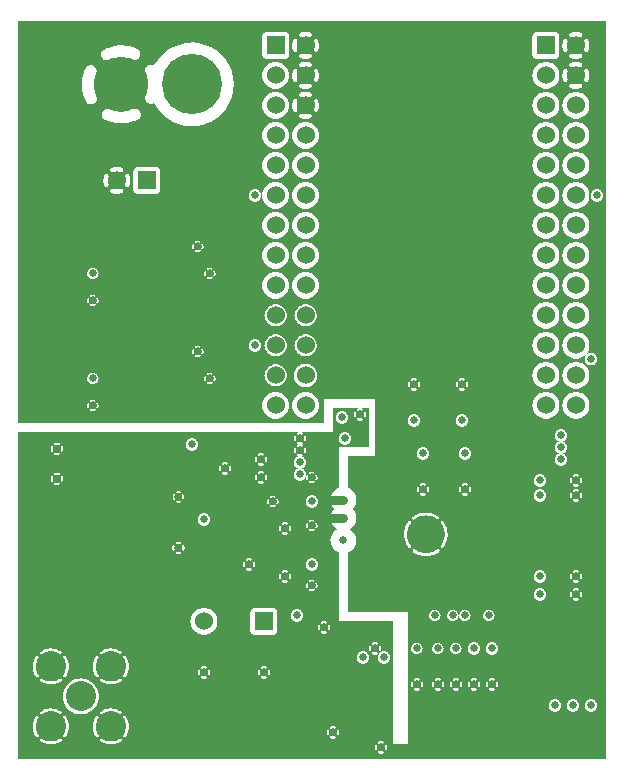
<source format=gbr>
G04 start of page 3 for group 1 idx 1 *
G04 Title: (unknown), GND *
G04 Creator: pcb 1.99z *
G04 CreationDate: Sun 01 Aug 2010 05:53:12 AM GMT UTC *
G04 For: jensen *
G04 Format: Gerber/RS-274X *
G04 PCB-Dimensions: 200000 250000 *
G04 PCB-Coordinate-Origin: lower left *
%MOIN*%
%FSLAX25Y25*%
%LNGROUP1*%
%ADD11C,0.0200*%
%ADD14C,0.0300*%
%ADD15C,0.0600*%
%ADD16C,0.1811*%
%ADD17C,0.2008*%
%ADD18C,0.1000*%
%ADD19C,0.0260*%
%ADD20C,0.1250*%
%ADD28C,0.0380*%
%ADD29C,0.1024*%
%ADD30C,0.1220*%
%ADD31C,0.0280*%
%ADD32C,0.0600*%
%ADD33C,0.0140*%
%ADD34C,0.1000*%
G54D11*G36*
X107000Y119000D02*X108000D01*
Y116637D01*
X107926Y116329D01*
X107900Y116000D01*
X107926Y115671D01*
X108000Y115363D01*
Y111000D01*
X107000D01*
Y119000D01*
G37*
G36*
X119000D02*Y106000D01*
X117657D01*
Y116078D01*
X117679Y116080D01*
X117740Y116094D01*
X117798Y116119D01*
X117852Y116152D01*
X117900Y116192D01*
X117940Y116240D01*
X117973Y116294D01*
X117997Y116352D01*
X118047Y116533D01*
X118080Y116719D01*
X118097Y116906D01*
Y117095D01*
X118080Y117282D01*
X118047Y117468D01*
X117997Y117649D01*
X117972Y117708D01*
X117939Y117761D01*
X117898Y117809D01*
X117851Y117850D01*
X117797Y117882D01*
X117739Y117906D01*
X117678Y117921D01*
X117657Y117923D01*
Y119000D01*
X119000D01*
G37*
G36*
X117657Y106000D02*X116000D01*
Y114903D01*
X116094D01*
X116281Y114920D01*
X116467Y114953D01*
X116648Y115003D01*
X116707Y115028D01*
X116760Y115061D01*
X116808Y115102D01*
X116849Y115149D01*
X116881Y115203D01*
X116905Y115261D01*
X116920Y115322D01*
X116925Y115385D01*
X116920Y115447D01*
X116905Y115508D01*
X116881Y115566D01*
X116848Y115619D01*
X116807Y115667D01*
X116760Y115708D01*
X116706Y115740D01*
X116648Y115764D01*
X116587Y115779D01*
X116524Y115784D01*
X116462Y115779D01*
X116401Y115764D01*
X116289Y115733D01*
X116174Y115712D01*
X116058Y115702D01*
X116000D01*
Y118299D01*
X116058D01*
X116174Y118289D01*
X116289Y118268D01*
X116401Y118237D01*
X116463Y118221D01*
X116526Y118217D01*
X116588Y118222D01*
X116649Y118236D01*
X116707Y118261D01*
X116761Y118294D01*
X116809Y118334D01*
X116849Y118382D01*
X116882Y118436D01*
X116906Y118494D01*
X116921Y118555D01*
X116925Y118618D01*
X116920Y118680D01*
X116906Y118741D01*
X116881Y118799D01*
X116848Y118853D01*
X116808Y118901D01*
X116760Y118941D01*
X116706Y118974D01*
X116648Y118998D01*
X116641Y119000D01*
X117657D01*
Y117923D01*
X117615Y117926D01*
X117553Y117921D01*
X117492Y117906D01*
X117434Y117882D01*
X117381Y117849D01*
X117333Y117808D01*
X117292Y117761D01*
X117260Y117707D01*
X117236Y117649D01*
X117221Y117588D01*
X117216Y117525D01*
X117221Y117463D01*
X117236Y117402D01*
X117267Y117290D01*
X117288Y117175D01*
X117298Y117059D01*
Y116942D01*
X117288Y116826D01*
X117267Y116711D01*
X117236Y116599D01*
X117220Y116537D01*
X117216Y116474D01*
X117221Y116412D01*
X117235Y116351D01*
X117260Y116293D01*
X117293Y116239D01*
X117333Y116191D01*
X117381Y116151D01*
X117435Y116118D01*
X117493Y116094D01*
X117554Y116079D01*
X117617Y116075D01*
X117657Y116078D01*
Y106000D01*
G37*
G36*
X116000D02*X114343D01*
Y116078D01*
X114384Y116075D01*
X114446Y116080D01*
X114507Y116095D01*
X114565Y116119D01*
X114618Y116152D01*
X114666Y116193D01*
X114707Y116240D01*
X114739Y116294D01*
X114763Y116352D01*
X114778Y116413D01*
X114783Y116476D01*
X114778Y116538D01*
X114763Y116599D01*
X114732Y116711D01*
X114711Y116826D01*
X114701Y116942D01*
Y117059D01*
X114711Y117175D01*
X114732Y117290D01*
X114763Y117402D01*
X114779Y117464D01*
X114783Y117527D01*
X114778Y117589D01*
X114764Y117650D01*
X114739Y117708D01*
X114706Y117762D01*
X114666Y117810D01*
X114618Y117850D01*
X114564Y117883D01*
X114506Y117907D01*
X114445Y117922D01*
X114382Y117926D01*
X114343Y117923D01*
Y119000D01*
X115358D01*
X115351Y118998D01*
X115292Y118973D01*
X115239Y118940D01*
X115191Y118899D01*
X115150Y118852D01*
X115118Y118798D01*
X115094Y118740D01*
X115079Y118679D01*
X115074Y118616D01*
X115079Y118554D01*
X115094Y118493D01*
X115118Y118435D01*
X115151Y118382D01*
X115192Y118334D01*
X115239Y118293D01*
X115293Y118261D01*
X115351Y118237D01*
X115412Y118222D01*
X115475Y118217D01*
X115537Y118222D01*
X115598Y118237D01*
X115710Y118268D01*
X115825Y118289D01*
X115941Y118299D01*
X116000D01*
Y115702D01*
X115941D01*
X115825Y115712D01*
X115710Y115733D01*
X115598Y115764D01*
X115536Y115780D01*
X115473Y115784D01*
X115411Y115779D01*
X115350Y115765D01*
X115292Y115740D01*
X115238Y115707D01*
X115190Y115667D01*
X115150Y115619D01*
X115117Y115565D01*
X115093Y115507D01*
X115078Y115446D01*
X115074Y115383D01*
X115079Y115321D01*
X115093Y115260D01*
X115118Y115202D01*
X115151Y115148D01*
X115191Y115100D01*
X115239Y115060D01*
X115293Y115027D01*
X115351Y115003D01*
X115532Y114953D01*
X115718Y114920D01*
X115905Y114903D01*
X116000D01*
Y106000D01*
G37*
G36*
X114343D02*X111000D01*
Y106900D01*
X111329Y106926D01*
X111649Y107003D01*
X111953Y107129D01*
X112234Y107301D01*
X112485Y107515D01*
X112699Y107766D01*
X112871Y108047D01*
X112997Y108351D01*
X113074Y108671D01*
X113100Y109000D01*
X113074Y109329D01*
X112997Y109649D01*
X112871Y109953D01*
X112699Y110234D01*
X112485Y110485D01*
X112234Y110699D01*
X111953Y110871D01*
X111649Y110997D01*
X111329Y111074D01*
X111000Y111100D01*
Y114158D01*
X111234Y114301D01*
X111485Y114515D01*
X111699Y114766D01*
X111871Y115047D01*
X111997Y115351D01*
X112074Y115671D01*
X112100Y116000D01*
X112074Y116329D01*
X111997Y116649D01*
X111871Y116953D01*
X111699Y117234D01*
X111485Y117485D01*
X111234Y117699D01*
X111000Y117842D01*
Y119000D01*
X114343D01*
Y117923D01*
X114320Y117921D01*
X114259Y117907D01*
X114201Y117882D01*
X114147Y117849D01*
X114099Y117809D01*
X114059Y117761D01*
X114026Y117707D01*
X114002Y117649D01*
X113952Y117468D01*
X113919Y117282D01*
X113902Y117095D01*
Y116906D01*
X113919Y116719D01*
X113952Y116533D01*
X114002Y116352D01*
X114027Y116293D01*
X114060Y116240D01*
X114101Y116192D01*
X114148Y116151D01*
X114202Y116119D01*
X114260Y116095D01*
X114321Y116080D01*
X114343Y116078D01*
Y106000D01*
G37*
G36*
X111000D02*X107000D01*
Y119000D01*
X111000D01*
Y117842D01*
X110953Y117871D01*
X110649Y117997D01*
X110329Y118074D01*
X110000Y118100D01*
X109671Y118074D01*
X109351Y117997D01*
X109047Y117871D01*
X108766Y117699D01*
X108515Y117485D01*
X108301Y117234D01*
X108129Y116953D01*
X108003Y116649D01*
X107926Y116329D01*
X107900Y116000D01*
X107926Y115671D01*
X108003Y115351D01*
X108129Y115047D01*
X108301Y114766D01*
X108515Y114515D01*
X108766Y114301D01*
X109047Y114129D01*
X109351Y114003D01*
X109671Y113926D01*
X110000Y113900D01*
X110329Y113926D01*
X110649Y114003D01*
X110953Y114129D01*
X111000Y114158D01*
Y111100D01*
X110671Y111074D01*
X110351Y110997D01*
X110047Y110871D01*
X109766Y110699D01*
X109515Y110485D01*
X109301Y110234D01*
X109129Y109953D01*
X109003Y109649D01*
X108926Y109329D01*
X108900Y109000D01*
X108926Y108671D01*
X109003Y108351D01*
X109129Y108047D01*
X109301Y107766D01*
X109515Y107515D01*
X109766Y107301D01*
X110047Y107129D01*
X110351Y107003D01*
X110671Y106926D01*
X111000Y106900D01*
Y106000D01*
G37*
G36*
X119000D02*X112000D01*
Y107158D01*
X112234Y107301D01*
X112485Y107515D01*
X112699Y107766D01*
X112871Y108047D01*
X112997Y108351D01*
X113074Y108671D01*
X113100Y109000D01*
X113074Y109329D01*
X112997Y109649D01*
X112871Y109953D01*
X112699Y110234D01*
X112485Y110485D01*
X112234Y110699D01*
X112000Y110842D01*
Y111000D01*
X119000D01*
Y106000D01*
G37*
G36*
Y116000D02*Y106000D01*
X116000D01*
Y114903D01*
X116094D01*
X116281Y114920D01*
X116467Y114953D01*
X116648Y115003D01*
X116707Y115028D01*
X116760Y115061D01*
X116808Y115102D01*
X116849Y115149D01*
X116881Y115203D01*
X116905Y115261D01*
X116920Y115322D01*
X116925Y115385D01*
X116920Y115447D01*
X116905Y115508D01*
X116881Y115566D01*
X116848Y115619D01*
X116807Y115667D01*
X116760Y115708D01*
X116706Y115740D01*
X116648Y115764D01*
X116587Y115779D01*
X116524Y115784D01*
X116462Y115779D01*
X116401Y115764D01*
X116289Y115733D01*
X116174Y115712D01*
X116058Y115702D01*
X116000D01*
Y116000D01*
X119000D01*
G37*
G36*
X116000Y106000D02*X109000D01*
Y108363D01*
X109003Y108351D01*
X109129Y108047D01*
X109301Y107766D01*
X109515Y107515D01*
X109766Y107301D01*
X110047Y107129D01*
X110351Y107003D01*
X110671Y106926D01*
X111000Y106900D01*
X111329Y106926D01*
X111649Y107003D01*
X111953Y107129D01*
X112234Y107301D01*
X112485Y107515D01*
X112699Y107766D01*
X112871Y108047D01*
X112997Y108351D01*
X113074Y108671D01*
X113100Y109000D01*
X113074Y109329D01*
X112997Y109649D01*
X112871Y109953D01*
X112699Y110234D01*
X112485Y110485D01*
X112234Y110699D01*
X111953Y110871D01*
X111649Y110997D01*
X111329Y111074D01*
X111000Y111100D01*
X110671Y111074D01*
X110351Y110997D01*
X110047Y110871D01*
X109766Y110699D01*
X109515Y110485D01*
X109301Y110234D01*
X109129Y109953D01*
X109003Y109649D01*
X109000Y109637D01*
Y114158D01*
X109047Y114129D01*
X109351Y114003D01*
X109671Y113926D01*
X110000Y113900D01*
X110329Y113926D01*
X110649Y114003D01*
X110953Y114129D01*
X111234Y114301D01*
X111485Y114515D01*
X111699Y114766D01*
X111871Y115047D01*
X111997Y115351D01*
X112074Y115671D01*
X112100Y116000D01*
X116000D01*
Y115702D01*
X115941D01*
X115825Y115712D01*
X115710Y115733D01*
X115598Y115764D01*
X115536Y115780D01*
X115473Y115784D01*
X115411Y115779D01*
X115350Y115765D01*
X115292Y115740D01*
X115238Y115707D01*
X115190Y115667D01*
X115150Y115619D01*
X115117Y115565D01*
X115093Y115507D01*
X115078Y115446D01*
X115074Y115383D01*
X115079Y115321D01*
X115093Y115260D01*
X115118Y115202D01*
X115151Y115148D01*
X115191Y115100D01*
X115239Y115060D01*
X115293Y115027D01*
X115351Y115003D01*
X115532Y114953D01*
X115718Y114920D01*
X115905Y114903D01*
X116000D01*
Y106000D01*
G37*
G36*
X117657Y118000D02*X119000D01*
Y116000D01*
X117657D01*
Y116078D01*
X117679Y116080D01*
X117740Y116094D01*
X117798Y116119D01*
X117852Y116152D01*
X117900Y116192D01*
X117940Y116240D01*
X117973Y116294D01*
X117997Y116352D01*
X118047Y116533D01*
X118080Y116719D01*
X118097Y116906D01*
Y117095D01*
X118080Y117282D01*
X118047Y117468D01*
X117997Y117649D01*
X117972Y117708D01*
X117939Y117761D01*
X117898Y117809D01*
X117851Y117850D01*
X117797Y117882D01*
X117739Y117906D01*
X117678Y117921D01*
X117657Y117923D01*
Y118000D01*
G37*
G36*
X114343D02*X117657D01*
Y117923D01*
X117615Y117926D01*
X117553Y117921D01*
X117492Y117906D01*
X117434Y117882D01*
X117381Y117849D01*
X117333Y117808D01*
X117292Y117761D01*
X117260Y117707D01*
X117236Y117649D01*
X117221Y117588D01*
X117216Y117525D01*
X117221Y117463D01*
X117236Y117402D01*
X117267Y117290D01*
X117288Y117175D01*
X117298Y117059D01*
Y116942D01*
X117288Y116826D01*
X117267Y116711D01*
X117236Y116599D01*
X117220Y116537D01*
X117216Y116474D01*
X117221Y116412D01*
X117235Y116351D01*
X117260Y116293D01*
X117293Y116239D01*
X117333Y116191D01*
X117381Y116151D01*
X117435Y116118D01*
X117493Y116094D01*
X117554Y116079D01*
X117617Y116075D01*
X117657Y116078D01*
Y116000D01*
X114343D01*
Y116078D01*
X114384Y116075D01*
X114446Y116080D01*
X114507Y116095D01*
X114565Y116119D01*
X114618Y116152D01*
X114666Y116193D01*
X114707Y116240D01*
X114739Y116294D01*
X114763Y116352D01*
X114778Y116413D01*
X114783Y116476D01*
X114778Y116538D01*
X114763Y116599D01*
X114732Y116711D01*
X114711Y116826D01*
X114701Y116942D01*
Y117059D01*
X114711Y117175D01*
X114732Y117290D01*
X114763Y117402D01*
X114779Y117464D01*
X114783Y117527D01*
X114778Y117589D01*
X114764Y117650D01*
X114739Y117708D01*
X114706Y117762D01*
X114666Y117810D01*
X114618Y117850D01*
X114564Y117883D01*
X114506Y117907D01*
X114445Y117922D01*
X114382Y117926D01*
X114343Y117923D01*
Y118000D01*
G37*
G36*
X110637D02*X114343D01*
Y117923D01*
X114320Y117921D01*
X114259Y117907D01*
X114201Y117882D01*
X114147Y117849D01*
X114099Y117809D01*
X114059Y117761D01*
X114026Y117707D01*
X114002Y117649D01*
X113952Y117468D01*
X113919Y117282D01*
X113902Y117095D01*
Y116906D01*
X113919Y116719D01*
X113952Y116533D01*
X114002Y116352D01*
X114027Y116293D01*
X114060Y116240D01*
X114101Y116192D01*
X114148Y116151D01*
X114202Y116119D01*
X114260Y116095D01*
X114321Y116080D01*
X114343Y116078D01*
Y116000D01*
X112100D01*
X112074Y116329D01*
X111997Y116649D01*
X111871Y116953D01*
X111699Y117234D01*
X111485Y117485D01*
X111234Y117699D01*
X110953Y117871D01*
X110649Y117997D01*
X110637Y118000D01*
G37*
G36*
X108000Y119000D02*X115358D01*
X115351Y118998D01*
X115292Y118973D01*
X115239Y118940D01*
X115191Y118899D01*
X115150Y118852D01*
X115118Y118798D01*
X115094Y118740D01*
X115079Y118679D01*
X115074Y118616D01*
X115079Y118554D01*
X115094Y118493D01*
X115118Y118435D01*
X115151Y118382D01*
X115192Y118334D01*
X115239Y118293D01*
X115293Y118261D01*
X115351Y118237D01*
X115412Y118222D01*
X115475Y118217D01*
X115537Y118222D01*
X115598Y118237D01*
X115710Y118268D01*
X115825Y118289D01*
X115941Y118299D01*
X116058D01*
X116174Y118289D01*
X116289Y118268D01*
X116401Y118237D01*
X116463Y118221D01*
X116526Y118217D01*
X116588Y118222D01*
X116649Y118236D01*
X116707Y118261D01*
X116761Y118294D01*
X116809Y118334D01*
X116849Y118382D01*
X116882Y118436D01*
X116906Y118494D01*
X116921Y118555D01*
X116925Y118618D01*
X116920Y118680D01*
X116906Y118741D01*
X116881Y118799D01*
X116848Y118853D01*
X116808Y118901D01*
X116760Y118941D01*
X116706Y118974D01*
X116648Y118998D01*
X116641Y119000D01*
X119000D01*
Y118000D01*
X110637D01*
X110329Y118074D01*
X110000Y118100D01*
X109671Y118074D01*
X109363Y118000D01*
X108000D01*
Y119000D01*
G37*
G36*
X117657Y118000D02*X119000D01*
Y116000D01*
X117657D01*
Y116078D01*
X117679Y116080D01*
X117740Y116094D01*
X117798Y116119D01*
X117852Y116152D01*
X117900Y116192D01*
X117940Y116240D01*
X117973Y116294D01*
X117997Y116352D01*
X118047Y116533D01*
X118080Y116719D01*
X118097Y116906D01*
Y117095D01*
X118080Y117282D01*
X118047Y117468D01*
X117997Y117649D01*
X117972Y117708D01*
X117939Y117761D01*
X117898Y117809D01*
X117851Y117850D01*
X117797Y117882D01*
X117739Y117906D01*
X117678Y117921D01*
X117657Y117923D01*
Y118000D01*
G37*
G36*
X114343D02*X117657D01*
Y117923D01*
X117615Y117926D01*
X117553Y117921D01*
X117492Y117906D01*
X117434Y117882D01*
X117381Y117849D01*
X117333Y117808D01*
X117292Y117761D01*
X117260Y117707D01*
X117236Y117649D01*
X117221Y117588D01*
X117216Y117525D01*
X117221Y117463D01*
X117236Y117402D01*
X117267Y117290D01*
X117288Y117175D01*
X117298Y117059D01*
Y116942D01*
X117288Y116826D01*
X117267Y116711D01*
X117236Y116599D01*
X117220Y116537D01*
X117216Y116474D01*
X117221Y116412D01*
X117235Y116351D01*
X117260Y116293D01*
X117293Y116239D01*
X117333Y116191D01*
X117381Y116151D01*
X117435Y116118D01*
X117493Y116094D01*
X117554Y116079D01*
X117617Y116075D01*
X117657Y116078D01*
Y116000D01*
X114343D01*
Y116078D01*
X114384Y116075D01*
X114446Y116080D01*
X114507Y116095D01*
X114565Y116119D01*
X114618Y116152D01*
X114666Y116193D01*
X114707Y116240D01*
X114739Y116294D01*
X114763Y116352D01*
X114778Y116413D01*
X114783Y116476D01*
X114778Y116538D01*
X114763Y116599D01*
X114732Y116711D01*
X114711Y116826D01*
X114701Y116942D01*
Y117059D01*
X114711Y117175D01*
X114732Y117290D01*
X114763Y117402D01*
X114779Y117464D01*
X114783Y117527D01*
X114778Y117589D01*
X114764Y117650D01*
X114739Y117708D01*
X114706Y117762D01*
X114666Y117810D01*
X114618Y117850D01*
X114564Y117883D01*
X114506Y117907D01*
X114445Y117922D01*
X114382Y117926D01*
X114343Y117923D01*
Y118000D01*
G37*
G36*
X110637D02*X114343D01*
Y117923D01*
X114320Y117921D01*
X114259Y117907D01*
X114201Y117882D01*
X114147Y117849D01*
X114099Y117809D01*
X114059Y117761D01*
X114026Y117707D01*
X114002Y117649D01*
X113952Y117468D01*
X113919Y117282D01*
X113902Y117095D01*
Y116906D01*
X113919Y116719D01*
X113952Y116533D01*
X114002Y116352D01*
X114027Y116293D01*
X114060Y116240D01*
X114101Y116192D01*
X114148Y116151D01*
X114202Y116119D01*
X114260Y116095D01*
X114321Y116080D01*
X114343Y116078D01*
Y116000D01*
X112100D01*
X112074Y116329D01*
X111997Y116649D01*
X111871Y116953D01*
X111699Y117234D01*
X111485Y117485D01*
X111234Y117699D01*
X110953Y117871D01*
X110649Y117997D01*
X110637Y118000D01*
G37*
G36*
X107000Y123000D02*X119000D01*
Y122000D01*
X107000D01*
Y123000D01*
G37*
G36*
X119000Y124000D02*X121000D01*
Y122000D01*
X119000D01*
Y124000D01*
G37*
G36*
X112000Y59000D02*X132000D01*
Y51000D01*
X112000D01*
Y59000D01*
G37*
G36*
Y51000D02*Y56000D01*
X127000D01*
Y51000D01*
X112000D01*
G37*
G36*
X127000Y7000D02*X132000D01*
Y3000D01*
X127000D01*
Y7000D01*
G37*
G36*
X104000Y123000D02*X107000D01*
Y122000D01*
X104000D01*
Y123000D01*
G37*
G36*
X37998Y195041D02*X38000Y195000D01*
X37998Y194959D01*
Y195041D01*
G37*
G36*
X195000Y248000D02*X198000D01*
Y2000D01*
X195000D01*
Y19363D01*
X195074Y19671D01*
X195100Y20000D01*
X195074Y20329D01*
X195000Y20637D01*
Y134863D01*
X195074Y135171D01*
X195100Y135500D01*
X195074Y135829D01*
X195000Y136137D01*
Y187900D01*
X195329Y187926D01*
X195649Y188003D01*
X195953Y188129D01*
X196234Y188301D01*
X196485Y188515D01*
X196699Y188766D01*
X196871Y189047D01*
X196997Y189351D01*
X197074Y189671D01*
X197100Y190000D01*
X197074Y190329D01*
X196997Y190649D01*
X196871Y190953D01*
X196699Y191234D01*
X196485Y191485D01*
X196234Y191699D01*
X195953Y191871D01*
X195649Y191997D01*
X195329Y192074D01*
X195000Y192100D01*
Y248000D01*
G37*
G36*
Y20637D02*X194997Y20649D01*
X194871Y20953D01*
X194699Y21234D01*
X194485Y21485D01*
X194234Y21699D01*
X193953Y21871D01*
X193649Y21997D01*
X193329Y22074D01*
X193000Y22100D01*
X192671Y22074D01*
X192351Y21997D01*
X192047Y21871D01*
X191766Y21699D01*
X191614Y21569D01*
Y117323D01*
X191641Y117355D01*
X192010Y117957D01*
X192280Y118609D01*
X192445Y119296D01*
X192500Y120000D01*
X192445Y120704D01*
X192280Y121391D01*
X192010Y122043D01*
X191641Y122645D01*
X191614Y122677D01*
Y127323D01*
X191641Y127355D01*
X192010Y127957D01*
X192280Y128609D01*
X192445Y129296D01*
X192500Y130000D01*
X192445Y130704D01*
X192280Y131391D01*
X192010Y132043D01*
X191641Y132645D01*
X191614Y132677D01*
Y133931D01*
X191766Y133801D01*
X192047Y133629D01*
X192351Y133503D01*
X192671Y133426D01*
X193000Y133400D01*
X193329Y133426D01*
X193649Y133503D01*
X193953Y133629D01*
X194234Y133801D01*
X194485Y134015D01*
X194699Y134266D01*
X194871Y134547D01*
X194997Y134851D01*
X195000Y134863D01*
Y20637D01*
G37*
G36*
Y2000D02*X191614D01*
Y18431D01*
X191766Y18301D01*
X192047Y18129D01*
X192351Y18003D01*
X192671Y17926D01*
X193000Y17900D01*
X193329Y17926D01*
X193649Y18003D01*
X193953Y18129D01*
X194234Y18301D01*
X194485Y18515D01*
X194699Y18766D01*
X194871Y19047D01*
X194997Y19351D01*
X195000Y19363D01*
Y2000D01*
G37*
G36*
X191614Y248000D02*X195000D01*
Y192100D01*
X194671Y192074D01*
X194351Y191997D01*
X194047Y191871D01*
X193766Y191699D01*
X193515Y191485D01*
X193301Y191234D01*
X193129Y190953D01*
X193003Y190649D01*
X192926Y190329D01*
X192900Y190000D01*
X192926Y189671D01*
X193003Y189351D01*
X193129Y189047D01*
X193301Y188766D01*
X193515Y188515D01*
X193766Y188301D01*
X194047Y188129D01*
X194351Y188003D01*
X194671Y187926D01*
X195000Y187900D01*
Y136137D01*
X194997Y136149D01*
X194871Y136453D01*
X194699Y136734D01*
X194485Y136985D01*
X194234Y137199D01*
X193953Y137371D01*
X193649Y137497D01*
X193329Y137574D01*
X193000Y137600D01*
X192671Y137574D01*
X192351Y137497D01*
X192047Y137371D01*
X191766Y137199D01*
X191614Y137069D01*
Y137323D01*
X191641Y137355D01*
X192010Y137957D01*
X192280Y138609D01*
X192445Y139296D01*
X192500Y140000D01*
X192445Y140704D01*
X192280Y141391D01*
X192010Y142043D01*
X191641Y142645D01*
X191614Y142677D01*
Y147323D01*
X191641Y147355D01*
X192010Y147957D01*
X192280Y148609D01*
X192445Y149296D01*
X192500Y150000D01*
X192445Y150704D01*
X192280Y151391D01*
X192010Y152043D01*
X191641Y152645D01*
X191614Y152677D01*
Y157323D01*
X191641Y157355D01*
X192010Y157957D01*
X192280Y158609D01*
X192445Y159296D01*
X192500Y160000D01*
X192445Y160704D01*
X192280Y161391D01*
X192010Y162043D01*
X191641Y162645D01*
X191614Y162677D01*
Y167323D01*
X191641Y167355D01*
X192010Y167957D01*
X192280Y168609D01*
X192445Y169296D01*
X192500Y170000D01*
X192445Y170704D01*
X192280Y171391D01*
X192010Y172043D01*
X191641Y172645D01*
X191614Y172677D01*
Y177323D01*
X191641Y177355D01*
X192010Y177957D01*
X192280Y178609D01*
X192445Y179296D01*
X192500Y180000D01*
X192445Y180704D01*
X192280Y181391D01*
X192010Y182043D01*
X191641Y182645D01*
X191614Y182677D01*
Y187323D01*
X191641Y187355D01*
X192010Y187957D01*
X192280Y188609D01*
X192445Y189296D01*
X192500Y190000D01*
X192445Y190704D01*
X192280Y191391D01*
X192010Y192043D01*
X191641Y192645D01*
X191614Y192677D01*
Y197323D01*
X191641Y197355D01*
X192010Y197957D01*
X192280Y198609D01*
X192445Y199296D01*
X192500Y200000D01*
X192445Y200704D01*
X192280Y201391D01*
X192010Y202043D01*
X191641Y202645D01*
X191614Y202677D01*
Y207323D01*
X191641Y207355D01*
X192010Y207957D01*
X192280Y208609D01*
X192445Y209296D01*
X192500Y210000D01*
X192445Y210704D01*
X192280Y211391D01*
X192010Y212043D01*
X191641Y212645D01*
X191614Y212677D01*
Y217323D01*
X191641Y217355D01*
X192010Y217957D01*
X192280Y218609D01*
X192445Y219296D01*
X192500Y220000D01*
X192445Y220704D01*
X192280Y221391D01*
X192010Y222043D01*
X191641Y222645D01*
X191614Y222677D01*
Y227860D01*
X191658Y227868D01*
X191769Y227905D01*
X191874Y227960D01*
X191969Y228030D01*
X192051Y228114D01*
X192119Y228210D01*
X192172Y228315D01*
X192314Y228722D01*
X192417Y229142D01*
X192479Y229569D01*
X192500Y230000D01*
X192479Y230432D01*
X192417Y230859D01*
X192314Y231279D01*
X192172Y231686D01*
X192118Y231791D01*
X192050Y231887D01*
X191968Y231971D01*
X191873Y232041D01*
X191769Y232095D01*
X191657Y232132D01*
X191614Y232139D01*
Y237860D01*
X191658Y237868D01*
X191769Y237905D01*
X191874Y237960D01*
X191969Y238030D01*
X192051Y238114D01*
X192119Y238210D01*
X192172Y238315D01*
X192314Y238722D01*
X192417Y239142D01*
X192479Y239569D01*
X192500Y240000D01*
X192479Y240432D01*
X192417Y240859D01*
X192314Y241279D01*
X192172Y241686D01*
X192118Y241791D01*
X192050Y241887D01*
X191968Y241971D01*
X191873Y242041D01*
X191769Y242095D01*
X191657Y242132D01*
X191614Y242139D01*
Y248000D01*
G37*
G36*
Y212677D02*X191182Y213182D01*
X190645Y213641D01*
X190043Y214010D01*
X189391Y214280D01*
X188704Y214445D01*
X188000Y214500D01*
Y215500D01*
X188704Y215555D01*
X189391Y215720D01*
X190043Y215990D01*
X190645Y216359D01*
X191182Y216818D01*
X191614Y217323D01*
Y212677D01*
G37*
G36*
Y202677D02*X191182Y203182D01*
X190645Y203641D01*
X190043Y204010D01*
X189391Y204280D01*
X188704Y204445D01*
X188000Y204500D01*
Y205500D01*
X188704Y205555D01*
X189391Y205720D01*
X190043Y205990D01*
X190645Y206359D01*
X191182Y206818D01*
X191614Y207323D01*
Y202677D01*
G37*
G36*
Y192677D02*X191182Y193182D01*
X190645Y193641D01*
X190043Y194010D01*
X189391Y194280D01*
X188704Y194445D01*
X188000Y194500D01*
Y195500D01*
X188704Y195555D01*
X189391Y195720D01*
X190043Y195990D01*
X190645Y196359D01*
X191182Y196818D01*
X191614Y197323D01*
Y192677D01*
G37*
G36*
Y182677D02*X191182Y183182D01*
X190645Y183641D01*
X190043Y184010D01*
X189391Y184280D01*
X188704Y184445D01*
X188000Y184500D01*
Y185500D01*
X188704Y185555D01*
X189391Y185720D01*
X190043Y185990D01*
X190645Y186359D01*
X191182Y186818D01*
X191614Y187323D01*
Y182677D01*
G37*
G36*
Y172677D02*X191182Y173182D01*
X190645Y173641D01*
X190043Y174010D01*
X189391Y174280D01*
X188704Y174445D01*
X188000Y174500D01*
Y175500D01*
X188704Y175555D01*
X189391Y175720D01*
X190043Y175990D01*
X190645Y176359D01*
X191182Y176818D01*
X191614Y177323D01*
Y172677D01*
G37*
G36*
Y162677D02*X191182Y163182D01*
X190645Y163641D01*
X190043Y164010D01*
X189391Y164280D01*
X188704Y164445D01*
X188000Y164500D01*
Y165500D01*
X188704Y165555D01*
X189391Y165720D01*
X190043Y165990D01*
X190645Y166359D01*
X191182Y166818D01*
X191614Y167323D01*
Y162677D01*
G37*
G36*
Y152677D02*X191182Y153182D01*
X190645Y153641D01*
X190043Y154010D01*
X189391Y154280D01*
X188704Y154445D01*
X188000Y154500D01*
Y155500D01*
X188704Y155555D01*
X189391Y155720D01*
X190043Y155990D01*
X190645Y156359D01*
X191182Y156818D01*
X191614Y157323D01*
Y152677D01*
G37*
G36*
Y142677D02*X191182Y143182D01*
X190645Y143641D01*
X190043Y144010D01*
X189391Y144280D01*
X188704Y144445D01*
X188000Y144500D01*
Y145500D01*
X188704Y145555D01*
X189391Y145720D01*
X190043Y145990D01*
X190645Y146359D01*
X191182Y146818D01*
X191614Y147323D01*
Y142677D01*
G37*
G36*
Y132677D02*X191182Y133182D01*
X190645Y133641D01*
X190043Y134010D01*
X189391Y134280D01*
X188704Y134445D01*
X188000Y134500D01*
Y135500D01*
X188704Y135555D01*
X189391Y135720D01*
X190043Y135990D01*
X190645Y136359D01*
X191182Y136818D01*
X191614Y137323D01*
Y137069D01*
X191515Y136985D01*
X191301Y136734D01*
X191129Y136453D01*
X191003Y136149D01*
X190926Y135829D01*
X190900Y135500D01*
X190926Y135171D01*
X191003Y134851D01*
X191129Y134547D01*
X191301Y134266D01*
X191515Y134015D01*
X191614Y133931D01*
Y132677D01*
G37*
G36*
Y122677D02*X191182Y123182D01*
X190645Y123641D01*
X190043Y124010D01*
X189391Y124280D01*
X188704Y124445D01*
X188000Y124500D01*
Y125500D01*
X188704Y125555D01*
X189391Y125720D01*
X190043Y125990D01*
X190645Y126359D01*
X191182Y126818D01*
X191614Y127323D01*
Y122677D01*
G37*
G36*
Y2000D02*X189657D01*
Y56078D01*
X189679Y56080D01*
X189740Y56094D01*
X189798Y56119D01*
X189852Y56152D01*
X189900Y56192D01*
X189940Y56240D01*
X189973Y56294D01*
X189997Y56352D01*
X190047Y56533D01*
X190080Y56719D01*
X190097Y56906D01*
Y57095D01*
X190080Y57282D01*
X190047Y57468D01*
X189997Y57649D01*
X189972Y57708D01*
X189939Y57761D01*
X189898Y57809D01*
X189851Y57850D01*
X189797Y57882D01*
X189739Y57906D01*
X189678Y57921D01*
X189657Y57923D01*
Y62078D01*
X189679Y62080D01*
X189740Y62094D01*
X189798Y62119D01*
X189852Y62152D01*
X189900Y62192D01*
X189940Y62240D01*
X189973Y62294D01*
X189997Y62352D01*
X190047Y62533D01*
X190080Y62719D01*
X190097Y62906D01*
Y63095D01*
X190080Y63282D01*
X190047Y63468D01*
X189997Y63649D01*
X189972Y63708D01*
X189939Y63761D01*
X189898Y63809D01*
X189851Y63850D01*
X189797Y63882D01*
X189739Y63906D01*
X189678Y63921D01*
X189657Y63923D01*
Y89078D01*
X189679Y89080D01*
X189740Y89094D01*
X189798Y89119D01*
X189852Y89152D01*
X189900Y89192D01*
X189940Y89240D01*
X189973Y89294D01*
X189997Y89352D01*
X190047Y89533D01*
X190080Y89719D01*
X190097Y89906D01*
Y90095D01*
X190080Y90282D01*
X190047Y90468D01*
X189997Y90649D01*
X189972Y90708D01*
X189939Y90761D01*
X189898Y90809D01*
X189851Y90850D01*
X189797Y90882D01*
X189739Y90906D01*
X189678Y90921D01*
X189657Y90923D01*
Y94078D01*
X189679Y94080D01*
X189740Y94094D01*
X189798Y94119D01*
X189852Y94152D01*
X189900Y94192D01*
X189940Y94240D01*
X189973Y94294D01*
X189997Y94352D01*
X190047Y94533D01*
X190080Y94719D01*
X190097Y94906D01*
Y95095D01*
X190080Y95282D01*
X190047Y95468D01*
X189997Y95649D01*
X189972Y95708D01*
X189939Y95761D01*
X189898Y95809D01*
X189851Y95850D01*
X189797Y95882D01*
X189739Y95906D01*
X189678Y95921D01*
X189657Y95923D01*
Y115830D01*
X190043Y115990D01*
X190645Y116359D01*
X191182Y116818D01*
X191614Y117323D01*
Y21569D01*
X191515Y21485D01*
X191301Y21234D01*
X191129Y20953D01*
X191003Y20649D01*
X190926Y20329D01*
X190900Y20000D01*
X190926Y19671D01*
X191003Y19351D01*
X191129Y19047D01*
X191301Y18766D01*
X191515Y18515D01*
X191614Y18431D01*
Y2000D01*
G37*
G36*
X189657D02*X188000D01*
Y18158D01*
X188234Y18301D01*
X188485Y18515D01*
X188699Y18766D01*
X188871Y19047D01*
X188997Y19351D01*
X189074Y19671D01*
X189100Y20000D01*
X189074Y20329D01*
X188997Y20649D01*
X188871Y20953D01*
X188699Y21234D01*
X188485Y21485D01*
X188234Y21699D01*
X188000Y21842D01*
Y54903D01*
X188094D01*
X188281Y54920D01*
X188467Y54953D01*
X188648Y55003D01*
X188707Y55028D01*
X188760Y55061D01*
X188808Y55102D01*
X188849Y55149D01*
X188881Y55203D01*
X188905Y55261D01*
X188920Y55322D01*
X188925Y55385D01*
X188920Y55447D01*
X188905Y55508D01*
X188881Y55566D01*
X188848Y55619D01*
X188807Y55667D01*
X188760Y55708D01*
X188706Y55740D01*
X188648Y55764D01*
X188587Y55779D01*
X188524Y55784D01*
X188462Y55779D01*
X188401Y55764D01*
X188289Y55733D01*
X188174Y55712D01*
X188058Y55702D01*
X188000D01*
Y58299D01*
X188058D01*
X188174Y58289D01*
X188289Y58268D01*
X188401Y58237D01*
X188463Y58221D01*
X188526Y58217D01*
X188588Y58222D01*
X188649Y58236D01*
X188707Y58261D01*
X188761Y58294D01*
X188809Y58334D01*
X188849Y58382D01*
X188882Y58436D01*
X188906Y58494D01*
X188921Y58555D01*
X188925Y58618D01*
X188920Y58680D01*
X188906Y58741D01*
X188881Y58799D01*
X188848Y58853D01*
X188808Y58901D01*
X188760Y58941D01*
X188706Y58974D01*
X188648Y58998D01*
X188467Y59048D01*
X188281Y59081D01*
X188094Y59098D01*
X188000D01*
Y60903D01*
X188094D01*
X188281Y60920D01*
X188467Y60953D01*
X188648Y61003D01*
X188707Y61028D01*
X188760Y61061D01*
X188808Y61102D01*
X188849Y61149D01*
X188881Y61203D01*
X188905Y61261D01*
X188920Y61322D01*
X188925Y61385D01*
X188920Y61447D01*
X188905Y61508D01*
X188881Y61566D01*
X188848Y61619D01*
X188807Y61667D01*
X188760Y61708D01*
X188706Y61740D01*
X188648Y61764D01*
X188587Y61779D01*
X188524Y61784D01*
X188462Y61779D01*
X188401Y61764D01*
X188289Y61733D01*
X188174Y61712D01*
X188058Y61702D01*
X188000D01*
Y64299D01*
X188058D01*
X188174Y64289D01*
X188289Y64268D01*
X188401Y64237D01*
X188463Y64221D01*
X188526Y64217D01*
X188588Y64222D01*
X188649Y64236D01*
X188707Y64261D01*
X188761Y64294D01*
X188809Y64334D01*
X188849Y64382D01*
X188882Y64436D01*
X188906Y64494D01*
X188921Y64555D01*
X188925Y64618D01*
X188920Y64680D01*
X188906Y64741D01*
X188881Y64799D01*
X188848Y64853D01*
X188808Y64901D01*
X188760Y64941D01*
X188706Y64974D01*
X188648Y64998D01*
X188467Y65048D01*
X188281Y65081D01*
X188094Y65098D01*
X188000D01*
Y87903D01*
X188094D01*
X188281Y87920D01*
X188467Y87953D01*
X188648Y88003D01*
X188707Y88028D01*
X188760Y88061D01*
X188808Y88102D01*
X188849Y88149D01*
X188881Y88203D01*
X188905Y88261D01*
X188920Y88322D01*
X188925Y88385D01*
X188920Y88447D01*
X188905Y88508D01*
X188881Y88566D01*
X188848Y88619D01*
X188807Y88667D01*
X188760Y88708D01*
X188706Y88740D01*
X188648Y88764D01*
X188587Y88779D01*
X188524Y88784D01*
X188462Y88779D01*
X188401Y88764D01*
X188289Y88733D01*
X188174Y88712D01*
X188058Y88702D01*
X188000D01*
Y91299D01*
X188058D01*
X188174Y91289D01*
X188289Y91268D01*
X188401Y91237D01*
X188463Y91221D01*
X188526Y91217D01*
X188588Y91222D01*
X188649Y91236D01*
X188707Y91261D01*
X188761Y91294D01*
X188809Y91334D01*
X188849Y91382D01*
X188882Y91436D01*
X188906Y91494D01*
X188921Y91555D01*
X188925Y91618D01*
X188920Y91680D01*
X188906Y91741D01*
X188881Y91799D01*
X188848Y91853D01*
X188808Y91901D01*
X188760Y91941D01*
X188706Y91974D01*
X188648Y91998D01*
X188467Y92048D01*
X188281Y92081D01*
X188094Y92098D01*
X188000D01*
Y92903D01*
X188094D01*
X188281Y92920D01*
X188467Y92953D01*
X188648Y93003D01*
X188707Y93028D01*
X188760Y93061D01*
X188808Y93102D01*
X188849Y93149D01*
X188881Y93203D01*
X188905Y93261D01*
X188920Y93322D01*
X188925Y93385D01*
X188920Y93447D01*
X188905Y93508D01*
X188881Y93566D01*
X188848Y93619D01*
X188807Y93667D01*
X188760Y93708D01*
X188706Y93740D01*
X188648Y93764D01*
X188587Y93779D01*
X188524Y93784D01*
X188462Y93779D01*
X188401Y93764D01*
X188289Y93733D01*
X188174Y93712D01*
X188058Y93702D01*
X188000D01*
Y96299D01*
X188058D01*
X188174Y96289D01*
X188289Y96268D01*
X188401Y96237D01*
X188463Y96221D01*
X188526Y96217D01*
X188588Y96222D01*
X188649Y96236D01*
X188707Y96261D01*
X188761Y96294D01*
X188809Y96334D01*
X188849Y96382D01*
X188882Y96436D01*
X188906Y96494D01*
X188921Y96555D01*
X188925Y96618D01*
X188920Y96680D01*
X188906Y96741D01*
X188881Y96799D01*
X188848Y96853D01*
X188808Y96901D01*
X188760Y96941D01*
X188706Y96974D01*
X188648Y96998D01*
X188467Y97048D01*
X188281Y97081D01*
X188094Y97098D01*
X188000D01*
Y115500D01*
X188704Y115555D01*
X189391Y115720D01*
X189657Y115830D01*
Y95923D01*
X189615Y95926D01*
X189553Y95921D01*
X189492Y95906D01*
X189434Y95882D01*
X189381Y95849D01*
X189333Y95808D01*
X189292Y95761D01*
X189260Y95707D01*
X189236Y95649D01*
X189221Y95588D01*
X189216Y95525D01*
X189221Y95463D01*
X189236Y95402D01*
X189267Y95290D01*
X189288Y95175D01*
X189298Y95059D01*
Y94942D01*
X189288Y94826D01*
X189267Y94711D01*
X189236Y94599D01*
X189220Y94537D01*
X189216Y94474D01*
X189221Y94412D01*
X189235Y94351D01*
X189260Y94293D01*
X189293Y94239D01*
X189333Y94191D01*
X189381Y94151D01*
X189435Y94118D01*
X189493Y94094D01*
X189554Y94079D01*
X189617Y94075D01*
X189657Y94078D01*
Y90923D01*
X189615Y90926D01*
X189553Y90921D01*
X189492Y90906D01*
X189434Y90882D01*
X189381Y90849D01*
X189333Y90808D01*
X189292Y90761D01*
X189260Y90707D01*
X189236Y90649D01*
X189221Y90588D01*
X189216Y90525D01*
X189221Y90463D01*
X189236Y90402D01*
X189267Y90290D01*
X189288Y90175D01*
X189298Y90059D01*
Y89942D01*
X189288Y89826D01*
X189267Y89711D01*
X189236Y89599D01*
X189220Y89537D01*
X189216Y89474D01*
X189221Y89412D01*
X189235Y89351D01*
X189260Y89293D01*
X189293Y89239D01*
X189333Y89191D01*
X189381Y89151D01*
X189435Y89118D01*
X189493Y89094D01*
X189554Y89079D01*
X189617Y89075D01*
X189657Y89078D01*
Y63923D01*
X189615Y63926D01*
X189553Y63921D01*
X189492Y63906D01*
X189434Y63882D01*
X189381Y63849D01*
X189333Y63808D01*
X189292Y63761D01*
X189260Y63707D01*
X189236Y63649D01*
X189221Y63588D01*
X189216Y63525D01*
X189221Y63463D01*
X189236Y63402D01*
X189267Y63290D01*
X189288Y63175D01*
X189298Y63059D01*
Y62942D01*
X189288Y62826D01*
X189267Y62711D01*
X189236Y62599D01*
X189220Y62537D01*
X189216Y62474D01*
X189221Y62412D01*
X189235Y62351D01*
X189260Y62293D01*
X189293Y62239D01*
X189333Y62191D01*
X189381Y62151D01*
X189435Y62118D01*
X189493Y62094D01*
X189554Y62079D01*
X189617Y62075D01*
X189657Y62078D01*
Y57923D01*
X189615Y57926D01*
X189553Y57921D01*
X189492Y57906D01*
X189434Y57882D01*
X189381Y57849D01*
X189333Y57808D01*
X189292Y57761D01*
X189260Y57707D01*
X189236Y57649D01*
X189221Y57588D01*
X189216Y57525D01*
X189221Y57463D01*
X189236Y57402D01*
X189267Y57290D01*
X189288Y57175D01*
X189298Y57059D01*
Y56942D01*
X189288Y56826D01*
X189267Y56711D01*
X189236Y56599D01*
X189220Y56537D01*
X189216Y56474D01*
X189221Y56412D01*
X189235Y56351D01*
X189260Y56293D01*
X189293Y56239D01*
X189333Y56191D01*
X189381Y56151D01*
X189435Y56118D01*
X189493Y56094D01*
X189554Y56079D01*
X189617Y56075D01*
X189657Y56078D01*
Y2000D01*
G37*
G36*
X188000Y248000D02*X191614D01*
Y242139D01*
X191541Y242152D01*
X191424Y242153D01*
X191307Y242135D01*
X191195Y242100D01*
X191090Y242047D01*
X190994Y241979D01*
X190910Y241897D01*
X190840Y241802D01*
X190786Y241698D01*
X190749Y241586D01*
X190729Y241470D01*
X190728Y241353D01*
X190746Y241236D01*
X190781Y241124D01*
X190876Y240853D01*
X190944Y240573D01*
X190986Y240288D01*
X191000Y240000D01*
X190986Y239713D01*
X190944Y239428D01*
X190876Y239148D01*
X190781Y238877D01*
X190745Y238765D01*
X190727Y238648D01*
X190728Y238530D01*
X190748Y238414D01*
X190785Y238303D01*
X190840Y238198D01*
X190910Y238103D01*
X190994Y238021D01*
X191090Y237953D01*
X191195Y237900D01*
X191307Y237865D01*
X191424Y237847D01*
X191542Y237848D01*
X191614Y237860D01*
Y232139D01*
X191541Y232152D01*
X191424Y232153D01*
X191307Y232135D01*
X191195Y232100D01*
X191090Y232047D01*
X190994Y231979D01*
X190910Y231897D01*
X190840Y231802D01*
X190786Y231698D01*
X190749Y231586D01*
X190729Y231470D01*
X190728Y231353D01*
X190746Y231236D01*
X190781Y231124D01*
X190876Y230853D01*
X190944Y230573D01*
X190986Y230288D01*
X191000Y230000D01*
X190986Y229713D01*
X190944Y229428D01*
X190876Y229148D01*
X190781Y228877D01*
X190745Y228765D01*
X190727Y228648D01*
X190728Y228530D01*
X190748Y228414D01*
X190785Y228303D01*
X190840Y228198D01*
X190910Y228103D01*
X190994Y228021D01*
X191090Y227953D01*
X191195Y227900D01*
X191307Y227865D01*
X191424Y227847D01*
X191542Y227848D01*
X191614Y227860D01*
Y222677D01*
X191182Y223182D01*
X190645Y223641D01*
X190043Y224010D01*
X189391Y224280D01*
X188704Y224445D01*
X188000Y224500D01*
Y225500D01*
X188431Y225521D01*
X188858Y225583D01*
X189278Y225686D01*
X189685Y225828D01*
X189790Y225882D01*
X189886Y225950D01*
X189970Y226032D01*
X190040Y226127D01*
X190094Y226231D01*
X190131Y226343D01*
X190151Y226459D01*
X190152Y226576D01*
X190134Y226693D01*
X190099Y226805D01*
X190046Y226910D01*
X189978Y227006D01*
X189896Y227090D01*
X189801Y227160D01*
X189697Y227214D01*
X189585Y227251D01*
X189469Y227271D01*
X189352Y227272D01*
X189235Y227254D01*
X189123Y227219D01*
X188852Y227124D01*
X188572Y227056D01*
X188287Y227014D01*
X188000Y227000D01*
Y233000D01*
X188287Y232987D01*
X188572Y232945D01*
X188852Y232877D01*
X189123Y232782D01*
X189235Y232746D01*
X189352Y232728D01*
X189470Y232729D01*
X189586Y232749D01*
X189697Y232786D01*
X189802Y232841D01*
X189897Y232911D01*
X189979Y232995D01*
X190047Y233091D01*
X190100Y233196D01*
X190135Y233308D01*
X190153Y233425D01*
X190152Y233543D01*
X190132Y233659D01*
X190095Y233770D01*
X190040Y233875D01*
X189970Y233970D01*
X189886Y234052D01*
X189790Y234120D01*
X189685Y234173D01*
X189278Y234315D01*
X188858Y234418D01*
X188431Y234480D01*
X188000Y234500D01*
Y235500D01*
X188431Y235521D01*
X188858Y235583D01*
X189278Y235686D01*
X189685Y235828D01*
X189790Y235882D01*
X189886Y235950D01*
X189970Y236032D01*
X190040Y236127D01*
X190094Y236231D01*
X190131Y236343D01*
X190151Y236459D01*
X190152Y236576D01*
X190134Y236693D01*
X190099Y236805D01*
X190046Y236910D01*
X189978Y237006D01*
X189896Y237090D01*
X189801Y237160D01*
X189697Y237214D01*
X189585Y237251D01*
X189469Y237271D01*
X189352Y237272D01*
X189235Y237254D01*
X189123Y237219D01*
X188852Y237124D01*
X188572Y237056D01*
X188287Y237014D01*
X188000Y237000D01*
Y243000D01*
X188287Y242987D01*
X188572Y242945D01*
X188852Y242877D01*
X189123Y242782D01*
X189235Y242746D01*
X189352Y242728D01*
X189470Y242729D01*
X189586Y242749D01*
X189697Y242786D01*
X189802Y242841D01*
X189897Y242911D01*
X189979Y242995D01*
X190047Y243091D01*
X190100Y243196D01*
X190135Y243308D01*
X190153Y243425D01*
X190152Y243543D01*
X190132Y243659D01*
X190095Y243770D01*
X190040Y243875D01*
X189970Y243970D01*
X189886Y244052D01*
X189790Y244120D01*
X189685Y244173D01*
X189278Y244315D01*
X188858Y244418D01*
X188431Y244480D01*
X188000Y244500D01*
Y248000D01*
G37*
G36*
X186343Y18006D02*X186351Y18003D01*
X186671Y17926D01*
X187000Y17900D01*
X187329Y17926D01*
X187649Y18003D01*
X187953Y18129D01*
X188000Y18158D01*
Y2000D01*
X186343D01*
Y18006D01*
G37*
G36*
Y115830D02*X186609Y115720D01*
X187296Y115555D01*
X188000Y115500D01*
Y97098D01*
X187905D01*
X187718Y97081D01*
X187532Y97048D01*
X187351Y96998D01*
X187292Y96973D01*
X187239Y96940D01*
X187191Y96899D01*
X187150Y96852D01*
X187118Y96798D01*
X187094Y96740D01*
X187079Y96679D01*
X187074Y96616D01*
X187079Y96554D01*
X187094Y96493D01*
X187118Y96435D01*
X187151Y96382D01*
X187192Y96334D01*
X187239Y96293D01*
X187293Y96261D01*
X187351Y96237D01*
X187412Y96222D01*
X187475Y96217D01*
X187537Y96222D01*
X187598Y96237D01*
X187710Y96268D01*
X187825Y96289D01*
X187941Y96299D01*
X188000D01*
Y93702D01*
X187941D01*
X187825Y93712D01*
X187710Y93733D01*
X187598Y93764D01*
X187536Y93780D01*
X187473Y93784D01*
X187411Y93779D01*
X187350Y93765D01*
X187292Y93740D01*
X187238Y93707D01*
X187190Y93667D01*
X187150Y93619D01*
X187117Y93565D01*
X187093Y93507D01*
X187078Y93446D01*
X187074Y93383D01*
X187079Y93321D01*
X187093Y93260D01*
X187118Y93202D01*
X187151Y93148D01*
X187191Y93100D01*
X187239Y93060D01*
X187293Y93027D01*
X187351Y93003D01*
X187532Y92953D01*
X187718Y92920D01*
X187905Y92903D01*
X188000D01*
Y92098D01*
X187905D01*
X187718Y92081D01*
X187532Y92048D01*
X187351Y91998D01*
X187292Y91973D01*
X187239Y91940D01*
X187191Y91899D01*
X187150Y91852D01*
X187118Y91798D01*
X187094Y91740D01*
X187079Y91679D01*
X187074Y91616D01*
X187079Y91554D01*
X187094Y91493D01*
X187118Y91435D01*
X187151Y91382D01*
X187192Y91334D01*
X187239Y91293D01*
X187293Y91261D01*
X187351Y91237D01*
X187412Y91222D01*
X187475Y91217D01*
X187537Y91222D01*
X187598Y91237D01*
X187710Y91268D01*
X187825Y91289D01*
X187941Y91299D01*
X188000D01*
Y88702D01*
X187941D01*
X187825Y88712D01*
X187710Y88733D01*
X187598Y88764D01*
X187536Y88780D01*
X187473Y88784D01*
X187411Y88779D01*
X187350Y88765D01*
X187292Y88740D01*
X187238Y88707D01*
X187190Y88667D01*
X187150Y88619D01*
X187117Y88565D01*
X187093Y88507D01*
X187078Y88446D01*
X187074Y88383D01*
X187079Y88321D01*
X187093Y88260D01*
X187118Y88202D01*
X187151Y88148D01*
X187191Y88100D01*
X187239Y88060D01*
X187293Y88027D01*
X187351Y88003D01*
X187532Y87953D01*
X187718Y87920D01*
X187905Y87903D01*
X188000D01*
Y65098D01*
X187905D01*
X187718Y65081D01*
X187532Y65048D01*
X187351Y64998D01*
X187292Y64973D01*
X187239Y64940D01*
X187191Y64899D01*
X187150Y64852D01*
X187118Y64798D01*
X187094Y64740D01*
X187079Y64679D01*
X187074Y64616D01*
X187079Y64554D01*
X187094Y64493D01*
X187118Y64435D01*
X187151Y64382D01*
X187192Y64334D01*
X187239Y64293D01*
X187293Y64261D01*
X187351Y64237D01*
X187412Y64222D01*
X187475Y64217D01*
X187537Y64222D01*
X187598Y64237D01*
X187710Y64268D01*
X187825Y64289D01*
X187941Y64299D01*
X188000D01*
Y61702D01*
X187941D01*
X187825Y61712D01*
X187710Y61733D01*
X187598Y61764D01*
X187536Y61780D01*
X187473Y61784D01*
X187411Y61779D01*
X187350Y61765D01*
X187292Y61740D01*
X187238Y61707D01*
X187190Y61667D01*
X187150Y61619D01*
X187117Y61565D01*
X187093Y61507D01*
X187078Y61446D01*
X187074Y61383D01*
X187079Y61321D01*
X187093Y61260D01*
X187118Y61202D01*
X187151Y61148D01*
X187191Y61100D01*
X187239Y61060D01*
X187293Y61027D01*
X187351Y61003D01*
X187532Y60953D01*
X187718Y60920D01*
X187905Y60903D01*
X188000D01*
Y59098D01*
X187905D01*
X187718Y59081D01*
X187532Y59048D01*
X187351Y58998D01*
X187292Y58973D01*
X187239Y58940D01*
X187191Y58899D01*
X187150Y58852D01*
X187118Y58798D01*
X187094Y58740D01*
X187079Y58679D01*
X187074Y58616D01*
X187079Y58554D01*
X187094Y58493D01*
X187118Y58435D01*
X187151Y58382D01*
X187192Y58334D01*
X187239Y58293D01*
X187293Y58261D01*
X187351Y58237D01*
X187412Y58222D01*
X187475Y58217D01*
X187537Y58222D01*
X187598Y58237D01*
X187710Y58268D01*
X187825Y58289D01*
X187941Y58299D01*
X188000D01*
Y55702D01*
X187941D01*
X187825Y55712D01*
X187710Y55733D01*
X187598Y55764D01*
X187536Y55780D01*
X187473Y55784D01*
X187411Y55779D01*
X187350Y55765D01*
X187292Y55740D01*
X187238Y55707D01*
X187190Y55667D01*
X187150Y55619D01*
X187117Y55565D01*
X187093Y55507D01*
X187078Y55446D01*
X187074Y55383D01*
X187079Y55321D01*
X187093Y55260D01*
X187118Y55202D01*
X187151Y55148D01*
X187191Y55100D01*
X187239Y55060D01*
X187293Y55027D01*
X187351Y55003D01*
X187532Y54953D01*
X187718Y54920D01*
X187905Y54903D01*
X188000D01*
Y21842D01*
X187953Y21871D01*
X187649Y21997D01*
X187329Y22074D01*
X187000Y22100D01*
X186671Y22074D01*
X186351Y21997D01*
X186343Y21994D01*
Y56078D01*
X186384Y56075D01*
X186446Y56080D01*
X186507Y56095D01*
X186565Y56119D01*
X186618Y56152D01*
X186666Y56193D01*
X186707Y56240D01*
X186739Y56294D01*
X186763Y56352D01*
X186778Y56413D01*
X186783Y56476D01*
X186778Y56538D01*
X186763Y56599D01*
X186732Y56711D01*
X186711Y56826D01*
X186701Y56942D01*
Y57059D01*
X186711Y57175D01*
X186732Y57290D01*
X186763Y57402D01*
X186779Y57464D01*
X186783Y57527D01*
X186778Y57589D01*
X186764Y57650D01*
X186739Y57708D01*
X186706Y57762D01*
X186666Y57810D01*
X186618Y57850D01*
X186564Y57883D01*
X186506Y57907D01*
X186445Y57922D01*
X186382Y57926D01*
X186343Y57923D01*
Y62078D01*
X186384Y62075D01*
X186446Y62080D01*
X186507Y62095D01*
X186565Y62119D01*
X186618Y62152D01*
X186666Y62193D01*
X186707Y62240D01*
X186739Y62294D01*
X186763Y62352D01*
X186778Y62413D01*
X186783Y62476D01*
X186778Y62538D01*
X186763Y62599D01*
X186732Y62711D01*
X186711Y62826D01*
X186701Y62942D01*
Y63059D01*
X186711Y63175D01*
X186732Y63290D01*
X186763Y63402D01*
X186779Y63464D01*
X186783Y63527D01*
X186778Y63589D01*
X186764Y63650D01*
X186739Y63708D01*
X186706Y63762D01*
X186666Y63810D01*
X186618Y63850D01*
X186564Y63883D01*
X186506Y63907D01*
X186445Y63922D01*
X186382Y63926D01*
X186343Y63923D01*
Y89078D01*
X186384Y89075D01*
X186446Y89080D01*
X186507Y89095D01*
X186565Y89119D01*
X186618Y89152D01*
X186666Y89193D01*
X186707Y89240D01*
X186739Y89294D01*
X186763Y89352D01*
X186778Y89413D01*
X186783Y89476D01*
X186778Y89538D01*
X186763Y89599D01*
X186732Y89711D01*
X186711Y89826D01*
X186701Y89942D01*
Y90059D01*
X186711Y90175D01*
X186732Y90290D01*
X186763Y90402D01*
X186779Y90464D01*
X186783Y90527D01*
X186778Y90589D01*
X186764Y90650D01*
X186739Y90708D01*
X186706Y90762D01*
X186666Y90810D01*
X186618Y90850D01*
X186564Y90883D01*
X186506Y90907D01*
X186445Y90922D01*
X186382Y90926D01*
X186343Y90923D01*
Y94078D01*
X186384Y94075D01*
X186446Y94080D01*
X186507Y94095D01*
X186565Y94119D01*
X186618Y94152D01*
X186666Y94193D01*
X186707Y94240D01*
X186739Y94294D01*
X186763Y94352D01*
X186778Y94413D01*
X186783Y94476D01*
X186778Y94538D01*
X186763Y94599D01*
X186732Y94711D01*
X186711Y94826D01*
X186701Y94942D01*
Y95059D01*
X186711Y95175D01*
X186732Y95290D01*
X186763Y95402D01*
X186779Y95464D01*
X186783Y95527D01*
X186778Y95589D01*
X186764Y95650D01*
X186739Y95708D01*
X186706Y95762D01*
X186666Y95810D01*
X186618Y95850D01*
X186564Y95883D01*
X186506Y95907D01*
X186445Y95922D01*
X186382Y95926D01*
X186343Y95923D01*
Y115830D01*
G37*
G36*
X184386Y117323D02*X184818Y116818D01*
X185355Y116359D01*
X185957Y115990D01*
X186343Y115830D01*
Y95923D01*
X186320Y95921D01*
X186259Y95907D01*
X186201Y95882D01*
X186147Y95849D01*
X186099Y95809D01*
X186059Y95761D01*
X186026Y95707D01*
X186002Y95649D01*
X185952Y95468D01*
X185919Y95282D01*
X185902Y95095D01*
Y94906D01*
X185919Y94719D01*
X185952Y94533D01*
X186002Y94352D01*
X186027Y94293D01*
X186060Y94240D01*
X186101Y94192D01*
X186148Y94151D01*
X186202Y94119D01*
X186260Y94095D01*
X186321Y94080D01*
X186343Y94078D01*
Y90923D01*
X186320Y90921D01*
X186259Y90907D01*
X186201Y90882D01*
X186147Y90849D01*
X186099Y90809D01*
X186059Y90761D01*
X186026Y90707D01*
X186002Y90649D01*
X185952Y90468D01*
X185919Y90282D01*
X185902Y90095D01*
Y89906D01*
X185919Y89719D01*
X185952Y89533D01*
X186002Y89352D01*
X186027Y89293D01*
X186060Y89240D01*
X186101Y89192D01*
X186148Y89151D01*
X186202Y89119D01*
X186260Y89095D01*
X186321Y89080D01*
X186343Y89078D01*
Y63923D01*
X186320Y63921D01*
X186259Y63907D01*
X186201Y63882D01*
X186147Y63849D01*
X186099Y63809D01*
X186059Y63761D01*
X186026Y63707D01*
X186002Y63649D01*
X185952Y63468D01*
X185919Y63282D01*
X185902Y63095D01*
Y62906D01*
X185919Y62719D01*
X185952Y62533D01*
X186002Y62352D01*
X186027Y62293D01*
X186060Y62240D01*
X186101Y62192D01*
X186148Y62151D01*
X186202Y62119D01*
X186260Y62095D01*
X186321Y62080D01*
X186343Y62078D01*
Y57923D01*
X186320Y57921D01*
X186259Y57907D01*
X186201Y57882D01*
X186147Y57849D01*
X186099Y57809D01*
X186059Y57761D01*
X186026Y57707D01*
X186002Y57649D01*
X185952Y57468D01*
X185919Y57282D01*
X185902Y57095D01*
Y56906D01*
X185919Y56719D01*
X185952Y56533D01*
X186002Y56352D01*
X186027Y56293D01*
X186060Y56240D01*
X186101Y56192D01*
X186148Y56151D01*
X186202Y56119D01*
X186260Y56095D01*
X186321Y56080D01*
X186343Y56078D01*
Y21994D01*
X186047Y21871D01*
X185766Y21699D01*
X185515Y21485D01*
X185301Y21234D01*
X185129Y20953D01*
X185003Y20649D01*
X184926Y20329D01*
X184900Y20000D01*
X184926Y19671D01*
X185003Y19351D01*
X185129Y19047D01*
X185301Y18766D01*
X185515Y18515D01*
X185766Y18301D01*
X186047Y18129D01*
X186343Y18006D01*
Y2000D01*
X184386D01*
Y100431D01*
X184485Y100515D01*
X184699Y100766D01*
X184871Y101047D01*
X184997Y101351D01*
X185074Y101671D01*
X185100Y102000D01*
X185074Y102329D01*
X184997Y102649D01*
X184871Y102953D01*
X184699Y103234D01*
X184485Y103485D01*
X184386Y103569D01*
Y104431D01*
X184485Y104515D01*
X184699Y104766D01*
X184871Y105047D01*
X184997Y105351D01*
X185074Y105671D01*
X185100Y106000D01*
X185074Y106329D01*
X184997Y106649D01*
X184871Y106953D01*
X184699Y107234D01*
X184485Y107485D01*
X184386Y107569D01*
Y108431D01*
X184485Y108515D01*
X184699Y108766D01*
X184871Y109047D01*
X184997Y109351D01*
X185074Y109671D01*
X185100Y110000D01*
X185074Y110329D01*
X184997Y110649D01*
X184871Y110953D01*
X184699Y111234D01*
X184485Y111485D01*
X184386Y111569D01*
Y117323D01*
G37*
G36*
Y127323D02*X184818Y126818D01*
X185355Y126359D01*
X185957Y125990D01*
X186609Y125720D01*
X187296Y125555D01*
X188000Y125500D01*
Y124500D01*
X187296Y124445D01*
X186609Y124280D01*
X185957Y124010D01*
X185355Y123641D01*
X184818Y123182D01*
X184386Y122677D01*
Y127323D01*
G37*
G36*
Y137323D02*X184818Y136818D01*
X185355Y136359D01*
X185957Y135990D01*
X186609Y135720D01*
X187296Y135555D01*
X188000Y135500D01*
Y134500D01*
X187296Y134445D01*
X186609Y134280D01*
X185957Y134010D01*
X185355Y133641D01*
X184818Y133182D01*
X184386Y132677D01*
Y137323D01*
G37*
G36*
Y147323D02*X184818Y146818D01*
X185355Y146359D01*
X185957Y145990D01*
X186609Y145720D01*
X187296Y145555D01*
X188000Y145500D01*
Y144500D01*
X187296Y144445D01*
X186609Y144280D01*
X185957Y144010D01*
X185355Y143641D01*
X184818Y143182D01*
X184386Y142677D01*
Y147323D01*
G37*
G36*
Y157323D02*X184818Y156818D01*
X185355Y156359D01*
X185957Y155990D01*
X186609Y155720D01*
X187296Y155555D01*
X188000Y155500D01*
Y154500D01*
X187296Y154445D01*
X186609Y154280D01*
X185957Y154010D01*
X185355Y153641D01*
X184818Y153182D01*
X184386Y152677D01*
Y157323D01*
G37*
G36*
Y167323D02*X184818Y166818D01*
X185355Y166359D01*
X185957Y165990D01*
X186609Y165720D01*
X187296Y165555D01*
X188000Y165500D01*
Y164500D01*
X187296Y164445D01*
X186609Y164280D01*
X185957Y164010D01*
X185355Y163641D01*
X184818Y163182D01*
X184386Y162677D01*
Y167323D01*
G37*
G36*
Y177323D02*X184818Y176818D01*
X185355Y176359D01*
X185957Y175990D01*
X186609Y175720D01*
X187296Y175555D01*
X188000Y175500D01*
Y174500D01*
X187296Y174445D01*
X186609Y174280D01*
X185957Y174010D01*
X185355Y173641D01*
X184818Y173182D01*
X184386Y172677D01*
Y177323D01*
G37*
G36*
Y187323D02*X184818Y186818D01*
X185355Y186359D01*
X185957Y185990D01*
X186609Y185720D01*
X187296Y185555D01*
X188000Y185500D01*
Y184500D01*
X187296Y184445D01*
X186609Y184280D01*
X185957Y184010D01*
X185355Y183641D01*
X184818Y183182D01*
X184386Y182677D01*
Y187323D01*
G37*
G36*
Y197323D02*X184818Y196818D01*
X185355Y196359D01*
X185957Y195990D01*
X186609Y195720D01*
X187296Y195555D01*
X188000Y195500D01*
Y194500D01*
X187296Y194445D01*
X186609Y194280D01*
X185957Y194010D01*
X185355Y193641D01*
X184818Y193182D01*
X184386Y192677D01*
Y197323D01*
G37*
G36*
Y207323D02*X184818Y206818D01*
X185355Y206359D01*
X185957Y205990D01*
X186609Y205720D01*
X187296Y205555D01*
X188000Y205500D01*
Y204500D01*
X187296Y204445D01*
X186609Y204280D01*
X185957Y204010D01*
X185355Y203641D01*
X184818Y203182D01*
X184386Y202677D01*
Y207323D01*
G37*
G36*
Y217323D02*X184818Y216818D01*
X185355Y216359D01*
X185957Y215990D01*
X186609Y215720D01*
X187296Y215555D01*
X188000Y215500D01*
Y214500D01*
X187296Y214445D01*
X186609Y214280D01*
X185957Y214010D01*
X185355Y213641D01*
X184818Y213182D01*
X184386Y212677D01*
Y217323D01*
G37*
G36*
Y248000D02*X188000D01*
Y244500D01*
X187568Y244480D01*
X187141Y244418D01*
X186721Y244315D01*
X186314Y244173D01*
X186209Y244119D01*
X186113Y244051D01*
X186029Y243969D01*
X185959Y243874D01*
X185905Y243770D01*
X185868Y243658D01*
X185848Y243542D01*
X185847Y243425D01*
X185865Y243308D01*
X185900Y243196D01*
X185953Y243091D01*
X186021Y242995D01*
X186103Y242911D01*
X186198Y242841D01*
X186302Y242787D01*
X186414Y242750D01*
X186530Y242730D01*
X186647Y242729D01*
X186764Y242747D01*
X186876Y242782D01*
X187147Y242877D01*
X187427Y242945D01*
X187712Y242987D01*
X188000Y243000D01*
Y237000D01*
X187712Y237014D01*
X187427Y237056D01*
X187147Y237124D01*
X186876Y237219D01*
X186764Y237255D01*
X186647Y237273D01*
X186529Y237272D01*
X186413Y237252D01*
X186302Y237215D01*
X186197Y237160D01*
X186102Y237090D01*
X186020Y237006D01*
X185952Y236910D01*
X185899Y236805D01*
X185864Y236693D01*
X185846Y236576D01*
X185847Y236458D01*
X185867Y236342D01*
X185904Y236231D01*
X185959Y236126D01*
X186029Y236031D01*
X186113Y235949D01*
X186209Y235881D01*
X186314Y235828D01*
X186721Y235686D01*
X187141Y235583D01*
X187568Y235521D01*
X188000Y235500D01*
Y234500D01*
X187568Y234480D01*
X187141Y234418D01*
X186721Y234315D01*
X186314Y234173D01*
X186209Y234119D01*
X186113Y234051D01*
X186029Y233969D01*
X185959Y233874D01*
X185905Y233770D01*
X185868Y233658D01*
X185848Y233542D01*
X185847Y233425D01*
X185865Y233308D01*
X185900Y233196D01*
X185953Y233091D01*
X186021Y232995D01*
X186103Y232911D01*
X186198Y232841D01*
X186302Y232787D01*
X186414Y232750D01*
X186530Y232730D01*
X186647Y232729D01*
X186764Y232747D01*
X186876Y232782D01*
X187147Y232877D01*
X187427Y232945D01*
X187712Y232987D01*
X188000Y233000D01*
Y227000D01*
X187712Y227014D01*
X187427Y227056D01*
X187147Y227124D01*
X186876Y227219D01*
X186764Y227255D01*
X186647Y227273D01*
X186529Y227272D01*
X186413Y227252D01*
X186302Y227215D01*
X186197Y227160D01*
X186102Y227090D01*
X186020Y227006D01*
X185952Y226910D01*
X185899Y226805D01*
X185864Y226693D01*
X185846Y226576D01*
X185847Y226458D01*
X185867Y226342D01*
X185904Y226231D01*
X185959Y226126D01*
X186029Y226031D01*
X186113Y225949D01*
X186209Y225881D01*
X186314Y225828D01*
X186721Y225686D01*
X187141Y225583D01*
X187568Y225521D01*
X188000Y225500D01*
Y224500D01*
X187296Y224445D01*
X186609Y224280D01*
X185957Y224010D01*
X185355Y223641D01*
X184818Y223182D01*
X184386Y222677D01*
Y227861D01*
X184458Y227849D01*
X184575Y227848D01*
X184692Y227866D01*
X184804Y227901D01*
X184909Y227954D01*
X185005Y228022D01*
X185089Y228104D01*
X185159Y228199D01*
X185213Y228303D01*
X185250Y228415D01*
X185270Y228531D01*
X185271Y228648D01*
X185253Y228765D01*
X185218Y228877D01*
X185123Y229148D01*
X185055Y229428D01*
X185013Y229713D01*
X185000Y230000D01*
X185013Y230288D01*
X185055Y230573D01*
X185123Y230853D01*
X185218Y231124D01*
X185254Y231236D01*
X185272Y231353D01*
X185271Y231471D01*
X185251Y231587D01*
X185214Y231698D01*
X185159Y231803D01*
X185089Y231898D01*
X185005Y231980D01*
X184909Y232048D01*
X184804Y232101D01*
X184692Y232136D01*
X184575Y232154D01*
X184457Y232153D01*
X184386Y232141D01*
Y237861D01*
X184458Y237849D01*
X184575Y237848D01*
X184692Y237866D01*
X184804Y237901D01*
X184909Y237954D01*
X185005Y238022D01*
X185089Y238104D01*
X185159Y238199D01*
X185213Y238303D01*
X185250Y238415D01*
X185270Y238531D01*
X185271Y238648D01*
X185253Y238765D01*
X185218Y238877D01*
X185123Y239148D01*
X185055Y239428D01*
X185013Y239713D01*
X185000Y240000D01*
X185013Y240288D01*
X185055Y240573D01*
X185123Y240853D01*
X185218Y241124D01*
X185254Y241236D01*
X185272Y241353D01*
X185271Y241471D01*
X185251Y241587D01*
X185214Y241698D01*
X185159Y241803D01*
X185089Y241898D01*
X185005Y241980D01*
X184909Y242048D01*
X184804Y242101D01*
X184692Y242136D01*
X184575Y242154D01*
X184457Y242153D01*
X184386Y242141D01*
Y248000D01*
G37*
G36*
Y107569D02*X184234Y107699D01*
X183953Y107871D01*
X183649Y107997D01*
X183637Y108000D01*
X183649Y108003D01*
X183953Y108129D01*
X184234Y108301D01*
X184386Y108431D01*
Y107569D01*
G37*
G36*
Y103569D02*X184234Y103699D01*
X183953Y103871D01*
X183649Y103997D01*
X183637Y104000D01*
X183649Y104003D01*
X183953Y104129D01*
X184234Y104301D01*
X184386Y104431D01*
Y103569D01*
G37*
G36*
X181000Y101363D02*X181003Y101351D01*
X181129Y101047D01*
X181301Y100766D01*
X181515Y100515D01*
X181766Y100301D01*
X182047Y100129D01*
X182351Y100003D01*
X182671Y99926D01*
X183000Y99900D01*
X183329Y99926D01*
X183649Y100003D01*
X183953Y100129D01*
X184234Y100301D01*
X184386Y100431D01*
Y2000D01*
X181000D01*
Y17900D01*
X181329Y17926D01*
X181649Y18003D01*
X181953Y18129D01*
X182234Y18301D01*
X182485Y18515D01*
X182699Y18766D01*
X182871Y19047D01*
X182997Y19351D01*
X183074Y19671D01*
X183100Y20000D01*
X183074Y20329D01*
X182997Y20649D01*
X182871Y20953D01*
X182699Y21234D01*
X182485Y21485D01*
X182234Y21699D01*
X181953Y21871D01*
X181649Y21997D01*
X181329Y22074D01*
X181000Y22100D01*
Y101363D01*
G37*
G36*
Y105363D02*X181003Y105351D01*
X181129Y105047D01*
X181301Y104766D01*
X181515Y104515D01*
X181766Y104301D01*
X182047Y104129D01*
X182351Y104003D01*
X182363Y104000D01*
X182351Y103997D01*
X182047Y103871D01*
X181766Y103699D01*
X181515Y103485D01*
X181301Y103234D01*
X181129Y102953D01*
X181003Y102649D01*
X181000Y102637D01*
Y105363D01*
G37*
G36*
Y109363D02*X181003Y109351D01*
X181129Y109047D01*
X181301Y108766D01*
X181515Y108515D01*
X181766Y108301D01*
X182047Y108129D01*
X182351Y108003D01*
X182363Y108000D01*
X182351Y107997D01*
X182047Y107871D01*
X181766Y107699D01*
X181515Y107485D01*
X181301Y107234D01*
X181129Y106953D01*
X181003Y106649D01*
X181000Y106637D01*
Y109363D01*
G37*
G36*
Y248000D02*X184386D01*
Y242141D01*
X184341Y242133D01*
X184230Y242096D01*
X184125Y242041D01*
X184030Y241971D01*
X183948Y241887D01*
X183880Y241791D01*
X183827Y241686D01*
X183685Y241279D01*
X183582Y240859D01*
X183520Y240432D01*
X183500Y240001D01*
X183520Y239569D01*
X183582Y239142D01*
X183685Y238722D01*
X183827Y238315D01*
X183881Y238210D01*
X183949Y238114D01*
X184031Y238030D01*
X184126Y237960D01*
X184230Y237906D01*
X184342Y237869D01*
X184386Y237861D01*
Y232141D01*
X184341Y232133D01*
X184230Y232096D01*
X184125Y232041D01*
X184030Y231971D01*
X183948Y231887D01*
X183880Y231791D01*
X183827Y231686D01*
X183685Y231279D01*
X183582Y230859D01*
X183520Y230432D01*
X183500Y230000D01*
X183520Y229569D01*
X183582Y229142D01*
X183685Y228722D01*
X183827Y228315D01*
X183881Y228210D01*
X183949Y228114D01*
X184031Y228030D01*
X184126Y227960D01*
X184230Y227906D01*
X184342Y227869D01*
X184386Y227861D01*
Y222677D01*
X184359Y222645D01*
X183990Y222043D01*
X183720Y221391D01*
X183555Y220704D01*
X183500Y220000D01*
X183555Y219296D01*
X183720Y218609D01*
X183990Y217957D01*
X184359Y217355D01*
X184386Y217323D01*
Y212677D01*
X184359Y212645D01*
X183990Y212043D01*
X183720Y211391D01*
X183555Y210704D01*
X183500Y210000D01*
X183555Y209296D01*
X183720Y208609D01*
X183990Y207957D01*
X184359Y207355D01*
X184386Y207323D01*
Y202677D01*
X184359Y202645D01*
X183990Y202043D01*
X183720Y201391D01*
X183555Y200704D01*
X183500Y200000D01*
X183555Y199296D01*
X183720Y198609D01*
X183990Y197957D01*
X184359Y197355D01*
X184386Y197323D01*
Y192677D01*
X184359Y192645D01*
X183990Y192043D01*
X183720Y191391D01*
X183555Y190704D01*
X183500Y190000D01*
X183555Y189296D01*
X183720Y188609D01*
X183990Y187957D01*
X184359Y187355D01*
X184386Y187323D01*
Y182677D01*
X184359Y182645D01*
X183990Y182043D01*
X183720Y181391D01*
X183555Y180704D01*
X183500Y180000D01*
X183555Y179296D01*
X183720Y178609D01*
X183990Y177957D01*
X184359Y177355D01*
X184386Y177323D01*
Y172677D01*
X184359Y172645D01*
X183990Y172043D01*
X183720Y171391D01*
X183555Y170704D01*
X183500Y170000D01*
X183555Y169296D01*
X183720Y168609D01*
X183990Y167957D01*
X184359Y167355D01*
X184386Y167323D01*
Y162677D01*
X184359Y162645D01*
X183990Y162043D01*
X183720Y161391D01*
X183555Y160704D01*
X183500Y160000D01*
X183555Y159296D01*
X183720Y158609D01*
X183990Y157957D01*
X184359Y157355D01*
X184386Y157323D01*
Y152677D01*
X184359Y152645D01*
X183990Y152043D01*
X183720Y151391D01*
X183555Y150704D01*
X183500Y150000D01*
X183555Y149296D01*
X183720Y148609D01*
X183990Y147957D01*
X184359Y147355D01*
X184386Y147323D01*
Y142677D01*
X184359Y142645D01*
X183990Y142043D01*
X183720Y141391D01*
X183555Y140704D01*
X183500Y140000D01*
X183555Y139296D01*
X183720Y138609D01*
X183990Y137957D01*
X184359Y137355D01*
X184386Y137323D01*
Y132677D01*
X184359Y132645D01*
X183990Y132043D01*
X183720Y131391D01*
X183555Y130704D01*
X183500Y130000D01*
X183555Y129296D01*
X183720Y128609D01*
X183990Y127957D01*
X184359Y127355D01*
X184386Y127323D01*
Y122677D01*
X184359Y122645D01*
X183990Y122043D01*
X183720Y121391D01*
X183555Y120704D01*
X183500Y120000D01*
X183555Y119296D01*
X183720Y118609D01*
X183990Y117957D01*
X184359Y117355D01*
X184386Y117323D01*
Y111569D01*
X184234Y111699D01*
X183953Y111871D01*
X183649Y111997D01*
X183329Y112074D01*
X183000Y112100D01*
X182671Y112074D01*
X182351Y111997D01*
X182047Y111871D01*
X181766Y111699D01*
X181515Y111485D01*
X181301Y111234D01*
X181129Y110953D01*
X181003Y110649D01*
X181000Y110637D01*
Y116662D01*
X181182Y116818D01*
X181641Y117355D01*
X182010Y117957D01*
X182280Y118609D01*
X182445Y119296D01*
X182500Y120000D01*
X182445Y120704D01*
X182280Y121391D01*
X182010Y122043D01*
X181641Y122645D01*
X181182Y123182D01*
X181000Y123338D01*
Y126662D01*
X181182Y126818D01*
X181641Y127355D01*
X182010Y127957D01*
X182280Y128609D01*
X182445Y129296D01*
X182500Y130000D01*
X182445Y130704D01*
X182280Y131391D01*
X182010Y132043D01*
X181641Y132645D01*
X181182Y133182D01*
X181000Y133338D01*
Y136662D01*
X181182Y136818D01*
X181641Y137355D01*
X182010Y137957D01*
X182280Y138609D01*
X182445Y139296D01*
X182500Y140000D01*
X182445Y140704D01*
X182280Y141391D01*
X182010Y142043D01*
X181641Y142645D01*
X181182Y143182D01*
X181000Y143338D01*
Y146662D01*
X181182Y146818D01*
X181641Y147355D01*
X182010Y147957D01*
X182280Y148609D01*
X182445Y149296D01*
X182500Y150000D01*
X182445Y150704D01*
X182280Y151391D01*
X182010Y152043D01*
X181641Y152645D01*
X181182Y153182D01*
X181000Y153338D01*
Y156662D01*
X181182Y156818D01*
X181641Y157355D01*
X182010Y157957D01*
X182280Y158609D01*
X182445Y159296D01*
X182500Y160000D01*
X182445Y160704D01*
X182280Y161391D01*
X182010Y162043D01*
X181641Y162645D01*
X181182Y163182D01*
X181000Y163338D01*
Y166662D01*
X181182Y166818D01*
X181641Y167355D01*
X182010Y167957D01*
X182280Y168609D01*
X182445Y169296D01*
X182500Y170000D01*
X182445Y170704D01*
X182280Y171391D01*
X182010Y172043D01*
X181641Y172645D01*
X181182Y173182D01*
X181000Y173338D01*
Y176662D01*
X181182Y176818D01*
X181641Y177355D01*
X182010Y177957D01*
X182280Y178609D01*
X182445Y179296D01*
X182500Y180000D01*
X182445Y180704D01*
X182280Y181391D01*
X182010Y182043D01*
X181641Y182645D01*
X181182Y183182D01*
X181000Y183338D01*
Y186662D01*
X181182Y186818D01*
X181641Y187355D01*
X182010Y187957D01*
X182280Y188609D01*
X182445Y189296D01*
X182500Y190000D01*
X182445Y190704D01*
X182280Y191391D01*
X182010Y192043D01*
X181641Y192645D01*
X181182Y193182D01*
X181000Y193338D01*
Y196662D01*
X181182Y196818D01*
X181641Y197355D01*
X182010Y197957D01*
X182280Y198609D01*
X182445Y199296D01*
X182500Y200000D01*
X182445Y200704D01*
X182280Y201391D01*
X182010Y202043D01*
X181641Y202645D01*
X181182Y203182D01*
X181000Y203338D01*
Y206662D01*
X181182Y206818D01*
X181641Y207355D01*
X182010Y207957D01*
X182280Y208609D01*
X182445Y209296D01*
X182500Y210000D01*
X182445Y210704D01*
X182280Y211391D01*
X182010Y212043D01*
X181641Y212645D01*
X181182Y213182D01*
X181000Y213338D01*
Y216662D01*
X181182Y216818D01*
X181641Y217355D01*
X182010Y217957D01*
X182280Y218609D01*
X182445Y219296D01*
X182500Y220000D01*
X182445Y220704D01*
X182280Y221391D01*
X182010Y222043D01*
X181641Y222645D01*
X181182Y223182D01*
X181000Y223338D01*
Y226662D01*
X181182Y226818D01*
X181641Y227355D01*
X182010Y227957D01*
X182280Y228609D01*
X182445Y229296D01*
X182500Y230000D01*
X182445Y230704D01*
X182280Y231391D01*
X182010Y232043D01*
X181641Y232645D01*
X181182Y233182D01*
X181000Y233338D01*
Y235517D01*
X181235Y235518D01*
X181464Y235573D01*
X181681Y235663D01*
X181882Y235786D01*
X182061Y235939D01*
X182214Y236118D01*
X182337Y236319D01*
X182427Y236536D01*
X182482Y236765D01*
X182500Y237000D01*
X182482Y243235D01*
X182427Y243464D01*
X182337Y243681D01*
X182214Y243882D01*
X182061Y244061D01*
X181882Y244214D01*
X181681Y244337D01*
X181464Y244427D01*
X181235Y244482D01*
X181000Y244500D01*
Y248000D01*
G37*
G36*
Y233338D02*X180645Y233641D01*
X180043Y234010D01*
X179391Y234280D01*
X178704Y234445D01*
X178000Y234500D01*
Y235509D01*
X181000Y235517D01*
Y233338D01*
G37*
G36*
Y223338D02*X180645Y223641D01*
X180043Y224010D01*
X179391Y224280D01*
X178704Y224445D01*
X178000Y224500D01*
Y225500D01*
X178704Y225555D01*
X179391Y225720D01*
X180043Y225990D01*
X180645Y226359D01*
X181000Y226662D01*
Y223338D01*
G37*
G36*
Y213338D02*X180645Y213641D01*
X180043Y214010D01*
X179391Y214280D01*
X178704Y214445D01*
X178000Y214500D01*
Y215500D01*
X178704Y215555D01*
X179391Y215720D01*
X180043Y215990D01*
X180645Y216359D01*
X181000Y216662D01*
Y213338D01*
G37*
G36*
Y203338D02*X180645Y203641D01*
X180043Y204010D01*
X179391Y204280D01*
X178704Y204445D01*
X178000Y204500D01*
Y205500D01*
X178704Y205555D01*
X179391Y205720D01*
X180043Y205990D01*
X180645Y206359D01*
X181000Y206662D01*
Y203338D01*
G37*
G36*
Y193338D02*X180645Y193641D01*
X180043Y194010D01*
X179391Y194280D01*
X178704Y194445D01*
X178000Y194500D01*
Y195500D01*
X178704Y195555D01*
X179391Y195720D01*
X180043Y195990D01*
X180645Y196359D01*
X181000Y196662D01*
Y193338D01*
G37*
G36*
Y183338D02*X180645Y183641D01*
X180043Y184010D01*
X179391Y184280D01*
X178704Y184445D01*
X178000Y184500D01*
Y185500D01*
X178704Y185555D01*
X179391Y185720D01*
X180043Y185990D01*
X180645Y186359D01*
X181000Y186662D01*
Y183338D01*
G37*
G36*
Y173338D02*X180645Y173641D01*
X180043Y174010D01*
X179391Y174280D01*
X178704Y174445D01*
X178000Y174500D01*
Y175500D01*
X178704Y175555D01*
X179391Y175720D01*
X180043Y175990D01*
X180645Y176359D01*
X181000Y176662D01*
Y173338D01*
G37*
G36*
Y163338D02*X180645Y163641D01*
X180043Y164010D01*
X179391Y164280D01*
X178704Y164445D01*
X178000Y164500D01*
Y165500D01*
X178704Y165555D01*
X179391Y165720D01*
X180043Y165990D01*
X180645Y166359D01*
X181000Y166662D01*
Y163338D01*
G37*
G36*
Y153338D02*X180645Y153641D01*
X180043Y154010D01*
X179391Y154280D01*
X178704Y154445D01*
X178000Y154500D01*
Y155500D01*
X178704Y155555D01*
X179391Y155720D01*
X180043Y155990D01*
X180645Y156359D01*
X181000Y156662D01*
Y153338D01*
G37*
G36*
Y143338D02*X180645Y143641D01*
X180043Y144010D01*
X179391Y144280D01*
X178704Y144445D01*
X178000Y144500D01*
Y145500D01*
X178704Y145555D01*
X179391Y145720D01*
X180043Y145990D01*
X180645Y146359D01*
X181000Y146662D01*
Y143338D01*
G37*
G36*
Y133338D02*X180645Y133641D01*
X180043Y134010D01*
X179391Y134280D01*
X178704Y134445D01*
X178000Y134500D01*
Y135500D01*
X178704Y135555D01*
X179391Y135720D01*
X180043Y135990D01*
X180645Y136359D01*
X181000Y136662D01*
Y133338D01*
G37*
G36*
Y123338D02*X180645Y123641D01*
X180043Y124010D01*
X179391Y124280D01*
X178704Y124445D01*
X178000Y124500D01*
Y125500D01*
X178704Y125555D01*
X179391Y125720D01*
X180043Y125990D01*
X180645Y126359D01*
X181000Y126662D01*
Y123338D01*
G37*
G36*
Y110637D02*X180926Y110329D01*
X180900Y110000D01*
X180926Y109671D01*
X181000Y109363D01*
Y106637D01*
X180926Y106329D01*
X180900Y106000D01*
X180926Y105671D01*
X181000Y105363D01*
Y102637D01*
X180926Y102329D01*
X180900Y102000D01*
X180926Y101671D01*
X181000Y101363D01*
Y22100D01*
X180671Y22074D01*
X180351Y21997D01*
X180047Y21871D01*
X179766Y21699D01*
X179515Y21485D01*
X179301Y21234D01*
X179129Y20953D01*
X179003Y20649D01*
X178926Y20329D01*
X178900Y20000D01*
X178926Y19671D01*
X179003Y19351D01*
X179129Y19047D01*
X179301Y18766D01*
X179515Y18515D01*
X179766Y18301D01*
X180047Y18129D01*
X180351Y18003D01*
X180671Y17926D01*
X181000Y17900D01*
Y2000D01*
X178000D01*
Y56363D01*
X178074Y56671D01*
X178100Y57000D01*
X178074Y57329D01*
X178000Y57637D01*
Y62363D01*
X178074Y62671D01*
X178100Y63000D01*
X178074Y63329D01*
X178000Y63637D01*
Y89363D01*
X178074Y89671D01*
X178100Y90000D01*
X178074Y90329D01*
X178000Y90637D01*
Y94363D01*
X178074Y94671D01*
X178100Y95000D01*
X178074Y95329D01*
X178000Y95637D01*
Y115500D01*
X178704Y115555D01*
X179391Y115720D01*
X180043Y115990D01*
X180645Y116359D01*
X181000Y116662D01*
Y110637D01*
G37*
G36*
X178000Y248000D02*X181000D01*
Y244500D01*
X178000Y244491D01*
Y248000D01*
G37*
G36*
X161657D02*X178000D01*
Y244491D01*
X174765Y244482D01*
X174536Y244427D01*
X174319Y244337D01*
X174118Y244214D01*
X173939Y244061D01*
X173786Y243882D01*
X173663Y243681D01*
X173573Y243464D01*
X173518Y243235D01*
X173500Y243000D01*
X173518Y236765D01*
X173573Y236536D01*
X173663Y236319D01*
X173786Y236118D01*
X173939Y235939D01*
X174118Y235786D01*
X174319Y235663D01*
X174536Y235573D01*
X174765Y235518D01*
X175000Y235500D01*
X178000Y235509D01*
Y234500D01*
X177296Y234445D01*
X176609Y234280D01*
X175957Y234010D01*
X175355Y233641D01*
X174818Y233182D01*
X174359Y232645D01*
X173990Y232043D01*
X173720Y231391D01*
X173555Y230704D01*
X173500Y230000D01*
X173555Y229296D01*
X173720Y228609D01*
X173990Y227957D01*
X174359Y227355D01*
X174818Y226818D01*
X175355Y226359D01*
X175957Y225990D01*
X176609Y225720D01*
X177296Y225555D01*
X178000Y225500D01*
Y224500D01*
X177296Y224445D01*
X176609Y224280D01*
X175957Y224010D01*
X175355Y223641D01*
X174818Y223182D01*
X174359Y222645D01*
X173990Y222043D01*
X173720Y221391D01*
X173555Y220704D01*
X173500Y220000D01*
X173555Y219296D01*
X173720Y218609D01*
X173990Y217957D01*
X174359Y217355D01*
X174818Y216818D01*
X175355Y216359D01*
X175957Y215990D01*
X176609Y215720D01*
X177296Y215555D01*
X178000Y215500D01*
Y214500D01*
X177296Y214445D01*
X176609Y214280D01*
X175957Y214010D01*
X175355Y213641D01*
X174818Y213182D01*
X174359Y212645D01*
X173990Y212043D01*
X173720Y211391D01*
X173555Y210704D01*
X173500Y210000D01*
X173555Y209296D01*
X173720Y208609D01*
X173990Y207957D01*
X174359Y207355D01*
X174818Y206818D01*
X175355Y206359D01*
X175957Y205990D01*
X176609Y205720D01*
X177296Y205555D01*
X178000Y205500D01*
Y204500D01*
X177296Y204445D01*
X176609Y204280D01*
X175957Y204010D01*
X175355Y203641D01*
X174818Y203182D01*
X174359Y202645D01*
X173990Y202043D01*
X173720Y201391D01*
X173555Y200704D01*
X173500Y200000D01*
X173555Y199296D01*
X173720Y198609D01*
X173990Y197957D01*
X174359Y197355D01*
X174818Y196818D01*
X175355Y196359D01*
X175957Y195990D01*
X176609Y195720D01*
X177296Y195555D01*
X178000Y195500D01*
Y194500D01*
X177296Y194445D01*
X176609Y194280D01*
X175957Y194010D01*
X175355Y193641D01*
X174818Y193182D01*
X174359Y192645D01*
X173990Y192043D01*
X173720Y191391D01*
X173555Y190704D01*
X173500Y190000D01*
X173555Y189296D01*
X173720Y188609D01*
X173990Y187957D01*
X174359Y187355D01*
X174818Y186818D01*
X175355Y186359D01*
X175957Y185990D01*
X176609Y185720D01*
X177296Y185555D01*
X178000Y185500D01*
Y184500D01*
X177296Y184445D01*
X176609Y184280D01*
X175957Y184010D01*
X175355Y183641D01*
X174818Y183182D01*
X174359Y182645D01*
X173990Y182043D01*
X173720Y181391D01*
X173555Y180704D01*
X173500Y180000D01*
X173555Y179296D01*
X173720Y178609D01*
X173990Y177957D01*
X174359Y177355D01*
X174818Y176818D01*
X175355Y176359D01*
X175957Y175990D01*
X176609Y175720D01*
X177296Y175555D01*
X178000Y175500D01*
Y174500D01*
X177296Y174445D01*
X176609Y174280D01*
X175957Y174010D01*
X175355Y173641D01*
X174818Y173182D01*
X174359Y172645D01*
X173990Y172043D01*
X173720Y171391D01*
X173555Y170704D01*
X173500Y170000D01*
X173555Y169296D01*
X173720Y168609D01*
X173990Y167957D01*
X174359Y167355D01*
X174818Y166818D01*
X175355Y166359D01*
X175957Y165990D01*
X176609Y165720D01*
X177296Y165555D01*
X178000Y165500D01*
Y164500D01*
X177296Y164445D01*
X176609Y164280D01*
X175957Y164010D01*
X175355Y163641D01*
X174818Y163182D01*
X174359Y162645D01*
X173990Y162043D01*
X173720Y161391D01*
X173555Y160704D01*
X173500Y160000D01*
X173555Y159296D01*
X173720Y158609D01*
X173990Y157957D01*
X174359Y157355D01*
X174818Y156818D01*
X175355Y156359D01*
X175957Y155990D01*
X176609Y155720D01*
X177296Y155555D01*
X178000Y155500D01*
Y154500D01*
X177296Y154445D01*
X176609Y154280D01*
X175957Y154010D01*
X175355Y153641D01*
X174818Y153182D01*
X174359Y152645D01*
X173990Y152043D01*
X173720Y151391D01*
X173555Y150704D01*
X173500Y150000D01*
X173555Y149296D01*
X173720Y148609D01*
X173990Y147957D01*
X174359Y147355D01*
X174818Y146818D01*
X175355Y146359D01*
X175957Y145990D01*
X176609Y145720D01*
X177296Y145555D01*
X178000Y145500D01*
Y144500D01*
X177296Y144445D01*
X176609Y144280D01*
X175957Y144010D01*
X175355Y143641D01*
X174818Y143182D01*
X174359Y142645D01*
X173990Y142043D01*
X173720Y141391D01*
X173555Y140704D01*
X173500Y140000D01*
X173555Y139296D01*
X173720Y138609D01*
X173990Y137957D01*
X174359Y137355D01*
X174818Y136818D01*
X175355Y136359D01*
X175957Y135990D01*
X176609Y135720D01*
X177296Y135555D01*
X178000Y135500D01*
Y134500D01*
X177296Y134445D01*
X176609Y134280D01*
X175957Y134010D01*
X175355Y133641D01*
X174818Y133182D01*
X174359Y132645D01*
X173990Y132043D01*
X173720Y131391D01*
X173555Y130704D01*
X173500Y130000D01*
X173555Y129296D01*
X173720Y128609D01*
X173990Y127957D01*
X174359Y127355D01*
X174818Y126818D01*
X175355Y126359D01*
X175957Y125990D01*
X176609Y125720D01*
X177296Y125555D01*
X178000Y125500D01*
Y124500D01*
X177296Y124445D01*
X176609Y124280D01*
X175957Y124010D01*
X175355Y123641D01*
X174818Y123182D01*
X174359Y122645D01*
X173990Y122043D01*
X173720Y121391D01*
X173555Y120704D01*
X173500Y120000D01*
X173555Y119296D01*
X173720Y118609D01*
X173990Y117957D01*
X174359Y117355D01*
X174818Y116818D01*
X175355Y116359D01*
X175957Y115990D01*
X176609Y115720D01*
X177296Y115555D01*
X178000Y115500D01*
Y95637D01*
X177997Y95649D01*
X177871Y95953D01*
X177699Y96234D01*
X177485Y96485D01*
X177234Y96699D01*
X176953Y96871D01*
X176649Y96997D01*
X176329Y97074D01*
X176000Y97100D01*
X175671Y97074D01*
X175351Y96997D01*
X175047Y96871D01*
X174766Y96699D01*
X174515Y96485D01*
X174301Y96234D01*
X174129Y95953D01*
X174003Y95649D01*
X173926Y95329D01*
X173900Y95000D01*
X173926Y94671D01*
X174003Y94351D01*
X174129Y94047D01*
X174301Y93766D01*
X174515Y93515D01*
X174766Y93301D01*
X175047Y93129D01*
X175351Y93003D01*
X175671Y92926D01*
X176000Y92900D01*
X176329Y92926D01*
X176649Y93003D01*
X176953Y93129D01*
X177234Y93301D01*
X177485Y93515D01*
X177699Y93766D01*
X177871Y94047D01*
X177997Y94351D01*
X178000Y94363D01*
Y90637D01*
X177997Y90649D01*
X177871Y90953D01*
X177699Y91234D01*
X177485Y91485D01*
X177234Y91699D01*
X176953Y91871D01*
X176649Y91997D01*
X176329Y92074D01*
X176000Y92100D01*
X175671Y92074D01*
X175351Y91997D01*
X175047Y91871D01*
X174766Y91699D01*
X174515Y91485D01*
X174301Y91234D01*
X174129Y90953D01*
X174003Y90649D01*
X173926Y90329D01*
X173900Y90000D01*
X173926Y89671D01*
X174003Y89351D01*
X174129Y89047D01*
X174301Y88766D01*
X174515Y88515D01*
X174766Y88301D01*
X175047Y88129D01*
X175351Y88003D01*
X175671Y87926D01*
X176000Y87900D01*
X176329Y87926D01*
X176649Y88003D01*
X176953Y88129D01*
X177234Y88301D01*
X177485Y88515D01*
X177699Y88766D01*
X177871Y89047D01*
X177997Y89351D01*
X178000Y89363D01*
Y63637D01*
X177997Y63649D01*
X177871Y63953D01*
X177699Y64234D01*
X177485Y64485D01*
X177234Y64699D01*
X176953Y64871D01*
X176649Y64997D01*
X176329Y65074D01*
X176000Y65100D01*
X175671Y65074D01*
X175351Y64997D01*
X175047Y64871D01*
X174766Y64699D01*
X174515Y64485D01*
X174301Y64234D01*
X174129Y63953D01*
X174003Y63649D01*
X173926Y63329D01*
X173900Y63000D01*
X173926Y62671D01*
X174003Y62351D01*
X174129Y62047D01*
X174301Y61766D01*
X174515Y61515D01*
X174766Y61301D01*
X175047Y61129D01*
X175351Y61003D01*
X175671Y60926D01*
X176000Y60900D01*
X176329Y60926D01*
X176649Y61003D01*
X176953Y61129D01*
X177234Y61301D01*
X177485Y61515D01*
X177699Y61766D01*
X177871Y62047D01*
X177997Y62351D01*
X178000Y62363D01*
Y57637D01*
X177997Y57649D01*
X177871Y57953D01*
X177699Y58234D01*
X177485Y58485D01*
X177234Y58699D01*
X176953Y58871D01*
X176649Y58997D01*
X176329Y59074D01*
X176000Y59100D01*
X175671Y59074D01*
X175351Y58997D01*
X175047Y58871D01*
X174766Y58699D01*
X174515Y58485D01*
X174301Y58234D01*
X174129Y57953D01*
X174003Y57649D01*
X173926Y57329D01*
X173900Y57000D01*
X173926Y56671D01*
X174003Y56351D01*
X174129Y56047D01*
X174301Y55766D01*
X174515Y55515D01*
X174766Y55301D01*
X175047Y55129D01*
X175351Y55003D01*
X175671Y54926D01*
X176000Y54900D01*
X176329Y54926D01*
X176649Y55003D01*
X176953Y55129D01*
X177234Y55301D01*
X177485Y55515D01*
X177699Y55766D01*
X177871Y56047D01*
X177997Y56351D01*
X178000Y56363D01*
Y2000D01*
X161657D01*
Y26078D01*
X161679Y26080D01*
X161740Y26094D01*
X161798Y26119D01*
X161852Y26152D01*
X161900Y26192D01*
X161940Y26240D01*
X161973Y26294D01*
X161997Y26352D01*
X162047Y26533D01*
X162080Y26719D01*
X162097Y26906D01*
Y27095D01*
X162080Y27282D01*
X162047Y27468D01*
X161997Y27649D01*
X161972Y27708D01*
X161939Y27761D01*
X161898Y27809D01*
X161851Y27850D01*
X161797Y27882D01*
X161739Y27906D01*
X161678Y27921D01*
X161657Y27923D01*
Y37717D01*
X161699Y37766D01*
X161871Y38047D01*
X161997Y38351D01*
X162074Y38671D01*
X162100Y39000D01*
X162074Y39329D01*
X161997Y39649D01*
X161871Y39953D01*
X161699Y40234D01*
X161657Y40283D01*
Y248000D01*
G37*
G36*
Y2000D02*X160000D01*
Y24903D01*
X160094D01*
X160281Y24920D01*
X160467Y24953D01*
X160648Y25003D01*
X160707Y25028D01*
X160760Y25061D01*
X160808Y25102D01*
X160849Y25149D01*
X160881Y25203D01*
X160905Y25261D01*
X160920Y25322D01*
X160925Y25385D01*
X160920Y25447D01*
X160905Y25508D01*
X160881Y25566D01*
X160848Y25619D01*
X160807Y25667D01*
X160760Y25708D01*
X160706Y25740D01*
X160648Y25764D01*
X160587Y25779D01*
X160524Y25784D01*
X160462Y25779D01*
X160401Y25764D01*
X160289Y25733D01*
X160174Y25712D01*
X160058Y25702D01*
X160000D01*
Y28299D01*
X160058D01*
X160174Y28289D01*
X160289Y28268D01*
X160401Y28237D01*
X160463Y28221D01*
X160526Y28217D01*
X160588Y28222D01*
X160649Y28236D01*
X160707Y28261D01*
X160761Y28294D01*
X160809Y28334D01*
X160849Y28382D01*
X160882Y28436D01*
X160906Y28494D01*
X160921Y28555D01*
X160925Y28618D01*
X160920Y28680D01*
X160906Y28741D01*
X160881Y28799D01*
X160848Y28853D01*
X160808Y28901D01*
X160760Y28941D01*
X160706Y28974D01*
X160648Y28998D01*
X160467Y29048D01*
X160281Y29081D01*
X160094Y29098D01*
X160000D01*
Y36900D01*
X160329Y36926D01*
X160649Y37003D01*
X160953Y37129D01*
X161234Y37301D01*
X161485Y37515D01*
X161657Y37717D01*
Y27923D01*
X161615Y27926D01*
X161553Y27921D01*
X161492Y27906D01*
X161434Y27882D01*
X161381Y27849D01*
X161333Y27808D01*
X161292Y27761D01*
X161260Y27707D01*
X161236Y27649D01*
X161221Y27588D01*
X161216Y27525D01*
X161221Y27463D01*
X161236Y27402D01*
X161267Y27290D01*
X161288Y27175D01*
X161298Y27059D01*
Y26942D01*
X161288Y26826D01*
X161267Y26711D01*
X161236Y26599D01*
X161220Y26537D01*
X161216Y26474D01*
X161221Y26412D01*
X161235Y26351D01*
X161260Y26293D01*
X161293Y26239D01*
X161333Y26191D01*
X161381Y26151D01*
X161435Y26118D01*
X161493Y26094D01*
X161554Y26079D01*
X161617Y26075D01*
X161657Y26078D01*
Y2000D01*
G37*
G36*
X160000Y248000D02*X161657D01*
Y40283D01*
X161485Y40485D01*
X161234Y40699D01*
X160953Y40871D01*
X160649Y40997D01*
X160329Y41074D01*
X160000Y41100D01*
Y48391D01*
X160117Y48463D01*
X160344Y48656D01*
X160537Y48883D01*
X160693Y49137D01*
X160807Y49413D01*
X160877Y49703D01*
X160900Y50000D01*
X160877Y50297D01*
X160807Y50587D01*
X160693Y50863D01*
X160537Y51117D01*
X160344Y51344D01*
X160117Y51537D01*
X160000Y51609D01*
Y248000D01*
G37*
G36*
Y41100D02*X159671Y41074D01*
X159351Y40997D01*
X159047Y40871D01*
X158766Y40699D01*
X158515Y40485D01*
X158343Y40283D01*
Y48222D01*
X158413Y48193D01*
X158703Y48123D01*
X159000Y48100D01*
X159297Y48123D01*
X159587Y48193D01*
X159863Y48307D01*
X160000Y48391D01*
Y41100D01*
G37*
G36*
Y2000D02*X158343D01*
Y26078D01*
X158384Y26075D01*
X158446Y26080D01*
X158507Y26095D01*
X158565Y26119D01*
X158618Y26152D01*
X158666Y26193D01*
X158707Y26240D01*
X158739Y26294D01*
X158763Y26352D01*
X158778Y26413D01*
X158783Y26476D01*
X158778Y26538D01*
X158763Y26599D01*
X158732Y26711D01*
X158711Y26826D01*
X158701Y26942D01*
Y27059D01*
X158711Y27175D01*
X158732Y27290D01*
X158763Y27402D01*
X158779Y27464D01*
X158783Y27527D01*
X158778Y27589D01*
X158764Y27650D01*
X158739Y27708D01*
X158706Y27762D01*
X158666Y27810D01*
X158618Y27850D01*
X158564Y27883D01*
X158506Y27907D01*
X158445Y27922D01*
X158382Y27926D01*
X158343Y27923D01*
Y37717D01*
X158515Y37515D01*
X158766Y37301D01*
X159047Y37129D01*
X159351Y37003D01*
X159671Y36926D01*
X160000Y36900D01*
Y29098D01*
X159905D01*
X159718Y29081D01*
X159532Y29048D01*
X159351Y28998D01*
X159292Y28973D01*
X159239Y28940D01*
X159191Y28899D01*
X159150Y28852D01*
X159118Y28798D01*
X159094Y28740D01*
X159079Y28679D01*
X159074Y28616D01*
X159079Y28554D01*
X159094Y28493D01*
X159118Y28435D01*
X159151Y28382D01*
X159192Y28334D01*
X159239Y28293D01*
X159293Y28261D01*
X159351Y28237D01*
X159412Y28222D01*
X159475Y28217D01*
X159537Y28222D01*
X159598Y28237D01*
X159710Y28268D01*
X159825Y28289D01*
X159941Y28299D01*
X160000D01*
Y25702D01*
X159941D01*
X159825Y25712D01*
X159710Y25733D01*
X159598Y25764D01*
X159536Y25780D01*
X159473Y25784D01*
X159411Y25779D01*
X159350Y25765D01*
X159292Y25740D01*
X159238Y25707D01*
X159190Y25667D01*
X159150Y25619D01*
X159117Y25565D01*
X159093Y25507D01*
X159078Y25446D01*
X159074Y25383D01*
X159079Y25321D01*
X159093Y25260D01*
X159118Y25202D01*
X159151Y25148D01*
X159191Y25100D01*
X159239Y25060D01*
X159293Y25027D01*
X159351Y25003D01*
X159532Y24953D01*
X159718Y24920D01*
X159905Y24903D01*
X160000D01*
Y2000D01*
G37*
G36*
X158343Y248000D02*X160000D01*
Y51609D01*
X159863Y51693D01*
X159587Y51807D01*
X159297Y51877D01*
X159000Y51900D01*
X158703Y51877D01*
X158413Y51807D01*
X158343Y51778D01*
Y248000D01*
G37*
G36*
X155657D02*X158343D01*
Y51778D01*
X158137Y51693D01*
X157883Y51537D01*
X157656Y51344D01*
X157463Y51117D01*
X157307Y50863D01*
X157193Y50587D01*
X157123Y50297D01*
X157100Y50000D01*
X157123Y49703D01*
X157193Y49413D01*
X157307Y49137D01*
X157463Y48883D01*
X157656Y48656D01*
X157883Y48463D01*
X158137Y48307D01*
X158343Y48222D01*
Y40283D01*
X158301Y40234D01*
X158129Y39953D01*
X158003Y39649D01*
X157926Y39329D01*
X157900Y39000D01*
X157926Y38671D01*
X158003Y38351D01*
X158129Y38047D01*
X158301Y37766D01*
X158343Y37717D01*
Y27923D01*
X158320Y27921D01*
X158259Y27907D01*
X158201Y27882D01*
X158147Y27849D01*
X158099Y27809D01*
X158059Y27761D01*
X158026Y27707D01*
X158002Y27649D01*
X157952Y27468D01*
X157919Y27282D01*
X157902Y27095D01*
Y26906D01*
X157919Y26719D01*
X157952Y26533D01*
X158002Y26352D01*
X158027Y26293D01*
X158060Y26240D01*
X158101Y26192D01*
X158148Y26151D01*
X158202Y26119D01*
X158260Y26095D01*
X158321Y26080D01*
X158343Y26078D01*
Y2000D01*
X155657D01*
Y26078D01*
X155679Y26080D01*
X155740Y26094D01*
X155798Y26119D01*
X155852Y26152D01*
X155900Y26192D01*
X155940Y26240D01*
X155973Y26294D01*
X155997Y26352D01*
X156047Y26533D01*
X156080Y26719D01*
X156097Y26906D01*
Y27095D01*
X156080Y27282D01*
X156047Y27468D01*
X155997Y27649D01*
X155972Y27708D01*
X155939Y27761D01*
X155898Y27809D01*
X155851Y27850D01*
X155797Y27882D01*
X155739Y27906D01*
X155678Y27921D01*
X155657Y27923D01*
Y37717D01*
X155699Y37766D01*
X155871Y38047D01*
X155997Y38351D01*
X156074Y38671D01*
X156100Y39000D01*
X156074Y39329D01*
X155997Y39649D01*
X155871Y39953D01*
X155699Y40234D01*
X155657Y40283D01*
Y248000D01*
G37*
G36*
Y2000D02*X154000D01*
Y24903D01*
X154094D01*
X154281Y24920D01*
X154467Y24953D01*
X154648Y25003D01*
X154707Y25028D01*
X154760Y25061D01*
X154808Y25102D01*
X154849Y25149D01*
X154881Y25203D01*
X154905Y25261D01*
X154920Y25322D01*
X154925Y25385D01*
X154920Y25447D01*
X154905Y25508D01*
X154881Y25566D01*
X154848Y25619D01*
X154807Y25667D01*
X154760Y25708D01*
X154706Y25740D01*
X154648Y25764D01*
X154587Y25779D01*
X154524Y25784D01*
X154462Y25779D01*
X154401Y25764D01*
X154289Y25733D01*
X154174Y25712D01*
X154058Y25702D01*
X154000D01*
Y28299D01*
X154058D01*
X154174Y28289D01*
X154289Y28268D01*
X154401Y28237D01*
X154463Y28221D01*
X154526Y28217D01*
X154588Y28222D01*
X154649Y28236D01*
X154707Y28261D01*
X154761Y28294D01*
X154809Y28334D01*
X154849Y28382D01*
X154882Y28436D01*
X154906Y28494D01*
X154921Y28555D01*
X154925Y28618D01*
X154920Y28680D01*
X154906Y28741D01*
X154881Y28799D01*
X154848Y28853D01*
X154808Y28901D01*
X154760Y28941D01*
X154706Y28974D01*
X154648Y28998D01*
X154467Y29048D01*
X154281Y29081D01*
X154094Y29098D01*
X154000D01*
Y36900D01*
X154329Y36926D01*
X154649Y37003D01*
X154953Y37129D01*
X155234Y37301D01*
X155485Y37515D01*
X155657Y37717D01*
Y27923D01*
X155615Y27926D01*
X155553Y27921D01*
X155492Y27906D01*
X155434Y27882D01*
X155381Y27849D01*
X155333Y27808D01*
X155292Y27761D01*
X155260Y27707D01*
X155236Y27649D01*
X155221Y27588D01*
X155216Y27525D01*
X155221Y27463D01*
X155236Y27402D01*
X155267Y27290D01*
X155288Y27175D01*
X155298Y27059D01*
Y26942D01*
X155288Y26826D01*
X155267Y26711D01*
X155236Y26599D01*
X155220Y26537D01*
X155216Y26474D01*
X155221Y26412D01*
X155235Y26351D01*
X155260Y26293D01*
X155293Y26239D01*
X155333Y26191D01*
X155381Y26151D01*
X155435Y26118D01*
X155493Y26094D01*
X155554Y26079D01*
X155617Y26075D01*
X155657Y26078D01*
Y2000D01*
G37*
G36*
X154000Y248000D02*X155657D01*
Y40283D01*
X155485Y40485D01*
X155234Y40699D01*
X154953Y40871D01*
X154649Y40997D01*
X154329Y41074D01*
X154000Y41100D01*
Y248000D01*
G37*
G36*
Y2000D02*X152657D01*
Y26185D01*
X152666Y26193D01*
X152707Y26240D01*
X152739Y26294D01*
X152763Y26352D01*
X152778Y26413D01*
X152783Y26476D01*
X152778Y26538D01*
X152763Y26599D01*
X152732Y26711D01*
X152711Y26826D01*
X152701Y26942D01*
Y27059D01*
X152711Y27175D01*
X152732Y27290D01*
X152763Y27402D01*
X152779Y27464D01*
X152783Y27527D01*
X152778Y27589D01*
X152764Y27650D01*
X152739Y27708D01*
X152706Y27762D01*
X152666Y27810D01*
X152657Y27817D01*
Y37394D01*
X152766Y37301D01*
X153047Y37129D01*
X153351Y37003D01*
X153671Y36926D01*
X154000Y36900D01*
Y29098D01*
X153905D01*
X153718Y29081D01*
X153532Y29048D01*
X153351Y28998D01*
X153292Y28973D01*
X153239Y28940D01*
X153191Y28899D01*
X153150Y28852D01*
X153118Y28798D01*
X153094Y28740D01*
X153079Y28679D01*
X153074Y28616D01*
X153079Y28554D01*
X153094Y28493D01*
X153118Y28435D01*
X153151Y28382D01*
X153192Y28334D01*
X153239Y28293D01*
X153293Y28261D01*
X153351Y28237D01*
X153412Y28222D01*
X153475Y28217D01*
X153537Y28222D01*
X153598Y28237D01*
X153710Y28268D01*
X153825Y28289D01*
X153941Y28299D01*
X154000D01*
Y25702D01*
X153941D01*
X153825Y25712D01*
X153710Y25733D01*
X153598Y25764D01*
X153536Y25780D01*
X153473Y25784D01*
X153411Y25779D01*
X153350Y25765D01*
X153292Y25740D01*
X153238Y25707D01*
X153190Y25667D01*
X153150Y25619D01*
X153117Y25565D01*
X153093Y25507D01*
X153078Y25446D01*
X153074Y25383D01*
X153079Y25321D01*
X153093Y25260D01*
X153118Y25202D01*
X153151Y25148D01*
X153191Y25100D01*
X153239Y25060D01*
X153293Y25027D01*
X153351Y25003D01*
X153532Y24953D01*
X153718Y24920D01*
X153905Y24903D01*
X154000D01*
Y2000D01*
G37*
G36*
X152657Y248000D02*X154000D01*
Y41100D01*
X153671Y41074D01*
X153351Y40997D01*
X153047Y40871D01*
X152766Y40699D01*
X152657Y40606D01*
Y49078D01*
X152693Y49137D01*
X152807Y49413D01*
X152877Y49703D01*
X152900Y50000D01*
X152877Y50297D01*
X152807Y50587D01*
X152693Y50863D01*
X152657Y50922D01*
Y91078D01*
X152679Y91080D01*
X152740Y91094D01*
X152798Y91119D01*
X152852Y91152D01*
X152900Y91192D01*
X152940Y91240D01*
X152973Y91294D01*
X152997Y91352D01*
X153047Y91533D01*
X153080Y91719D01*
X153097Y91906D01*
Y92095D01*
X153080Y92282D01*
X153047Y92468D01*
X152997Y92649D01*
X152972Y92708D01*
X152939Y92761D01*
X152898Y92809D01*
X152851Y92850D01*
X152797Y92882D01*
X152739Y92906D01*
X152678Y92921D01*
X152657Y92923D01*
Y102717D01*
X152699Y102766D01*
X152871Y103047D01*
X152997Y103351D01*
X153074Y103671D01*
X153100Y104000D01*
X153074Y104329D01*
X152997Y104649D01*
X152871Y104953D01*
X152699Y105234D01*
X152657Y105283D01*
Y248000D01*
G37*
G36*
Y50922D02*X152537Y51117D01*
X152344Y51344D01*
X152117Y51537D01*
X151863Y51693D01*
X151587Y51807D01*
X151297Y51877D01*
X151000Y51900D01*
Y89903D01*
X151094D01*
X151281Y89920D01*
X151467Y89953D01*
X151648Y90003D01*
X151707Y90028D01*
X151760Y90061D01*
X151808Y90102D01*
X151849Y90149D01*
X151881Y90203D01*
X151905Y90261D01*
X151920Y90322D01*
X151925Y90385D01*
X151920Y90447D01*
X151905Y90508D01*
X151881Y90566D01*
X151848Y90619D01*
X151807Y90667D01*
X151760Y90708D01*
X151706Y90740D01*
X151648Y90764D01*
X151587Y90779D01*
X151524Y90784D01*
X151462Y90779D01*
X151401Y90764D01*
X151289Y90733D01*
X151174Y90712D01*
X151058Y90702D01*
X151000D01*
Y93299D01*
X151058D01*
X151174Y93289D01*
X151289Y93268D01*
X151401Y93237D01*
X151463Y93221D01*
X151526Y93217D01*
X151588Y93222D01*
X151649Y93236D01*
X151707Y93261D01*
X151761Y93294D01*
X151809Y93334D01*
X151849Y93382D01*
X151882Y93436D01*
X151906Y93494D01*
X151921Y93555D01*
X151925Y93618D01*
X151920Y93680D01*
X151906Y93741D01*
X151881Y93799D01*
X151848Y93853D01*
X151808Y93901D01*
X151760Y93941D01*
X151706Y93974D01*
X151648Y93998D01*
X151467Y94048D01*
X151281Y94081D01*
X151094Y94098D01*
X151000D01*
Y101900D01*
X151329Y101926D01*
X151649Y102003D01*
X151953Y102129D01*
X152234Y102301D01*
X152485Y102515D01*
X152657Y102717D01*
Y92923D01*
X152615Y92926D01*
X152553Y92921D01*
X152492Y92906D01*
X152434Y92882D01*
X152381Y92849D01*
X152333Y92808D01*
X152292Y92761D01*
X152260Y92707D01*
X152236Y92649D01*
X152221Y92588D01*
X152216Y92525D01*
X152221Y92463D01*
X152236Y92402D01*
X152267Y92290D01*
X152288Y92175D01*
X152298Y92059D01*
Y91942D01*
X152288Y91826D01*
X152267Y91711D01*
X152236Y91599D01*
X152220Y91537D01*
X152216Y91474D01*
X152221Y91412D01*
X152235Y91351D01*
X152260Y91293D01*
X152293Y91239D01*
X152333Y91191D01*
X152381Y91151D01*
X152435Y91118D01*
X152493Y91094D01*
X152554Y91079D01*
X152617Y91075D01*
X152657Y91078D01*
Y50922D01*
G37*
G36*
Y2000D02*X151000D01*
Y48100D01*
X151297Y48123D01*
X151587Y48193D01*
X151863Y48307D01*
X152117Y48463D01*
X152344Y48656D01*
X152537Y48883D01*
X152657Y49078D01*
Y40606D01*
X152515Y40485D01*
X152301Y40234D01*
X152129Y39953D01*
X152003Y39649D01*
X151926Y39329D01*
X151900Y39000D01*
X151926Y38671D01*
X152003Y38351D01*
X152129Y38047D01*
X152301Y37766D01*
X152515Y37515D01*
X152657Y37394D01*
Y27817D01*
X152618Y27850D01*
X152564Y27883D01*
X152506Y27907D01*
X152445Y27922D01*
X152382Y27926D01*
X152320Y27921D01*
X152259Y27907D01*
X152201Y27882D01*
X152147Y27849D01*
X152099Y27809D01*
X152059Y27761D01*
X152026Y27707D01*
X152002Y27649D01*
X151952Y27468D01*
X151919Y27282D01*
X151902Y27095D01*
Y26906D01*
X151919Y26719D01*
X151952Y26533D01*
X152002Y26352D01*
X152027Y26293D01*
X152060Y26240D01*
X152101Y26192D01*
X152148Y26151D01*
X152202Y26119D01*
X152260Y26095D01*
X152321Y26080D01*
X152384Y26075D01*
X152446Y26080D01*
X152507Y26095D01*
X152565Y26119D01*
X152618Y26152D01*
X152657Y26185D01*
Y2000D01*
G37*
G36*
X151657Y248000D02*X152657D01*
Y105283D01*
X152485Y105485D01*
X152234Y105699D01*
X151953Y105871D01*
X151657Y105994D01*
Y113717D01*
X151699Y113766D01*
X151871Y114047D01*
X151997Y114351D01*
X152074Y114671D01*
X152100Y115000D01*
X152074Y115329D01*
X151997Y115649D01*
X151871Y115953D01*
X151699Y116234D01*
X151657Y116283D01*
Y126078D01*
X151679Y126080D01*
X151740Y126094D01*
X151798Y126119D01*
X151852Y126152D01*
X151900Y126192D01*
X151940Y126240D01*
X151973Y126294D01*
X151997Y126352D01*
X152047Y126533D01*
X152080Y126719D01*
X152097Y126906D01*
Y127095D01*
X152080Y127282D01*
X152047Y127468D01*
X151997Y127649D01*
X151972Y127708D01*
X151939Y127761D01*
X151898Y127809D01*
X151851Y127850D01*
X151797Y127882D01*
X151739Y127906D01*
X151678Y127921D01*
X151657Y127923D01*
Y248000D01*
G37*
G36*
Y105994D02*X151649Y105997D01*
X151329Y106074D01*
X151000Y106100D01*
Y113158D01*
X151234Y113301D01*
X151485Y113515D01*
X151657Y113717D01*
Y105994D01*
G37*
G36*
X151000Y248000D02*X151657D01*
Y127923D01*
X151615Y127926D01*
X151553Y127921D01*
X151492Y127906D01*
X151434Y127882D01*
X151381Y127849D01*
X151333Y127808D01*
X151292Y127761D01*
X151260Y127707D01*
X151236Y127649D01*
X151221Y127588D01*
X151216Y127525D01*
X151221Y127463D01*
X151236Y127402D01*
X151267Y127290D01*
X151288Y127175D01*
X151298Y127059D01*
Y126942D01*
X151288Y126826D01*
X151267Y126711D01*
X151236Y126599D01*
X151220Y126537D01*
X151216Y126474D01*
X151221Y126412D01*
X151235Y126351D01*
X151260Y126293D01*
X151293Y126239D01*
X151333Y126191D01*
X151381Y126151D01*
X151435Y126118D01*
X151493Y126094D01*
X151554Y126079D01*
X151617Y126075D01*
X151657Y126078D01*
Y116283D01*
X151485Y116485D01*
X151234Y116699D01*
X151000Y116842D01*
Y248000D01*
G37*
G36*
Y106100D02*X150671Y106074D01*
X150351Y105997D01*
X150047Y105871D01*
X149766Y105699D01*
X149515Y105485D01*
X149343Y105283D01*
Y113006D01*
X149351Y113003D01*
X149671Y112926D01*
X150000Y112900D01*
X150329Y112926D01*
X150649Y113003D01*
X150953Y113129D01*
X151000Y113158D01*
Y106100D01*
G37*
G36*
Y51900D02*X150703Y51877D01*
X150413Y51807D01*
X150137Y51693D01*
X149883Y51537D01*
X149656Y51344D01*
X149463Y51117D01*
X149343Y50922D01*
Y91078D01*
X149384Y91075D01*
X149446Y91080D01*
X149507Y91095D01*
X149565Y91119D01*
X149618Y91152D01*
X149666Y91193D01*
X149707Y91240D01*
X149739Y91294D01*
X149763Y91352D01*
X149778Y91413D01*
X149783Y91476D01*
X149778Y91538D01*
X149763Y91599D01*
X149732Y91711D01*
X149711Y91826D01*
X149701Y91942D01*
Y92059D01*
X149711Y92175D01*
X149732Y92290D01*
X149763Y92402D01*
X149779Y92464D01*
X149783Y92527D01*
X149778Y92589D01*
X149764Y92650D01*
X149739Y92708D01*
X149706Y92762D01*
X149666Y92810D01*
X149618Y92850D01*
X149564Y92883D01*
X149506Y92907D01*
X149445Y92922D01*
X149382Y92926D01*
X149343Y92923D01*
Y102717D01*
X149515Y102515D01*
X149766Y102301D01*
X150047Y102129D01*
X150351Y102003D01*
X150671Y101926D01*
X151000Y101900D01*
Y94098D01*
X150905D01*
X150718Y94081D01*
X150532Y94048D01*
X150351Y93998D01*
X150292Y93973D01*
X150239Y93940D01*
X150191Y93899D01*
X150150Y93852D01*
X150118Y93798D01*
X150094Y93740D01*
X150079Y93679D01*
X150074Y93616D01*
X150079Y93554D01*
X150094Y93493D01*
X150118Y93435D01*
X150151Y93382D01*
X150192Y93334D01*
X150239Y93293D01*
X150293Y93261D01*
X150351Y93237D01*
X150412Y93222D01*
X150475Y93217D01*
X150537Y93222D01*
X150598Y93237D01*
X150710Y93268D01*
X150825Y93289D01*
X150941Y93299D01*
X151000D01*
Y90702D01*
X150941D01*
X150825Y90712D01*
X150710Y90733D01*
X150598Y90764D01*
X150536Y90780D01*
X150473Y90784D01*
X150411Y90779D01*
X150350Y90765D01*
X150292Y90740D01*
X150238Y90707D01*
X150190Y90667D01*
X150150Y90619D01*
X150117Y90565D01*
X150093Y90507D01*
X150078Y90446D01*
X150074Y90383D01*
X150079Y90321D01*
X150093Y90260D01*
X150118Y90202D01*
X150151Y90148D01*
X150191Y90100D01*
X150239Y90060D01*
X150293Y90027D01*
X150351Y90003D01*
X150532Y89953D01*
X150718Y89920D01*
X150905Y89903D01*
X151000D01*
Y51900D01*
G37*
G36*
Y2000D02*X149343D01*
Y26183D01*
X149381Y26151D01*
X149435Y26118D01*
X149493Y26094D01*
X149554Y26079D01*
X149617Y26075D01*
X149679Y26080D01*
X149740Y26094D01*
X149798Y26119D01*
X149852Y26152D01*
X149900Y26192D01*
X149940Y26240D01*
X149973Y26294D01*
X149997Y26352D01*
X150047Y26533D01*
X150080Y26719D01*
X150097Y26906D01*
Y27095D01*
X150080Y27282D01*
X150047Y27468D01*
X149997Y27649D01*
X149972Y27708D01*
X149939Y27761D01*
X149898Y27809D01*
X149851Y27850D01*
X149797Y27882D01*
X149739Y27906D01*
X149678Y27921D01*
X149615Y27926D01*
X149553Y27921D01*
X149492Y27906D01*
X149434Y27882D01*
X149381Y27849D01*
X149343Y27817D01*
Y37655D01*
X149344Y37656D01*
X149537Y37883D01*
X149693Y38137D01*
X149807Y38413D01*
X149877Y38703D01*
X149900Y39000D01*
X149877Y39297D01*
X149807Y39587D01*
X149693Y39863D01*
X149537Y40117D01*
X149344Y40344D01*
X149343Y40345D01*
Y49078D01*
X149463Y48883D01*
X149656Y48656D01*
X149883Y48463D01*
X150137Y48307D01*
X150413Y48193D01*
X150703Y48123D01*
X151000Y48100D01*
Y2000D01*
G37*
G36*
X149343Y248000D02*X151000D01*
Y116842D01*
X150953Y116871D01*
X150649Y116997D01*
X150329Y117074D01*
X150000Y117100D01*
X149671Y117074D01*
X149351Y116997D01*
X149343Y116994D01*
Y125006D01*
X149351Y125003D01*
X149532Y124953D01*
X149718Y124920D01*
X149905Y124903D01*
X150094D01*
X150281Y124920D01*
X150467Y124953D01*
X150648Y125003D01*
X150707Y125028D01*
X150760Y125061D01*
X150808Y125102D01*
X150849Y125149D01*
X150881Y125203D01*
X150905Y125261D01*
X150920Y125322D01*
X150925Y125385D01*
X150920Y125447D01*
X150905Y125508D01*
X150881Y125566D01*
X150848Y125619D01*
X150807Y125667D01*
X150760Y125708D01*
X150706Y125740D01*
X150648Y125764D01*
X150587Y125779D01*
X150524Y125784D01*
X150462Y125779D01*
X150401Y125764D01*
X150289Y125733D01*
X150174Y125712D01*
X150058Y125702D01*
X149941D01*
X149825Y125712D01*
X149710Y125733D01*
X149598Y125764D01*
X149536Y125780D01*
X149473Y125784D01*
X149411Y125779D01*
X149350Y125765D01*
X149343Y125762D01*
Y128240D01*
X149351Y128237D01*
X149412Y128222D01*
X149475Y128217D01*
X149537Y128222D01*
X149598Y128237D01*
X149710Y128268D01*
X149825Y128289D01*
X149941Y128299D01*
X150058D01*
X150174Y128289D01*
X150289Y128268D01*
X150401Y128237D01*
X150463Y128221D01*
X150526Y128217D01*
X150588Y128222D01*
X150649Y128236D01*
X150707Y128261D01*
X150761Y128294D01*
X150809Y128334D01*
X150849Y128382D01*
X150882Y128436D01*
X150906Y128494D01*
X150921Y128555D01*
X150925Y128618D01*
X150920Y128680D01*
X150906Y128741D01*
X150881Y128799D01*
X150848Y128853D01*
X150808Y128901D01*
X150760Y128941D01*
X150706Y128974D01*
X150648Y128998D01*
X150467Y129048D01*
X150281Y129081D01*
X150094Y129098D01*
X149905D01*
X149718Y129081D01*
X149532Y129048D01*
X149351Y128998D01*
X149343Y128995D01*
Y248000D01*
G37*
G36*
X148000Y37100D02*X148297Y37123D01*
X148587Y37193D01*
X148863Y37307D01*
X149117Y37463D01*
X149343Y37655D01*
Y27817D01*
X149333Y27808D01*
X149292Y27761D01*
X149260Y27707D01*
X149236Y27649D01*
X149221Y27588D01*
X149216Y27525D01*
X149221Y27463D01*
X149236Y27402D01*
X149267Y27290D01*
X149288Y27175D01*
X149298Y27059D01*
Y26942D01*
X149288Y26826D01*
X149267Y26711D01*
X149236Y26599D01*
X149220Y26537D01*
X149216Y26474D01*
X149221Y26412D01*
X149235Y26351D01*
X149260Y26293D01*
X149293Y26239D01*
X149333Y26191D01*
X149343Y26183D01*
Y2000D01*
X148000D01*
Y24903D01*
X148094D01*
X148281Y24920D01*
X148467Y24953D01*
X148648Y25003D01*
X148707Y25028D01*
X148760Y25061D01*
X148808Y25102D01*
X148849Y25149D01*
X148881Y25203D01*
X148905Y25261D01*
X148920Y25322D01*
X148925Y25385D01*
X148920Y25447D01*
X148905Y25508D01*
X148881Y25566D01*
X148848Y25619D01*
X148807Y25667D01*
X148760Y25708D01*
X148706Y25740D01*
X148648Y25764D01*
X148587Y25779D01*
X148524Y25784D01*
X148462Y25779D01*
X148401Y25764D01*
X148289Y25733D01*
X148174Y25712D01*
X148058Y25702D01*
X148000D01*
Y28299D01*
X148058D01*
X148174Y28289D01*
X148289Y28268D01*
X148401Y28237D01*
X148463Y28221D01*
X148526Y28217D01*
X148588Y28222D01*
X148649Y28236D01*
X148707Y28261D01*
X148761Y28294D01*
X148809Y28334D01*
X148849Y28382D01*
X148882Y28436D01*
X148906Y28494D01*
X148921Y28555D01*
X148925Y28618D01*
X148920Y28680D01*
X148906Y28741D01*
X148881Y28799D01*
X148848Y28853D01*
X148808Y28901D01*
X148760Y28941D01*
X148706Y28974D01*
X148648Y28998D01*
X148467Y29048D01*
X148281Y29081D01*
X148094Y29098D01*
X148000D01*
Y37100D01*
G37*
G36*
X146343Y38078D02*X146463Y37883D01*
X146656Y37656D01*
X146883Y37463D01*
X147137Y37307D01*
X147413Y37193D01*
X147703Y37123D01*
X148000Y37100D01*
Y29098D01*
X147905D01*
X147718Y29081D01*
X147532Y29048D01*
X147351Y28998D01*
X147292Y28973D01*
X147239Y28940D01*
X147191Y28899D01*
X147150Y28852D01*
X147118Y28798D01*
X147094Y28740D01*
X147079Y28679D01*
X147074Y28616D01*
X147079Y28554D01*
X147094Y28493D01*
X147118Y28435D01*
X147151Y28382D01*
X147192Y28334D01*
X147239Y28293D01*
X147293Y28261D01*
X147351Y28237D01*
X147412Y28222D01*
X147475Y28217D01*
X147537Y28222D01*
X147598Y28237D01*
X147710Y28268D01*
X147825Y28289D01*
X147941Y28299D01*
X148000D01*
Y25702D01*
X147941D01*
X147825Y25712D01*
X147710Y25733D01*
X147598Y25764D01*
X147536Y25780D01*
X147473Y25784D01*
X147411Y25779D01*
X147350Y25765D01*
X147292Y25740D01*
X147238Y25707D01*
X147190Y25667D01*
X147150Y25619D01*
X147117Y25565D01*
X147093Y25507D01*
X147078Y25446D01*
X147074Y25383D01*
X147079Y25321D01*
X147093Y25260D01*
X147118Y25202D01*
X147151Y25148D01*
X147191Y25100D01*
X147239Y25060D01*
X147293Y25027D01*
X147351Y25003D01*
X147532Y24953D01*
X147718Y24920D01*
X147905Y24903D01*
X148000D01*
Y2000D01*
X146343D01*
Y26078D01*
X146384Y26075D01*
X146446Y26080D01*
X146507Y26095D01*
X146565Y26119D01*
X146618Y26152D01*
X146666Y26193D01*
X146707Y26240D01*
X146739Y26294D01*
X146763Y26352D01*
X146778Y26413D01*
X146783Y26476D01*
X146778Y26538D01*
X146763Y26599D01*
X146732Y26711D01*
X146711Y26826D01*
X146701Y26942D01*
Y27059D01*
X146711Y27175D01*
X146732Y27290D01*
X146763Y27402D01*
X146779Y27464D01*
X146783Y27527D01*
X146778Y27589D01*
X146764Y27650D01*
X146739Y27708D01*
X146706Y27762D01*
X146666Y27810D01*
X146618Y27850D01*
X146564Y27883D01*
X146506Y27907D01*
X146445Y27922D01*
X146382Y27926D01*
X146343Y27923D01*
Y38078D01*
G37*
G36*
X148343Y113717D02*X148515Y113515D01*
X148766Y113301D01*
X149047Y113129D01*
X149343Y113006D01*
Y105283D01*
X149301Y105234D01*
X149129Y104953D01*
X149003Y104649D01*
X148926Y104329D01*
X148900Y104000D01*
X148926Y103671D01*
X149003Y103351D01*
X149129Y103047D01*
X149301Y102766D01*
X149343Y102717D01*
Y92923D01*
X149320Y92921D01*
X149259Y92907D01*
X149201Y92882D01*
X149147Y92849D01*
X149099Y92809D01*
X149059Y92761D01*
X149026Y92707D01*
X149002Y92649D01*
X148952Y92468D01*
X148919Y92282D01*
X148902Y92095D01*
Y91906D01*
X148919Y91719D01*
X148952Y91533D01*
X149002Y91352D01*
X149027Y91293D01*
X149060Y91240D01*
X149101Y91192D01*
X149148Y91151D01*
X149202Y91119D01*
X149260Y91095D01*
X149321Y91080D01*
X149343Y91078D01*
Y50922D01*
X149307Y50863D01*
X149193Y50587D01*
X149123Y50297D01*
X149100Y50000D01*
X149123Y49703D01*
X149193Y49413D01*
X149307Y49137D01*
X149343Y49078D01*
Y40345D01*
X149117Y40537D01*
X148863Y40693D01*
X148587Y40807D01*
X148343Y40866D01*
Y48655D01*
X148344Y48656D01*
X148537Y48883D01*
X148693Y49137D01*
X148807Y49413D01*
X148877Y49703D01*
X148900Y50000D01*
X148877Y50297D01*
X148807Y50587D01*
X148693Y50863D01*
X148537Y51117D01*
X148344Y51344D01*
X148343Y51345D01*
Y113717D01*
G37*
G36*
Y248000D02*X149343D01*
Y128995D01*
X149292Y128973D01*
X149239Y128940D01*
X149191Y128899D01*
X149150Y128852D01*
X149118Y128798D01*
X149094Y128740D01*
X149079Y128679D01*
X149074Y128616D01*
X149079Y128554D01*
X149094Y128493D01*
X149118Y128435D01*
X149151Y128382D01*
X149192Y128334D01*
X149239Y128293D01*
X149293Y128261D01*
X149343Y128240D01*
Y125762D01*
X149292Y125740D01*
X149238Y125707D01*
X149190Y125667D01*
X149150Y125619D01*
X149117Y125565D01*
X149093Y125507D01*
X149078Y125446D01*
X149074Y125383D01*
X149079Y125321D01*
X149093Y125260D01*
X149118Y125202D01*
X149151Y125148D01*
X149191Y125100D01*
X149239Y125060D01*
X149293Y125027D01*
X149343Y125006D01*
Y116994D01*
X149047Y116871D01*
X148766Y116699D01*
X148515Y116485D01*
X148343Y116283D01*
Y126078D01*
X148384Y126075D01*
X148446Y126080D01*
X148507Y126095D01*
X148565Y126119D01*
X148618Y126152D01*
X148666Y126193D01*
X148707Y126240D01*
X148739Y126294D01*
X148763Y126352D01*
X148778Y126413D01*
X148783Y126476D01*
X148778Y126538D01*
X148763Y126599D01*
X148732Y126711D01*
X148711Y126826D01*
X148701Y126942D01*
Y127059D01*
X148711Y127175D01*
X148732Y127290D01*
X148763Y127402D01*
X148779Y127464D01*
X148783Y127527D01*
X148778Y127589D01*
X148764Y127650D01*
X148739Y127708D01*
X148706Y127762D01*
X148666Y127810D01*
X148618Y127850D01*
X148564Y127883D01*
X148506Y127907D01*
X148445Y127922D01*
X148382Y127926D01*
X148343Y127923D01*
Y248000D01*
G37*
G36*
Y40866D02*X148297Y40877D01*
X148000Y40900D01*
X147703Y40877D01*
X147413Y40807D01*
X147137Y40693D01*
X146883Y40537D01*
X146656Y40344D01*
X146463Y40117D01*
X146343Y39922D01*
Y48222D01*
X146413Y48193D01*
X146703Y48123D01*
X147000Y48100D01*
X147297Y48123D01*
X147587Y48193D01*
X147863Y48307D01*
X148117Y48463D01*
X148343Y48655D01*
Y40866D01*
G37*
G36*
X146343Y248000D02*X148343D01*
Y127923D01*
X148320Y127921D01*
X148259Y127907D01*
X148201Y127882D01*
X148147Y127849D01*
X148099Y127809D01*
X148059Y127761D01*
X148026Y127707D01*
X148002Y127649D01*
X147952Y127468D01*
X147919Y127282D01*
X147902Y127095D01*
Y126906D01*
X147919Y126719D01*
X147952Y126533D01*
X148002Y126352D01*
X148027Y126293D01*
X148060Y126240D01*
X148101Y126192D01*
X148148Y126151D01*
X148202Y126119D01*
X148260Y126095D01*
X148321Y126080D01*
X148343Y126078D01*
Y116283D01*
X148301Y116234D01*
X148129Y115953D01*
X148003Y115649D01*
X147926Y115329D01*
X147900Y115000D01*
X147926Y114671D01*
X148003Y114351D01*
X148129Y114047D01*
X148301Y113766D01*
X148343Y113717D01*
Y51345D01*
X148117Y51537D01*
X147863Y51693D01*
X147587Y51807D01*
X147297Y51877D01*
X147000Y51900D01*
X146703Y51877D01*
X146413Y51807D01*
X146343Y51778D01*
Y248000D01*
G37*
G36*
X143657Y79643D02*X143820Y79277D01*
X144003Y78738D01*
X144136Y78185D01*
X144218Y77623D01*
X144249Y77055D01*
X144228Y76487D01*
X144156Y75923D01*
X144032Y75368D01*
X143859Y74826D01*
X143657Y74350D01*
Y79643D01*
G37*
G36*
Y248000D02*X146343D01*
Y51778D01*
X146137Y51693D01*
X145883Y51537D01*
X145656Y51344D01*
X145463Y51117D01*
X145307Y50863D01*
X145193Y50587D01*
X145123Y50297D01*
X145100Y50000D01*
X145123Y49703D01*
X145193Y49413D01*
X145307Y49137D01*
X145463Y48883D01*
X145656Y48656D01*
X145883Y48463D01*
X146137Y48307D01*
X146343Y48222D01*
Y39922D01*
X146307Y39863D01*
X146193Y39587D01*
X146123Y39297D01*
X146100Y39000D01*
X146123Y38703D01*
X146193Y38413D01*
X146307Y38137D01*
X146343Y38078D01*
Y27923D01*
X146320Y27921D01*
X146259Y27907D01*
X146201Y27882D01*
X146147Y27849D01*
X146099Y27809D01*
X146059Y27761D01*
X146026Y27707D01*
X146002Y27649D01*
X145952Y27468D01*
X145919Y27282D01*
X145902Y27095D01*
Y26906D01*
X145919Y26719D01*
X145952Y26533D01*
X146002Y26352D01*
X146027Y26293D01*
X146060Y26240D01*
X146101Y26192D01*
X146148Y26151D01*
X146202Y26119D01*
X146260Y26095D01*
X146321Y26080D01*
X146343Y26078D01*
Y2000D01*
X143657D01*
Y26078D01*
X143679Y26080D01*
X143740Y26094D01*
X143798Y26119D01*
X143852Y26152D01*
X143900Y26192D01*
X143940Y26240D01*
X143973Y26294D01*
X143997Y26352D01*
X144047Y26533D01*
X144080Y26719D01*
X144097Y26906D01*
Y27095D01*
X144080Y27282D01*
X144047Y27468D01*
X143997Y27649D01*
X143972Y27708D01*
X143939Y27761D01*
X143898Y27809D01*
X143851Y27850D01*
X143797Y27882D01*
X143739Y27906D01*
X143678Y27921D01*
X143657Y27923D01*
Y38078D01*
X143693Y38137D01*
X143807Y38413D01*
X143877Y38703D01*
X143900Y39000D01*
X143877Y39297D01*
X143807Y39587D01*
X143693Y39863D01*
X143657Y39922D01*
Y72574D01*
X143687Y72587D01*
X143754Y72628D01*
X143814Y72679D01*
X143865Y72739D01*
X144228Y73290D01*
X144539Y73871D01*
X144797Y74478D01*
X144998Y75107D01*
X145141Y75750D01*
X145225Y76405D01*
X145249Y77064D01*
X145213Y77722D01*
X145118Y78375D01*
X144964Y79016D01*
X144752Y79641D01*
X144484Y80244D01*
X144162Y80819D01*
X143790Y81364D01*
X143737Y81423D01*
X143676Y81473D01*
X143657Y81484D01*
Y248000D01*
G37*
G36*
Y2000D02*X142000D01*
Y24903D01*
X142094D01*
X142281Y24920D01*
X142467Y24953D01*
X142648Y25003D01*
X142707Y25028D01*
X142760Y25061D01*
X142808Y25102D01*
X142849Y25149D01*
X142881Y25203D01*
X142905Y25261D01*
X142920Y25322D01*
X142925Y25385D01*
X142920Y25447D01*
X142905Y25508D01*
X142881Y25566D01*
X142848Y25619D01*
X142807Y25667D01*
X142760Y25708D01*
X142706Y25740D01*
X142648Y25764D01*
X142587Y25779D01*
X142524Y25784D01*
X142462Y25779D01*
X142401Y25764D01*
X142289Y25733D01*
X142174Y25712D01*
X142058Y25702D01*
X142000D01*
Y28299D01*
X142058D01*
X142174Y28289D01*
X142289Y28268D01*
X142401Y28237D01*
X142463Y28221D01*
X142526Y28217D01*
X142588Y28222D01*
X142649Y28236D01*
X142707Y28261D01*
X142761Y28294D01*
X142809Y28334D01*
X142849Y28382D01*
X142882Y28436D01*
X142906Y28494D01*
X142921Y28555D01*
X142925Y28618D01*
X142920Y28680D01*
X142906Y28741D01*
X142881Y28799D01*
X142848Y28853D01*
X142808Y28901D01*
X142760Y28941D01*
X142706Y28974D01*
X142648Y28998D01*
X142467Y29048D01*
X142281Y29081D01*
X142094Y29098D01*
X142000D01*
Y37100D01*
X142297Y37123D01*
X142587Y37193D01*
X142863Y37307D01*
X143117Y37463D01*
X143344Y37656D01*
X143537Y37883D01*
X143657Y38078D01*
Y27923D01*
X143615Y27926D01*
X143553Y27921D01*
X143492Y27906D01*
X143434Y27882D01*
X143381Y27849D01*
X143333Y27808D01*
X143292Y27761D01*
X143260Y27707D01*
X143236Y27649D01*
X143221Y27588D01*
X143216Y27525D01*
X143221Y27463D01*
X143236Y27402D01*
X143267Y27290D01*
X143288Y27175D01*
X143298Y27059D01*
Y26942D01*
X143288Y26826D01*
X143267Y26711D01*
X143236Y26599D01*
X143220Y26537D01*
X143216Y26474D01*
X143221Y26412D01*
X143235Y26351D01*
X143260Y26293D01*
X143293Y26239D01*
X143333Y26191D01*
X143381Y26151D01*
X143435Y26118D01*
X143493Y26094D01*
X143554Y26079D01*
X143617Y26075D01*
X143657Y26078D01*
Y2000D01*
G37*
G36*
X142000Y248000D02*X143657D01*
Y81484D01*
X143609Y81512D01*
X143536Y81541D01*
X143459Y81558D01*
X143381Y81563D01*
X143303Y81555D01*
X143227Y81535D01*
X143155Y81504D01*
X143089Y81462D01*
X143030Y81410D01*
X142980Y81349D01*
X142941Y81282D01*
X142912Y81209D01*
X142895Y81132D01*
X142890Y81054D01*
X142898Y80976D01*
X142918Y80900D01*
X142949Y80828D01*
X142991Y80762D01*
X143312Y80293D01*
X143589Y79796D01*
X143657Y79643D01*
Y74350D01*
X143637Y74303D01*
X143369Y73802D01*
X143056Y73327D01*
X143014Y73260D01*
X142984Y73187D01*
X142966Y73111D01*
X142960Y73033D01*
X142966Y72955D01*
X142984Y72878D01*
X143014Y72806D01*
X143055Y72739D01*
X143106Y72679D01*
X143166Y72628D01*
X143233Y72587D01*
X143306Y72557D01*
X143382Y72539D01*
X143460Y72533D01*
X143538Y72539D01*
X143615Y72557D01*
X143657Y72574D01*
Y39922D01*
X143537Y40117D01*
X143344Y40344D01*
X143117Y40537D01*
X142863Y40693D01*
X142587Y40807D01*
X142297Y40877D01*
X142000Y40900D01*
Y48391D01*
X142117Y48463D01*
X142344Y48656D01*
X142537Y48883D01*
X142693Y49137D01*
X142807Y49413D01*
X142877Y49703D01*
X142900Y50000D01*
X142877Y50297D01*
X142807Y50587D01*
X142693Y50863D01*
X142537Y51117D01*
X142344Y51344D01*
X142117Y51537D01*
X142000Y51609D01*
Y70962D01*
X142363Y71210D01*
X142422Y71263D01*
X142472Y71324D01*
X142511Y71391D01*
X142540Y71464D01*
X142557Y71541D01*
X142562Y71619D01*
X142554Y71697D01*
X142534Y71773D01*
X142503Y71845D01*
X142461Y71911D01*
X142409Y71970D01*
X142348Y72020D01*
X142281Y72059D01*
X142208Y72088D01*
X142131Y72105D01*
X142053Y72110D01*
X142000Y72105D01*
Y81964D01*
X142045Y81967D01*
X142122Y81985D01*
X142194Y82015D01*
X142261Y82056D01*
X142321Y82107D01*
X142372Y82167D01*
X142413Y82234D01*
X142443Y82307D01*
X142461Y82383D01*
X142467Y82461D01*
X142461Y82539D01*
X142443Y82616D01*
X142413Y82688D01*
X142372Y82755D01*
X142321Y82815D01*
X142261Y82866D01*
X142000Y83038D01*
Y248000D01*
G37*
G36*
Y72105D02*X141975Y72102D01*
X141899Y72082D01*
X141827Y72051D01*
X141761Y72009D01*
X141292Y71688D01*
X140795Y71411D01*
X140343Y71210D01*
Y82788D01*
X140697Y82638D01*
X141198Y82370D01*
X141673Y82057D01*
X141740Y82015D01*
X141813Y81985D01*
X141889Y81967D01*
X141967Y81961D01*
X142000Y81964D01*
Y72105D01*
G37*
G36*
Y51609D02*X141863Y51693D01*
X141587Y51807D01*
X141297Y51877D01*
X141000Y51900D01*
X140703Y51877D01*
X140413Y51807D01*
X140343Y51778D01*
Y70147D01*
X140640Y70248D01*
X141243Y70516D01*
X141818Y70838D01*
X142000Y70962D01*
Y51609D01*
G37*
G36*
Y40900D02*X141703Y40877D01*
X141413Y40807D01*
X141137Y40693D01*
X140883Y40537D01*
X140656Y40344D01*
X140463Y40117D01*
X140343Y39922D01*
Y48222D01*
X140413Y48193D01*
X140703Y48123D01*
X141000Y48100D01*
X141297Y48123D01*
X141587Y48193D01*
X141863Y48307D01*
X142000Y48391D01*
Y40900D01*
G37*
G36*
Y2000D02*X140343D01*
Y26078D01*
X140384Y26075D01*
X140446Y26080D01*
X140507Y26095D01*
X140565Y26119D01*
X140618Y26152D01*
X140666Y26193D01*
X140707Y26240D01*
X140739Y26294D01*
X140763Y26352D01*
X140778Y26413D01*
X140783Y26476D01*
X140778Y26538D01*
X140763Y26599D01*
X140732Y26711D01*
X140711Y26826D01*
X140701Y26942D01*
Y27059D01*
X140711Y27175D01*
X140732Y27290D01*
X140763Y27402D01*
X140779Y27464D01*
X140783Y27527D01*
X140778Y27589D01*
X140764Y27650D01*
X140739Y27708D01*
X140706Y27762D01*
X140666Y27810D01*
X140618Y27850D01*
X140564Y27883D01*
X140506Y27907D01*
X140445Y27922D01*
X140382Y27926D01*
X140343Y27923D01*
Y38078D01*
X140463Y37883D01*
X140656Y37656D01*
X140883Y37463D01*
X141137Y37307D01*
X141413Y37193D01*
X141703Y37123D01*
X142000Y37100D01*
Y29098D01*
X141905D01*
X141718Y29081D01*
X141532Y29048D01*
X141351Y28998D01*
X141292Y28973D01*
X141239Y28940D01*
X141191Y28899D01*
X141150Y28852D01*
X141118Y28798D01*
X141094Y28740D01*
X141079Y28679D01*
X141074Y28616D01*
X141079Y28554D01*
X141094Y28493D01*
X141118Y28435D01*
X141151Y28382D01*
X141192Y28334D01*
X141239Y28293D01*
X141293Y28261D01*
X141351Y28237D01*
X141412Y28222D01*
X141475Y28217D01*
X141537Y28222D01*
X141598Y28237D01*
X141710Y28268D01*
X141825Y28289D01*
X141941Y28299D01*
X142000D01*
Y25702D01*
X141941D01*
X141825Y25712D01*
X141710Y25733D01*
X141598Y25764D01*
X141536Y25780D01*
X141473Y25784D01*
X141411Y25779D01*
X141350Y25765D01*
X141292Y25740D01*
X141238Y25707D01*
X141190Y25667D01*
X141150Y25619D01*
X141117Y25565D01*
X141093Y25507D01*
X141078Y25446D01*
X141074Y25383D01*
X141079Y25321D01*
X141093Y25260D01*
X141118Y25202D01*
X141151Y25148D01*
X141191Y25100D01*
X141239Y25060D01*
X141293Y25027D01*
X141351Y25003D01*
X141532Y24953D01*
X141718Y24920D01*
X141905Y24903D01*
X142000D01*
Y2000D01*
G37*
G36*
X140343Y248000D02*X142000D01*
Y83038D01*
X141710Y83229D01*
X141129Y83540D01*
X140522Y83798D01*
X140343Y83855D01*
Y248000D01*
G37*
G36*
Y71210D02*X140276Y71180D01*
X139737Y70997D01*
X139184Y70864D01*
X138622Y70782D01*
X138054Y70751D01*
X137486Y70772D01*
X136922Y70844D01*
X136367Y70968D01*
X135825Y71141D01*
X135302Y71363D01*
X134801Y71631D01*
X134326Y71944D01*
X134259Y71986D01*
X134186Y72016D01*
X134110Y72034D01*
X134032Y72040D01*
X134000Y72038D01*
Y81897D01*
X134024Y81899D01*
X134100Y81919D01*
X134172Y81950D01*
X134238Y81992D01*
X134707Y82313D01*
X135204Y82590D01*
X135723Y82821D01*
X136262Y83004D01*
X136815Y83137D01*
X137377Y83219D01*
X137945Y83250D01*
X138513Y83229D01*
X139077Y83157D01*
X139632Y83033D01*
X140174Y82860D01*
X140343Y82788D01*
Y71210D01*
G37*
G36*
Y2000D02*X136657D01*
Y26078D01*
X136679Y26080D01*
X136740Y26094D01*
X136798Y26119D01*
X136852Y26152D01*
X136900Y26192D01*
X136940Y26240D01*
X136973Y26294D01*
X136997Y26352D01*
X137047Y26533D01*
X137080Y26719D01*
X137097Y26906D01*
Y27095D01*
X137080Y27282D01*
X137047Y27468D01*
X136997Y27649D01*
X136972Y27708D01*
X136939Y27761D01*
X136898Y27809D01*
X136851Y27850D01*
X136797Y27882D01*
X136739Y27906D01*
X136678Y27921D01*
X136657Y27923D01*
Y38078D01*
X136693Y38137D01*
X136807Y38413D01*
X136877Y38703D01*
X136900Y39000D01*
X136877Y39297D01*
X136807Y39587D01*
X136693Y39863D01*
X136657Y39922D01*
Y69879D01*
X136749Y69859D01*
X137404Y69775D01*
X138063Y69751D01*
X138721Y69787D01*
X139374Y69882D01*
X140015Y70036D01*
X140343Y70147D01*
Y51778D01*
X140137Y51693D01*
X139883Y51537D01*
X139656Y51344D01*
X139463Y51117D01*
X139307Y50863D01*
X139193Y50587D01*
X139123Y50297D01*
X139100Y50000D01*
X139123Y49703D01*
X139193Y49413D01*
X139307Y49137D01*
X139463Y48883D01*
X139656Y48656D01*
X139883Y48463D01*
X140137Y48307D01*
X140343Y48222D01*
Y39922D01*
X140307Y39863D01*
X140193Y39587D01*
X140123Y39297D01*
X140100Y39000D01*
X140123Y38703D01*
X140193Y38413D01*
X140307Y38137D01*
X140343Y38078D01*
Y27923D01*
X140320Y27921D01*
X140259Y27907D01*
X140201Y27882D01*
X140147Y27849D01*
X140099Y27809D01*
X140059Y27761D01*
X140026Y27707D01*
X140002Y27649D01*
X139952Y27468D01*
X139919Y27282D01*
X139902Y27095D01*
Y26906D01*
X139919Y26719D01*
X139952Y26533D01*
X140002Y26352D01*
X140027Y26293D01*
X140060Y26240D01*
X140101Y26192D01*
X140148Y26151D01*
X140202Y26119D01*
X140260Y26095D01*
X140321Y26080D01*
X140343Y26078D01*
Y2000D01*
G37*
G36*
X136657Y39922D02*X136537Y40117D01*
X136344Y40344D01*
X136117Y40537D01*
X135863Y40693D01*
X135587Y40807D01*
X135297Y40877D01*
X135000Y40900D01*
Y70406D01*
X135477Y70203D01*
X136106Y70002D01*
X136657Y69879D01*
Y39922D01*
G37*
G36*
Y2000D02*X135000D01*
Y24903D01*
X135094D01*
X135281Y24920D01*
X135467Y24953D01*
X135648Y25003D01*
X135707Y25028D01*
X135760Y25061D01*
X135808Y25102D01*
X135849Y25149D01*
X135881Y25203D01*
X135905Y25261D01*
X135920Y25322D01*
X135925Y25385D01*
X135920Y25447D01*
X135905Y25508D01*
X135881Y25566D01*
X135848Y25619D01*
X135807Y25667D01*
X135760Y25708D01*
X135706Y25740D01*
X135648Y25764D01*
X135587Y25779D01*
X135524Y25784D01*
X135462Y25779D01*
X135401Y25764D01*
X135289Y25733D01*
X135174Y25712D01*
X135058Y25702D01*
X135000D01*
Y28299D01*
X135058D01*
X135174Y28289D01*
X135289Y28268D01*
X135401Y28237D01*
X135463Y28221D01*
X135526Y28217D01*
X135588Y28222D01*
X135649Y28236D01*
X135707Y28261D01*
X135761Y28294D01*
X135809Y28334D01*
X135849Y28382D01*
X135882Y28436D01*
X135906Y28494D01*
X135921Y28555D01*
X135925Y28618D01*
X135920Y28680D01*
X135906Y28741D01*
X135881Y28799D01*
X135848Y28853D01*
X135808Y28901D01*
X135760Y28941D01*
X135706Y28974D01*
X135648Y28998D01*
X135467Y29048D01*
X135281Y29081D01*
X135094Y29098D01*
X135000D01*
Y37100D01*
X135297Y37123D01*
X135587Y37193D01*
X135863Y37307D01*
X136117Y37463D01*
X136344Y37656D01*
X136537Y37883D01*
X136657Y38078D01*
Y27923D01*
X136615Y27926D01*
X136553Y27921D01*
X136492Y27906D01*
X136434Y27882D01*
X136381Y27849D01*
X136333Y27808D01*
X136292Y27761D01*
X136260Y27707D01*
X136236Y27649D01*
X136221Y27588D01*
X136216Y27525D01*
X136221Y27463D01*
X136236Y27402D01*
X136267Y27290D01*
X136288Y27175D01*
X136298Y27059D01*
Y26942D01*
X136288Y26826D01*
X136267Y26711D01*
X136236Y26599D01*
X136220Y26537D01*
X136216Y26474D01*
X136221Y26412D01*
X136235Y26351D01*
X136260Y26293D01*
X136293Y26239D01*
X136333Y26191D01*
X136381Y26151D01*
X136435Y26118D01*
X136493Y26094D01*
X136554Y26079D01*
X136617Y26075D01*
X136657Y26078D01*
Y2000D01*
G37*
G36*
X135000Y40900D02*X134703Y40877D01*
X134413Y40807D01*
X134137Y40693D01*
X134000Y40609D01*
Y70962D01*
X134289Y70772D01*
X134870Y70461D01*
X135000Y70406D01*
Y40900D01*
G37*
G36*
Y2000D02*X134000D01*
Y37391D01*
X134137Y37307D01*
X134413Y37193D01*
X134703Y37123D01*
X135000Y37100D01*
Y29098D01*
X134905D01*
X134718Y29081D01*
X134532Y29048D01*
X134351Y28998D01*
X134292Y28973D01*
X134239Y28940D01*
X134191Y28899D01*
X134150Y28852D01*
X134118Y28798D01*
X134094Y28740D01*
X134079Y28679D01*
X134074Y28616D01*
X134079Y28554D01*
X134094Y28493D01*
X134118Y28435D01*
X134151Y28382D01*
X134192Y28334D01*
X134239Y28293D01*
X134293Y28261D01*
X134351Y28237D01*
X134412Y28222D01*
X134475Y28217D01*
X134537Y28222D01*
X134598Y28237D01*
X134710Y28268D01*
X134825Y28289D01*
X134941Y28299D01*
X135000D01*
Y25702D01*
X134941D01*
X134825Y25712D01*
X134710Y25733D01*
X134598Y25764D01*
X134536Y25780D01*
X134473Y25784D01*
X134411Y25779D01*
X134350Y25765D01*
X134292Y25740D01*
X134238Y25707D01*
X134190Y25667D01*
X134150Y25619D01*
X134117Y25565D01*
X134093Y25507D01*
X134078Y25446D01*
X134074Y25383D01*
X134079Y25321D01*
X134093Y25260D01*
X134118Y25202D01*
X134151Y25148D01*
X134191Y25100D01*
X134239Y25060D01*
X134293Y25027D01*
X134351Y25003D01*
X134532Y24953D01*
X134718Y24920D01*
X134905Y24903D01*
X135000D01*
Y2000D01*
G37*
G36*
X138657Y248000D02*X140343D01*
Y83855D01*
X139893Y83999D01*
X139250Y84142D01*
X138657Y84218D01*
Y91078D01*
X138679Y91080D01*
X138740Y91094D01*
X138798Y91119D01*
X138852Y91152D01*
X138900Y91192D01*
X138940Y91240D01*
X138973Y91294D01*
X138997Y91352D01*
X139047Y91533D01*
X139080Y91719D01*
X139097Y91906D01*
Y92095D01*
X139080Y92282D01*
X139047Y92468D01*
X138997Y92649D01*
X138972Y92708D01*
X138939Y92761D01*
X138898Y92809D01*
X138851Y92850D01*
X138797Y92882D01*
X138739Y92906D01*
X138678Y92921D01*
X138657Y92923D01*
Y102717D01*
X138699Y102766D01*
X138871Y103047D01*
X138997Y103351D01*
X139074Y103671D01*
X139100Y104000D01*
X139074Y104329D01*
X138997Y104649D01*
X138871Y104953D01*
X138699Y105234D01*
X138657Y105283D01*
Y248000D01*
G37*
G36*
Y84218D02*X138595Y84226D01*
X137936Y84250D01*
X137278Y84214D01*
X137000Y84174D01*
Y89903D01*
X137094D01*
X137281Y89920D01*
X137467Y89953D01*
X137648Y90003D01*
X137707Y90028D01*
X137760Y90061D01*
X137808Y90102D01*
X137849Y90149D01*
X137881Y90203D01*
X137905Y90261D01*
X137920Y90322D01*
X137925Y90385D01*
X137920Y90447D01*
X137905Y90508D01*
X137881Y90566D01*
X137848Y90619D01*
X137807Y90667D01*
X137760Y90708D01*
X137706Y90740D01*
X137648Y90764D01*
X137587Y90779D01*
X137524Y90784D01*
X137462Y90779D01*
X137401Y90764D01*
X137289Y90733D01*
X137174Y90712D01*
X137058Y90702D01*
X137000D01*
Y93299D01*
X137058D01*
X137174Y93289D01*
X137289Y93268D01*
X137401Y93237D01*
X137463Y93221D01*
X137526Y93217D01*
X137588Y93222D01*
X137649Y93236D01*
X137707Y93261D01*
X137761Y93294D01*
X137809Y93334D01*
X137849Y93382D01*
X137882Y93436D01*
X137906Y93494D01*
X137921Y93555D01*
X137925Y93618D01*
X137920Y93680D01*
X137906Y93741D01*
X137881Y93799D01*
X137848Y93853D01*
X137808Y93901D01*
X137760Y93941D01*
X137706Y93974D01*
X137648Y93998D01*
X137467Y94048D01*
X137281Y94081D01*
X137094Y94098D01*
X137000D01*
Y101900D01*
X137329Y101926D01*
X137649Y102003D01*
X137953Y102129D01*
X138234Y102301D01*
X138485Y102515D01*
X138657Y102717D01*
Y92923D01*
X138615Y92926D01*
X138553Y92921D01*
X138492Y92906D01*
X138434Y92882D01*
X138381Y92849D01*
X138333Y92808D01*
X138292Y92761D01*
X138260Y92707D01*
X138236Y92649D01*
X138221Y92588D01*
X138216Y92525D01*
X138221Y92463D01*
X138236Y92402D01*
X138267Y92290D01*
X138288Y92175D01*
X138298Y92059D01*
Y91942D01*
X138288Y91826D01*
X138267Y91711D01*
X138236Y91599D01*
X138220Y91537D01*
X138216Y91474D01*
X138221Y91412D01*
X138235Y91351D01*
X138260Y91293D01*
X138293Y91239D01*
X138333Y91191D01*
X138381Y91151D01*
X138435Y91118D01*
X138493Y91094D01*
X138554Y91079D01*
X138617Y91075D01*
X138657Y91078D01*
Y84218D01*
G37*
G36*
X137000Y248000D02*X138657D01*
Y105283D01*
X138485Y105485D01*
X138234Y105699D01*
X137953Y105871D01*
X137649Y105997D01*
X137329Y106074D01*
X137000Y106100D01*
Y248000D01*
G37*
G36*
Y84174D02*X136625Y84119D01*
X135984Y83965D01*
X135359Y83753D01*
X135343Y83746D01*
Y91078D01*
X135384Y91075D01*
X135446Y91080D01*
X135507Y91095D01*
X135565Y91119D01*
X135618Y91152D01*
X135666Y91193D01*
X135707Y91240D01*
X135739Y91294D01*
X135763Y91352D01*
X135778Y91413D01*
X135783Y91476D01*
X135778Y91538D01*
X135763Y91599D01*
X135732Y91711D01*
X135711Y91826D01*
X135701Y91942D01*
Y92059D01*
X135711Y92175D01*
X135732Y92290D01*
X135763Y92402D01*
X135779Y92464D01*
X135783Y92527D01*
X135778Y92589D01*
X135764Y92650D01*
X135739Y92708D01*
X135706Y92762D01*
X135666Y92810D01*
X135618Y92850D01*
X135564Y92883D01*
X135506Y92907D01*
X135445Y92922D01*
X135382Y92926D01*
X135343Y92923D01*
Y102717D01*
X135515Y102515D01*
X135766Y102301D01*
X136047Y102129D01*
X136351Y102003D01*
X136671Y101926D01*
X137000Y101900D01*
Y94098D01*
X136905D01*
X136718Y94081D01*
X136532Y94048D01*
X136351Y93998D01*
X136292Y93973D01*
X136239Y93940D01*
X136191Y93899D01*
X136150Y93852D01*
X136118Y93798D01*
X136094Y93740D01*
X136079Y93679D01*
X136074Y93616D01*
X136079Y93554D01*
X136094Y93493D01*
X136118Y93435D01*
X136151Y93382D01*
X136192Y93334D01*
X136239Y93293D01*
X136293Y93261D01*
X136351Y93237D01*
X136412Y93222D01*
X136475Y93217D01*
X136537Y93222D01*
X136598Y93237D01*
X136710Y93268D01*
X136825Y93289D01*
X136941Y93299D01*
X137000D01*
Y90702D01*
X136941D01*
X136825Y90712D01*
X136710Y90733D01*
X136598Y90764D01*
X136536Y90780D01*
X136473Y90784D01*
X136411Y90779D01*
X136350Y90765D01*
X136292Y90740D01*
X136238Y90707D01*
X136190Y90667D01*
X136150Y90619D01*
X136117Y90565D01*
X136093Y90507D01*
X136078Y90446D01*
X136074Y90383D01*
X136079Y90321D01*
X136093Y90260D01*
X136118Y90202D01*
X136151Y90148D01*
X136191Y90100D01*
X136239Y90060D01*
X136293Y90027D01*
X136351Y90003D01*
X136532Y89953D01*
X136718Y89920D01*
X136905Y89903D01*
X137000D01*
Y84174D01*
G37*
G36*
X135343Y248000D02*X137000D01*
Y106100D01*
X136671Y106074D01*
X136351Y105997D01*
X136047Y105871D01*
X135766Y105699D01*
X135515Y105485D01*
X135343Y105283D01*
Y113394D01*
X135485Y113515D01*
X135699Y113766D01*
X135871Y114047D01*
X135997Y114351D01*
X136074Y114671D01*
X136100Y115000D01*
X136074Y115329D01*
X135997Y115649D01*
X135871Y115953D01*
X135699Y116234D01*
X135485Y116485D01*
X135343Y116606D01*
Y126183D01*
X135381Y126151D01*
X135435Y126118D01*
X135493Y126094D01*
X135554Y126079D01*
X135617Y126075D01*
X135679Y126080D01*
X135740Y126094D01*
X135798Y126119D01*
X135852Y126152D01*
X135900Y126192D01*
X135940Y126240D01*
X135973Y126294D01*
X135997Y126352D01*
X136047Y126533D01*
X136080Y126719D01*
X136097Y126906D01*
Y127095D01*
X136080Y127282D01*
X136047Y127468D01*
X135997Y127649D01*
X135972Y127708D01*
X135939Y127761D01*
X135898Y127809D01*
X135851Y127850D01*
X135797Y127882D01*
X135739Y127906D01*
X135678Y127921D01*
X135615Y127926D01*
X135553Y127921D01*
X135492Y127906D01*
X135434Y127882D01*
X135381Y127849D01*
X135343Y127817D01*
Y248000D01*
G37*
G36*
Y83746D02*X134756Y83485D01*
X134181Y83163D01*
X134000Y83039D01*
Y112900D01*
X134329Y112926D01*
X134649Y113003D01*
X134953Y113129D01*
X135234Y113301D01*
X135343Y113394D01*
Y105283D01*
X135301Y105234D01*
X135129Y104953D01*
X135003Y104649D01*
X134926Y104329D01*
X134900Y104000D01*
X134926Y103671D01*
X135003Y103351D01*
X135129Y103047D01*
X135301Y102766D01*
X135343Y102717D01*
Y92923D01*
X135320Y92921D01*
X135259Y92907D01*
X135201Y92882D01*
X135147Y92849D01*
X135099Y92809D01*
X135059Y92761D01*
X135026Y92707D01*
X135002Y92649D01*
X134952Y92468D01*
X134919Y92282D01*
X134902Y92095D01*
Y91906D01*
X134919Y91719D01*
X134952Y91533D01*
X135002Y91352D01*
X135027Y91293D01*
X135060Y91240D01*
X135101Y91192D01*
X135148Y91151D01*
X135202Y91119D01*
X135260Y91095D01*
X135321Y91080D01*
X135343Y91078D01*
Y83746D01*
G37*
G36*
X134000Y248000D02*X135343D01*
Y127817D01*
X135333Y127808D01*
X135292Y127761D01*
X135260Y127707D01*
X135236Y127649D01*
X135221Y127588D01*
X135216Y127525D01*
X135221Y127463D01*
X135236Y127402D01*
X135267Y127290D01*
X135288Y127175D01*
X135298Y127059D01*
Y126942D01*
X135288Y126826D01*
X135267Y126711D01*
X135236Y126599D01*
X135220Y126537D01*
X135216Y126474D01*
X135221Y126412D01*
X135235Y126351D01*
X135260Y126293D01*
X135293Y126239D01*
X135333Y126191D01*
X135343Y126183D01*
Y116606D01*
X135234Y116699D01*
X134953Y116871D01*
X134649Y116997D01*
X134329Y117074D01*
X134000Y117100D01*
Y124903D01*
X134094D01*
X134281Y124920D01*
X134467Y124953D01*
X134648Y125003D01*
X134707Y125028D01*
X134760Y125061D01*
X134808Y125102D01*
X134849Y125149D01*
X134881Y125203D01*
X134905Y125261D01*
X134920Y125322D01*
X134925Y125385D01*
X134920Y125447D01*
X134905Y125508D01*
X134881Y125566D01*
X134848Y125619D01*
X134807Y125667D01*
X134760Y125708D01*
X134706Y125740D01*
X134648Y125764D01*
X134587Y125779D01*
X134524Y125784D01*
X134462Y125779D01*
X134401Y125764D01*
X134289Y125733D01*
X134174Y125712D01*
X134058Y125702D01*
X134000D01*
Y128299D01*
X134058D01*
X134174Y128289D01*
X134289Y128268D01*
X134401Y128237D01*
X134463Y128221D01*
X134526Y128217D01*
X134588Y128222D01*
X134649Y128236D01*
X134707Y128261D01*
X134761Y128294D01*
X134809Y128334D01*
X134849Y128382D01*
X134882Y128436D01*
X134906Y128494D01*
X134921Y128555D01*
X134925Y128618D01*
X134920Y128680D01*
X134906Y128741D01*
X134881Y128799D01*
X134848Y128853D01*
X134808Y128901D01*
X134760Y128941D01*
X134706Y128974D01*
X134648Y128998D01*
X134467Y129048D01*
X134281Y129081D01*
X134094Y129098D01*
X134000D01*
Y248000D01*
G37*
G36*
X133343Y38078D02*X133463Y37883D01*
X133656Y37656D01*
X133883Y37463D01*
X134000Y37391D01*
Y2000D01*
X133343D01*
Y26078D01*
X133384Y26075D01*
X133446Y26080D01*
X133507Y26095D01*
X133565Y26119D01*
X133618Y26152D01*
X133666Y26193D01*
X133707Y26240D01*
X133739Y26294D01*
X133763Y26352D01*
X133778Y26413D01*
X133783Y26476D01*
X133778Y26538D01*
X133763Y26599D01*
X133732Y26711D01*
X133711Y26826D01*
X133701Y26942D01*
Y27059D01*
X133711Y27175D01*
X133732Y27290D01*
X133763Y27402D01*
X133779Y27464D01*
X133783Y27527D01*
X133778Y27589D01*
X133764Y27650D01*
X133739Y27708D01*
X133706Y27762D01*
X133666Y27810D01*
X133618Y27850D01*
X133564Y27883D01*
X133506Y27907D01*
X133445Y27922D01*
X133382Y27926D01*
X133343Y27923D01*
Y38078D01*
G37*
G36*
Y113006D02*X133351Y113003D01*
X133671Y112926D01*
X134000Y112900D01*
Y83039D01*
X133636Y82791D01*
X133577Y82738D01*
X133527Y82677D01*
X133488Y82610D01*
X133459Y82537D01*
X133442Y82460D01*
X133437Y82382D01*
X133445Y82304D01*
X133465Y82228D01*
X133496Y82156D01*
X133538Y82090D01*
X133590Y82031D01*
X133651Y81981D01*
X133718Y81942D01*
X133791Y81913D01*
X133868Y81896D01*
X133946Y81891D01*
X134000Y81897D01*
Y72038D01*
X133954Y72034D01*
X133877Y72016D01*
X133805Y71986D01*
X133738Y71945D01*
X133678Y71894D01*
X133627Y71834D01*
X133586Y71767D01*
X133556Y71694D01*
X133538Y71618D01*
X133532Y71540D01*
X133538Y71462D01*
X133556Y71385D01*
X133586Y71313D01*
X133627Y71246D01*
X133678Y71186D01*
X133738Y71135D01*
X134000Y70962D01*
Y40609D01*
X133883Y40537D01*
X133656Y40344D01*
X133463Y40117D01*
X133343Y39922D01*
Y113006D01*
G37*
G36*
X131930Y114654D02*X132003Y114351D01*
X132129Y114047D01*
X132301Y113766D01*
X132515Y113515D01*
X132766Y113301D01*
X133047Y113129D01*
X133343Y113006D01*
Y39922D01*
X133307Y39863D01*
X133193Y39587D01*
X133123Y39297D01*
X133100Y39000D01*
X133123Y38703D01*
X133193Y38413D01*
X133307Y38137D01*
X133343Y38078D01*
Y27923D01*
X133320Y27921D01*
X133259Y27907D01*
X133201Y27882D01*
X133147Y27849D01*
X133099Y27809D01*
X133059Y27761D01*
X133026Y27707D01*
X133002Y27649D01*
X132952Y27468D01*
X132919Y27282D01*
X132902Y27095D01*
Y26906D01*
X132919Y26719D01*
X132952Y26533D01*
X133002Y26352D01*
X133027Y26293D01*
X133060Y26240D01*
X133101Y26192D01*
X133148Y26151D01*
X133202Y26119D01*
X133260Y26095D01*
X133321Y26080D01*
X133343Y26078D01*
Y2000D01*
X131930D01*
Y3000D01*
X132000D01*
Y59000D01*
X131930D01*
Y73046D01*
X132209Y72637D01*
X132262Y72578D01*
X132323Y72528D01*
X132390Y72489D01*
X132463Y72460D01*
X132540Y72443D01*
X132618Y72438D01*
X132696Y72446D01*
X132772Y72466D01*
X132844Y72497D01*
X132910Y72539D01*
X132969Y72591D01*
X133019Y72652D01*
X133058Y72719D01*
X133087Y72792D01*
X133104Y72869D01*
X133109Y72947D01*
X133101Y73025D01*
X133081Y73101D01*
X133050Y73173D01*
X133008Y73239D01*
X132687Y73708D01*
X132410Y74205D01*
X132179Y74724D01*
X131996Y75263D01*
X131930Y75537D01*
Y78467D01*
X131967Y78633D01*
X132140Y79175D01*
X132362Y79698D01*
X132630Y80199D01*
X132943Y80674D01*
X132985Y80741D01*
X133015Y80814D01*
X133033Y80890D01*
X133039Y80968D01*
X133033Y81046D01*
X133015Y81123D01*
X132985Y81195D01*
X132944Y81262D01*
X132893Y81322D01*
X132833Y81373D01*
X132766Y81414D01*
X132693Y81444D01*
X132617Y81462D01*
X132539Y81468D01*
X132461Y81462D01*
X132384Y81444D01*
X132312Y81414D01*
X132245Y81373D01*
X132185Y81322D01*
X132134Y81262D01*
X131930Y80952D01*
Y114654D01*
G37*
G36*
Y248000D02*X134000D01*
Y129098D01*
X133905D01*
X133718Y129081D01*
X133532Y129048D01*
X133351Y128998D01*
X133292Y128973D01*
X133239Y128940D01*
X133191Y128899D01*
X133150Y128852D01*
X133118Y128798D01*
X133094Y128740D01*
X133079Y128679D01*
X133074Y128616D01*
X133079Y128554D01*
X133094Y128493D01*
X133118Y128435D01*
X133151Y128382D01*
X133192Y128334D01*
X133239Y128293D01*
X133293Y128261D01*
X133351Y128237D01*
X133412Y128222D01*
X133475Y128217D01*
X133537Y128222D01*
X133598Y128237D01*
X133710Y128268D01*
X133825Y128289D01*
X133941Y128299D01*
X134000D01*
Y125702D01*
X133941D01*
X133825Y125712D01*
X133710Y125733D01*
X133598Y125764D01*
X133536Y125780D01*
X133473Y125784D01*
X133411Y125779D01*
X133350Y125765D01*
X133292Y125740D01*
X133238Y125707D01*
X133190Y125667D01*
X133150Y125619D01*
X133117Y125565D01*
X133093Y125507D01*
X133078Y125446D01*
X133074Y125383D01*
X133079Y125321D01*
X133093Y125260D01*
X133118Y125202D01*
X133151Y125148D01*
X133191Y125100D01*
X133239Y125060D01*
X133293Y125027D01*
X133351Y125003D01*
X133532Y124953D01*
X133718Y124920D01*
X133905Y124903D01*
X134000D01*
Y117100D01*
X133671Y117074D01*
X133351Y116997D01*
X133047Y116871D01*
X132766Y116699D01*
X132515Y116485D01*
X132301Y116234D01*
X132129Y115953D01*
X132003Y115649D01*
X131930Y115346D01*
Y126657D01*
X131952Y126533D01*
X132002Y126352D01*
X132027Y126293D01*
X132060Y126240D01*
X132101Y126192D01*
X132148Y126151D01*
X132202Y126119D01*
X132260Y126095D01*
X132321Y126080D01*
X132384Y126075D01*
X132446Y126080D01*
X132507Y126095D01*
X132565Y126119D01*
X132618Y126152D01*
X132666Y126193D01*
X132707Y126240D01*
X132739Y126294D01*
X132763Y126352D01*
X132778Y126413D01*
X132783Y126476D01*
X132778Y126538D01*
X132763Y126599D01*
X132732Y126711D01*
X132711Y126826D01*
X132701Y126942D01*
Y127059D01*
X132711Y127175D01*
X132732Y127290D01*
X132763Y127402D01*
X132779Y127464D01*
X132783Y127527D01*
X132778Y127589D01*
X132764Y127650D01*
X132739Y127708D01*
X132706Y127762D01*
X132666Y127810D01*
X132618Y127850D01*
X132564Y127883D01*
X132506Y127907D01*
X132445Y127922D01*
X132382Y127926D01*
X132320Y127921D01*
X132259Y127907D01*
X132201Y127882D01*
X132147Y127849D01*
X132099Y127809D01*
X132059Y127761D01*
X132026Y127707D01*
X132002Y127649D01*
X131952Y127468D01*
X131930Y127344D01*
Y248000D01*
G37*
G36*
Y75537D02*X131863Y75816D01*
X131781Y76378D01*
X131750Y76946D01*
X131771Y77514D01*
X131843Y78078D01*
X131930Y78467D01*
Y75537D01*
G37*
G36*
Y2000D02*X124657D01*
Y5078D01*
X124679Y5080D01*
X124740Y5094D01*
X124798Y5119D01*
X124852Y5152D01*
X124900Y5192D01*
X124940Y5240D01*
X124973Y5294D01*
X124997Y5352D01*
X125047Y5533D01*
X125080Y5719D01*
X125097Y5906D01*
Y6095D01*
X125080Y6282D01*
X125047Y6468D01*
X124997Y6649D01*
X124972Y6708D01*
X124939Y6761D01*
X124898Y6809D01*
X124851Y6850D01*
X124797Y6882D01*
X124739Y6906D01*
X124678Y6921D01*
X124657Y6923D01*
Y34006D01*
X124953Y34129D01*
X125234Y34301D01*
X125485Y34515D01*
X125699Y34766D01*
X125871Y35047D01*
X125997Y35351D01*
X126074Y35671D01*
X126100Y36000D01*
X126074Y36329D01*
X125997Y36649D01*
X125871Y36953D01*
X125699Y37234D01*
X125485Y37485D01*
X125234Y37699D01*
X124953Y37871D01*
X124657Y37994D01*
Y48000D01*
X127000D01*
Y3000D01*
X131930D01*
Y2000D01*
G37*
G36*
X124657Y37994D02*X124649Y37997D01*
X124329Y38074D01*
X124000Y38100D01*
X123671Y38074D01*
X123351Y37997D01*
X123047Y37871D01*
X122766Y37699D01*
X122657Y37606D01*
Y38078D01*
X122679Y38080D01*
X122740Y38094D01*
X122798Y38119D01*
X122852Y38152D01*
X122900Y38192D01*
X122940Y38240D01*
X122973Y38294D01*
X122997Y38352D01*
X123047Y38533D01*
X123080Y38719D01*
X123097Y38906D01*
Y39095D01*
X123080Y39282D01*
X123047Y39468D01*
X122997Y39649D01*
X122972Y39708D01*
X122939Y39761D01*
X122898Y39809D01*
X122851Y39850D01*
X122797Y39882D01*
X122739Y39906D01*
X122678Y39921D01*
X122657Y39923D01*
Y48000D01*
X124657D01*
Y37994D01*
G37*
G36*
Y2000D02*X122657D01*
Y3931D01*
X122718Y3920D01*
X122905Y3903D01*
X123094D01*
X123281Y3920D01*
X123467Y3953D01*
X123648Y4003D01*
X123707Y4028D01*
X123760Y4061D01*
X123808Y4102D01*
X123849Y4149D01*
X123881Y4203D01*
X123905Y4261D01*
X123920Y4322D01*
X123925Y4385D01*
X123920Y4447D01*
X123905Y4508D01*
X123881Y4566D01*
X123848Y4619D01*
X123807Y4667D01*
X123760Y4708D01*
X123706Y4740D01*
X123648Y4764D01*
X123587Y4779D01*
X123524Y4784D01*
X123462Y4779D01*
X123401Y4764D01*
X123289Y4733D01*
X123174Y4712D01*
X123058Y4702D01*
X122941D01*
X122825Y4712D01*
X122710Y4733D01*
X122657Y4748D01*
Y7253D01*
X122710Y7268D01*
X122825Y7289D01*
X122941Y7299D01*
X123058D01*
X123174Y7289D01*
X123289Y7268D01*
X123401Y7237D01*
X123463Y7221D01*
X123526Y7217D01*
X123588Y7222D01*
X123649Y7236D01*
X123707Y7261D01*
X123761Y7294D01*
X123809Y7334D01*
X123849Y7382D01*
X123882Y7436D01*
X123906Y7494D01*
X123921Y7555D01*
X123925Y7618D01*
X123920Y7680D01*
X123906Y7741D01*
X123881Y7799D01*
X123848Y7853D01*
X123808Y7901D01*
X123760Y7941D01*
X123706Y7974D01*
X123648Y7998D01*
X123467Y8048D01*
X123281Y8081D01*
X123094Y8098D01*
X122905D01*
X122718Y8081D01*
X122657Y8070D01*
Y34394D01*
X122766Y34301D01*
X123047Y34129D01*
X123351Y34003D01*
X123671Y33926D01*
X124000Y33900D01*
X124329Y33926D01*
X124649Y34003D01*
X124657Y34006D01*
Y6923D01*
X124615Y6926D01*
X124553Y6921D01*
X124492Y6906D01*
X124434Y6882D01*
X124381Y6849D01*
X124333Y6808D01*
X124292Y6761D01*
X124260Y6707D01*
X124236Y6649D01*
X124221Y6588D01*
X124216Y6525D01*
X124221Y6463D01*
X124236Y6402D01*
X124267Y6290D01*
X124288Y6175D01*
X124298Y6059D01*
Y5942D01*
X124288Y5826D01*
X124267Y5711D01*
X124236Y5599D01*
X124220Y5537D01*
X124216Y5474D01*
X124221Y5412D01*
X124235Y5351D01*
X124260Y5293D01*
X124293Y5239D01*
X124333Y5191D01*
X124381Y5151D01*
X124435Y5118D01*
X124493Y5094D01*
X124554Y5079D01*
X124617Y5075D01*
X124657Y5078D01*
Y2000D01*
G37*
G36*
X122657Y248000D02*X131930D01*
Y127344D01*
X131919Y127282D01*
X131902Y127095D01*
Y126906D01*
X131919Y126719D01*
X131930Y126657D01*
Y115346D01*
X131926Y115329D01*
X131900Y115000D01*
X131926Y114671D01*
X131930Y114654D01*
Y80952D01*
X131771Y80711D01*
X131460Y80130D01*
X131202Y79523D01*
X131001Y78894D01*
X130858Y78251D01*
X130774Y77596D01*
X130750Y76937D01*
X130786Y76279D01*
X130881Y75626D01*
X131035Y74985D01*
X131247Y74360D01*
X131515Y73757D01*
X131837Y73182D01*
X131930Y73046D01*
Y59000D01*
X122657D01*
Y248000D01*
G37*
G36*
Y2000D02*X121000D01*
Y5359D01*
X121002Y5352D01*
X121027Y5293D01*
X121060Y5240D01*
X121101Y5192D01*
X121148Y5151D01*
X121202Y5119D01*
X121260Y5095D01*
X121321Y5080D01*
X121384Y5075D01*
X121446Y5080D01*
X121507Y5095D01*
X121565Y5119D01*
X121618Y5152D01*
X121666Y5193D01*
X121707Y5240D01*
X121739Y5294D01*
X121763Y5352D01*
X121778Y5413D01*
X121783Y5476D01*
X121778Y5538D01*
X121763Y5599D01*
X121732Y5711D01*
X121711Y5826D01*
X121701Y5942D01*
Y6059D01*
X121711Y6175D01*
X121732Y6290D01*
X121763Y6402D01*
X121779Y6464D01*
X121783Y6527D01*
X121778Y6589D01*
X121764Y6650D01*
X121739Y6708D01*
X121706Y6762D01*
X121666Y6810D01*
X121618Y6850D01*
X121564Y6883D01*
X121506Y6907D01*
X121445Y6922D01*
X121382Y6926D01*
X121320Y6921D01*
X121259Y6907D01*
X121201Y6882D01*
X121147Y6849D01*
X121099Y6809D01*
X121059Y6761D01*
X121026Y6707D01*
X121002Y6649D01*
X121000Y6642D01*
Y36903D01*
X121094D01*
X121281Y36920D01*
X121467Y36953D01*
X121648Y37003D01*
X121707Y37028D01*
X121760Y37061D01*
X121808Y37102D01*
X121849Y37149D01*
X121881Y37203D01*
X121905Y37261D01*
X121920Y37322D01*
X121925Y37385D01*
X121920Y37447D01*
X121905Y37508D01*
X121881Y37566D01*
X121848Y37619D01*
X121807Y37667D01*
X121760Y37708D01*
X121706Y37740D01*
X121648Y37764D01*
X121587Y37779D01*
X121524Y37784D01*
X121462Y37779D01*
X121401Y37764D01*
X121289Y37733D01*
X121174Y37712D01*
X121058Y37702D01*
X121000D01*
Y40299D01*
X121058D01*
X121174Y40289D01*
X121289Y40268D01*
X121401Y40237D01*
X121463Y40221D01*
X121526Y40217D01*
X121588Y40222D01*
X121649Y40236D01*
X121707Y40261D01*
X121761Y40294D01*
X121809Y40334D01*
X121849Y40382D01*
X121882Y40436D01*
X121906Y40494D01*
X121921Y40555D01*
X121925Y40618D01*
X121920Y40680D01*
X121906Y40741D01*
X121881Y40799D01*
X121848Y40853D01*
X121808Y40901D01*
X121760Y40941D01*
X121706Y40974D01*
X121648Y40998D01*
X121467Y41048D01*
X121281Y41081D01*
X121094Y41098D01*
X121000D01*
Y48000D01*
X122657D01*
Y39923D01*
X122615Y39926D01*
X122553Y39921D01*
X122492Y39906D01*
X122434Y39882D01*
X122381Y39849D01*
X122333Y39808D01*
X122292Y39761D01*
X122260Y39707D01*
X122236Y39649D01*
X122221Y39588D01*
X122216Y39525D01*
X122221Y39463D01*
X122236Y39402D01*
X122267Y39290D01*
X122288Y39175D01*
X122298Y39059D01*
Y38942D01*
X122288Y38826D01*
X122267Y38711D01*
X122236Y38599D01*
X122220Y38537D01*
X122216Y38474D01*
X122221Y38412D01*
X122235Y38351D01*
X122260Y38293D01*
X122293Y38239D01*
X122333Y38191D01*
X122381Y38151D01*
X122435Y38118D01*
X122493Y38094D01*
X122554Y38079D01*
X122617Y38075D01*
X122657Y38078D01*
Y37606D01*
X122515Y37485D01*
X122301Y37234D01*
X122129Y36953D01*
X122003Y36649D01*
X121926Y36329D01*
X121900Y36000D01*
X121926Y35671D01*
X122003Y35351D01*
X122129Y35047D01*
X122301Y34766D01*
X122515Y34515D01*
X122657Y34394D01*
Y8070D01*
X122532Y8048D01*
X122351Y7998D01*
X122292Y7973D01*
X122239Y7940D01*
X122191Y7899D01*
X122150Y7852D01*
X122118Y7798D01*
X122094Y7740D01*
X122079Y7679D01*
X122074Y7616D01*
X122079Y7554D01*
X122094Y7493D01*
X122118Y7435D01*
X122151Y7382D01*
X122192Y7334D01*
X122239Y7293D01*
X122293Y7261D01*
X122351Y7237D01*
X122412Y7222D01*
X122475Y7217D01*
X122537Y7222D01*
X122598Y7237D01*
X122657Y7253D01*
Y4748D01*
X122598Y4764D01*
X122536Y4780D01*
X122473Y4784D01*
X122411Y4779D01*
X122350Y4765D01*
X122292Y4740D01*
X122238Y4707D01*
X122190Y4667D01*
X122150Y4619D01*
X122117Y4565D01*
X122093Y4507D01*
X122078Y4446D01*
X122074Y4383D01*
X122079Y4321D01*
X122093Y4260D01*
X122118Y4202D01*
X122151Y4148D01*
X122191Y4100D01*
X122239Y4060D01*
X122293Y4027D01*
X122351Y4003D01*
X122532Y3953D01*
X122657Y3931D01*
Y2000D01*
G37*
G36*
X121000Y248000D02*X122657D01*
Y59000D01*
X121000D01*
Y248000D01*
G37*
G36*
Y59000D02*X119343D01*
Y103000D01*
X121000D01*
Y59000D01*
G37*
G36*
Y2000D02*X119343D01*
Y38078D01*
X119384Y38075D01*
X119446Y38080D01*
X119507Y38095D01*
X119565Y38119D01*
X119618Y38152D01*
X119666Y38193D01*
X119707Y38240D01*
X119739Y38294D01*
X119763Y38352D01*
X119778Y38413D01*
X119783Y38476D01*
X119778Y38538D01*
X119763Y38599D01*
X119732Y38711D01*
X119711Y38826D01*
X119701Y38942D01*
Y39059D01*
X119711Y39175D01*
X119732Y39290D01*
X119763Y39402D01*
X119779Y39464D01*
X119783Y39527D01*
X119778Y39589D01*
X119764Y39650D01*
X119739Y39708D01*
X119706Y39762D01*
X119666Y39810D01*
X119618Y39850D01*
X119564Y39883D01*
X119506Y39907D01*
X119445Y39922D01*
X119382Y39926D01*
X119343Y39923D01*
Y48000D01*
X121000D01*
Y41098D01*
X120905D01*
X120718Y41081D01*
X120532Y41048D01*
X120351Y40998D01*
X120292Y40973D01*
X120239Y40940D01*
X120191Y40899D01*
X120150Y40852D01*
X120118Y40798D01*
X120094Y40740D01*
X120079Y40679D01*
X120074Y40616D01*
X120079Y40554D01*
X120094Y40493D01*
X120118Y40435D01*
X120151Y40382D01*
X120192Y40334D01*
X120239Y40293D01*
X120293Y40261D01*
X120351Y40237D01*
X120412Y40222D01*
X120475Y40217D01*
X120537Y40222D01*
X120598Y40237D01*
X120710Y40268D01*
X120825Y40289D01*
X120941Y40299D01*
X121000D01*
Y37702D01*
X120941D01*
X120825Y37712D01*
X120710Y37733D01*
X120598Y37764D01*
X120536Y37780D01*
X120473Y37784D01*
X120411Y37779D01*
X120350Y37765D01*
X120292Y37740D01*
X120238Y37707D01*
X120190Y37667D01*
X120150Y37619D01*
X120117Y37565D01*
X120093Y37507D01*
X120078Y37446D01*
X120074Y37383D01*
X120079Y37321D01*
X120093Y37260D01*
X120118Y37202D01*
X120151Y37148D01*
X120191Y37100D01*
X120239Y37060D01*
X120293Y37027D01*
X120351Y37003D01*
X120532Y36953D01*
X120718Y36920D01*
X120905Y36903D01*
X121000D01*
Y6642D01*
X120952Y6468D01*
X120919Y6282D01*
X120902Y6095D01*
Y5906D01*
X120919Y5719D01*
X120952Y5533D01*
X121000Y5359D01*
Y2000D01*
G37*
G36*
X119343Y248000D02*X121000D01*
Y124000D01*
X119343D01*
Y248000D01*
G37*
G36*
Y59000D02*X117000D01*
Y103000D01*
X119343D01*
Y59000D01*
G37*
G36*
Y2000D02*X117000D01*
Y33900D01*
X117329Y33926D01*
X117649Y34003D01*
X117953Y34129D01*
X118234Y34301D01*
X118485Y34515D01*
X118699Y34766D01*
X118871Y35047D01*
X118997Y35351D01*
X119074Y35671D01*
X119100Y36000D01*
X119074Y36329D01*
X118997Y36649D01*
X118871Y36953D01*
X118699Y37234D01*
X118485Y37485D01*
X118234Y37699D01*
X117953Y37871D01*
X117649Y37997D01*
X117329Y38074D01*
X117000Y38100D01*
Y48000D01*
X119343D01*
Y39923D01*
X119320Y39921D01*
X119259Y39907D01*
X119201Y39882D01*
X119147Y39849D01*
X119099Y39809D01*
X119059Y39761D01*
X119026Y39707D01*
X119002Y39649D01*
X118952Y39468D01*
X118919Y39282D01*
X118902Y39095D01*
Y38906D01*
X118919Y38719D01*
X118952Y38533D01*
X119002Y38352D01*
X119027Y38293D01*
X119060Y38240D01*
X119101Y38192D01*
X119148Y38151D01*
X119202Y38119D01*
X119260Y38095D01*
X119321Y38080D01*
X119343Y38078D01*
Y2000D01*
G37*
G36*
X117000Y248000D02*X119343D01*
Y124000D01*
X119000D01*
Y122000D01*
X117000D01*
Y248000D01*
G37*
G36*
Y59000D02*X112000D01*
Y70981D01*
X112452Y71169D01*
X113027Y71521D01*
X113541Y71959D01*
X113979Y72473D01*
X114331Y73048D01*
X114590Y73671D01*
X114747Y74327D01*
X114800Y75000D01*
X114747Y75673D01*
X114590Y76329D01*
X114331Y76952D01*
X113979Y77527D01*
X113541Y78041D01*
X113027Y78479D01*
X112584Y78750D01*
X113027Y79021D01*
X113541Y79459D01*
X113979Y79973D01*
X114331Y80548D01*
X114590Y81171D01*
X114747Y81827D01*
X114800Y82500D01*
X114747Y83173D01*
X114590Y83829D01*
X114331Y84452D01*
X113979Y85027D01*
X113576Y85500D01*
X113979Y85973D01*
X114331Y86548D01*
X114590Y87171D01*
X114747Y87827D01*
X114800Y88500D01*
X114747Y89173D01*
X114590Y89829D01*
X114331Y90452D01*
X113979Y91027D01*
X113541Y91541D01*
X113027Y91979D01*
X112452Y92331D01*
X112000Y92519D01*
Y103000D01*
X117000D01*
Y59000D01*
G37*
G36*
X107000Y80007D02*X107021Y79973D01*
X107459Y79459D01*
X107973Y79021D01*
X108416Y78750D01*
X107973Y78479D01*
X107459Y78041D01*
X107021Y77527D01*
X107000Y77493D01*
Y80007D01*
G37*
G36*
Y86007D02*X107021Y85973D01*
X107424Y85500D01*
X107021Y85027D01*
X107000Y84993D01*
Y86007D01*
G37*
G36*
Y111000D02*X108000D01*
Y115363D01*
X108003Y115351D01*
X108129Y115047D01*
X108301Y114766D01*
X108515Y114515D01*
X108766Y114301D01*
X109047Y114129D01*
X109351Y114003D01*
X109363Y114000D01*
X109000D01*
Y109637D01*
X108926Y109329D01*
X108900Y109000D01*
X108926Y108671D01*
X109000Y108363D01*
Y92519D01*
X108548Y92331D01*
X107973Y91979D01*
X107459Y91541D01*
X107021Y91027D01*
X107000Y90993D01*
Y111000D01*
G37*
G36*
X117000Y2000D02*X108657D01*
Y10078D01*
X108679Y10080D01*
X108740Y10094D01*
X108798Y10119D01*
X108852Y10152D01*
X108900Y10192D01*
X108940Y10240D01*
X108973Y10294D01*
X108997Y10352D01*
X109047Y10533D01*
X109080Y10719D01*
X109097Y10906D01*
Y11095D01*
X109080Y11282D01*
X109047Y11468D01*
X108997Y11649D01*
X108972Y11708D01*
X108939Y11761D01*
X108898Y11809D01*
X108851Y11850D01*
X108797Y11882D01*
X108739Y11906D01*
X108678Y11921D01*
X108657Y11923D01*
Y71124D01*
X109000Y70981D01*
Y48000D01*
X117000D01*
Y38100D01*
X116671Y38074D01*
X116351Y37997D01*
X116047Y37871D01*
X115766Y37699D01*
X115515Y37485D01*
X115301Y37234D01*
X115129Y36953D01*
X115003Y36649D01*
X114926Y36329D01*
X114900Y36000D01*
X114926Y35671D01*
X115003Y35351D01*
X115129Y35047D01*
X115301Y34766D01*
X115515Y34515D01*
X115766Y34301D01*
X116047Y34129D01*
X116351Y34003D01*
X116671Y33926D01*
X117000Y33900D01*
Y2000D01*
G37*
G36*
X108657D02*X107000D01*
Y8903D01*
X107094D01*
X107281Y8920D01*
X107467Y8953D01*
X107648Y9003D01*
X107707Y9028D01*
X107760Y9061D01*
X107808Y9102D01*
X107849Y9149D01*
X107881Y9203D01*
X107905Y9261D01*
X107920Y9322D01*
X107925Y9385D01*
X107920Y9447D01*
X107905Y9508D01*
X107881Y9566D01*
X107848Y9619D01*
X107807Y9667D01*
X107760Y9708D01*
X107706Y9740D01*
X107648Y9764D01*
X107587Y9779D01*
X107524Y9784D01*
X107462Y9779D01*
X107401Y9764D01*
X107289Y9733D01*
X107174Y9712D01*
X107058Y9702D01*
X107000D01*
Y12299D01*
X107058D01*
X107174Y12289D01*
X107289Y12268D01*
X107401Y12237D01*
X107463Y12221D01*
X107526Y12217D01*
X107588Y12222D01*
X107649Y12236D01*
X107707Y12261D01*
X107761Y12294D01*
X107809Y12334D01*
X107849Y12382D01*
X107882Y12436D01*
X107906Y12494D01*
X107921Y12555D01*
X107925Y12618D01*
X107920Y12680D01*
X107906Y12741D01*
X107881Y12799D01*
X107848Y12853D01*
X107808Y12901D01*
X107760Y12941D01*
X107706Y12974D01*
X107648Y12998D01*
X107467Y13048D01*
X107281Y13081D01*
X107094Y13098D01*
X107000D01*
Y72507D01*
X107021Y72473D01*
X107459Y71959D01*
X107973Y71521D01*
X108548Y71169D01*
X108657Y71124D01*
Y11923D01*
X108615Y11926D01*
X108553Y11921D01*
X108492Y11906D01*
X108434Y11882D01*
X108381Y11849D01*
X108333Y11808D01*
X108292Y11761D01*
X108260Y11707D01*
X108236Y11649D01*
X108221Y11588D01*
X108216Y11525D01*
X108221Y11463D01*
X108236Y11402D01*
X108267Y11290D01*
X108288Y11175D01*
X108298Y11059D01*
Y10942D01*
X108288Y10826D01*
X108267Y10711D01*
X108236Y10599D01*
X108220Y10537D01*
X108216Y10474D01*
X108221Y10412D01*
X108235Y10351D01*
X108260Y10293D01*
X108293Y10239D01*
X108333Y10191D01*
X108381Y10151D01*
X108435Y10118D01*
X108493Y10094D01*
X108554Y10079D01*
X108617Y10075D01*
X108657Y10078D01*
Y2000D01*
G37*
G36*
X107000D02*X105657D01*
Y10185D01*
X105666Y10193D01*
X105707Y10240D01*
X105739Y10294D01*
X105763Y10352D01*
X105778Y10413D01*
X105783Y10476D01*
X105778Y10538D01*
X105763Y10599D01*
X105732Y10711D01*
X105711Y10826D01*
X105701Y10942D01*
Y11059D01*
X105711Y11175D01*
X105732Y11290D01*
X105763Y11402D01*
X105779Y11464D01*
X105783Y11527D01*
X105778Y11589D01*
X105764Y11650D01*
X105739Y11708D01*
X105706Y11762D01*
X105666Y11810D01*
X105657Y11817D01*
Y45078D01*
X105679Y45080D01*
X105740Y45094D01*
X105798Y45119D01*
X105852Y45152D01*
X105900Y45192D01*
X105940Y45240D01*
X105973Y45294D01*
X105997Y45352D01*
X106047Y45533D01*
X106080Y45719D01*
X106097Y45906D01*
Y46095D01*
X106080Y46282D01*
X106047Y46468D01*
X105997Y46649D01*
X105972Y46708D01*
X105939Y46761D01*
X105898Y46809D01*
X105851Y46850D01*
X105797Y46882D01*
X105739Y46906D01*
X105678Y46921D01*
X105657Y46923D01*
Y111000D01*
X107000D01*
Y90993D01*
X106669Y90452D01*
X106410Y89829D01*
X106253Y89173D01*
X106200Y88500D01*
X106253Y87827D01*
X106410Y87171D01*
X106669Y86548D01*
X107000Y86007D01*
Y84993D01*
X106669Y84452D01*
X106410Y83829D01*
X106253Y83173D01*
X106200Y82500D01*
X106253Y81827D01*
X106410Y81171D01*
X106669Y80548D01*
X107000Y80007D01*
Y77493D01*
X106669Y76952D01*
X106410Y76329D01*
X106253Y75673D01*
X106200Y75000D01*
X106253Y74327D01*
X106410Y73671D01*
X106669Y73048D01*
X107000Y72507D01*
Y13098D01*
X106905D01*
X106718Y13081D01*
X106532Y13048D01*
X106351Y12998D01*
X106292Y12973D01*
X106239Y12940D01*
X106191Y12899D01*
X106150Y12852D01*
X106118Y12798D01*
X106094Y12740D01*
X106079Y12679D01*
X106074Y12616D01*
X106079Y12554D01*
X106094Y12493D01*
X106118Y12435D01*
X106151Y12382D01*
X106192Y12334D01*
X106239Y12293D01*
X106293Y12261D01*
X106351Y12237D01*
X106412Y12222D01*
X106475Y12217D01*
X106537Y12222D01*
X106598Y12237D01*
X106710Y12268D01*
X106825Y12289D01*
X106941Y12299D01*
X107000D01*
Y9702D01*
X106941D01*
X106825Y9712D01*
X106710Y9733D01*
X106598Y9764D01*
X106536Y9780D01*
X106473Y9784D01*
X106411Y9779D01*
X106350Y9765D01*
X106292Y9740D01*
X106238Y9707D01*
X106190Y9667D01*
X106150Y9619D01*
X106117Y9565D01*
X106093Y9507D01*
X106078Y9446D01*
X106074Y9383D01*
X106079Y9321D01*
X106093Y9260D01*
X106118Y9202D01*
X106151Y9148D01*
X106191Y9100D01*
X106239Y9060D01*
X106293Y9027D01*
X106351Y9003D01*
X106532Y8953D01*
X106718Y8920D01*
X106905Y8903D01*
X107000D01*
Y2000D01*
G37*
G36*
X105657Y248000D02*X117000D01*
Y122000D01*
X107000D01*
Y123000D01*
X105657D01*
Y248000D01*
G37*
G36*
Y2000D02*X104000D01*
Y43903D01*
X104094D01*
X104281Y43920D01*
X104467Y43953D01*
X104648Y44003D01*
X104707Y44028D01*
X104760Y44061D01*
X104808Y44102D01*
X104849Y44149D01*
X104881Y44203D01*
X104905Y44261D01*
X104920Y44322D01*
X104925Y44385D01*
X104920Y44447D01*
X104905Y44508D01*
X104881Y44566D01*
X104848Y44619D01*
X104807Y44667D01*
X104760Y44708D01*
X104706Y44740D01*
X104648Y44764D01*
X104587Y44779D01*
X104524Y44784D01*
X104462Y44779D01*
X104401Y44764D01*
X104289Y44733D01*
X104174Y44712D01*
X104058Y44702D01*
X104000D01*
Y47299D01*
X104058D01*
X104174Y47289D01*
X104289Y47268D01*
X104401Y47237D01*
X104463Y47221D01*
X104526Y47217D01*
X104588Y47222D01*
X104649Y47236D01*
X104707Y47261D01*
X104761Y47294D01*
X104809Y47334D01*
X104849Y47382D01*
X104882Y47436D01*
X104906Y47494D01*
X104921Y47555D01*
X104925Y47618D01*
X104920Y47680D01*
X104906Y47741D01*
X104881Y47799D01*
X104848Y47853D01*
X104808Y47901D01*
X104760Y47941D01*
X104706Y47974D01*
X104648Y47998D01*
X104467Y48048D01*
X104281Y48081D01*
X104094Y48098D01*
X104000D01*
Y111000D01*
X105657D01*
Y46923D01*
X105615Y46926D01*
X105553Y46921D01*
X105492Y46906D01*
X105434Y46882D01*
X105381Y46849D01*
X105333Y46808D01*
X105292Y46761D01*
X105260Y46707D01*
X105236Y46649D01*
X105221Y46588D01*
X105216Y46525D01*
X105221Y46463D01*
X105236Y46402D01*
X105267Y46290D01*
X105288Y46175D01*
X105298Y46059D01*
Y45942D01*
X105288Y45826D01*
X105267Y45711D01*
X105236Y45599D01*
X105220Y45537D01*
X105216Y45474D01*
X105221Y45412D01*
X105235Y45351D01*
X105260Y45293D01*
X105293Y45239D01*
X105333Y45191D01*
X105381Y45151D01*
X105435Y45118D01*
X105493Y45094D01*
X105554Y45079D01*
X105617Y45075D01*
X105657Y45078D01*
Y11817D01*
X105618Y11850D01*
X105564Y11883D01*
X105506Y11907D01*
X105445Y11922D01*
X105382Y11926D01*
X105320Y11921D01*
X105259Y11907D01*
X105201Y11882D01*
X105147Y11849D01*
X105099Y11809D01*
X105059Y11761D01*
X105026Y11707D01*
X105002Y11649D01*
X104952Y11468D01*
X104919Y11282D01*
X104902Y11095D01*
Y10906D01*
X104919Y10719D01*
X104952Y10533D01*
X105002Y10352D01*
X105027Y10293D01*
X105060Y10240D01*
X105101Y10192D01*
X105148Y10151D01*
X105202Y10119D01*
X105260Y10095D01*
X105321Y10080D01*
X105384Y10075D01*
X105446Y10080D01*
X105507Y10095D01*
X105565Y10119D01*
X105618Y10152D01*
X105657Y10185D01*
Y2000D01*
G37*
G36*
X104000Y248000D02*X105657D01*
Y123000D01*
X104000D01*
Y248000D01*
G37*
G36*
Y2000D02*X102343D01*
Y45078D01*
X102384Y45075D01*
X102446Y45080D01*
X102507Y45095D01*
X102565Y45119D01*
X102618Y45152D01*
X102666Y45193D01*
X102707Y45240D01*
X102739Y45294D01*
X102763Y45352D01*
X102778Y45413D01*
X102783Y45476D01*
X102778Y45538D01*
X102763Y45599D01*
X102732Y45711D01*
X102711Y45826D01*
X102701Y45942D01*
Y46059D01*
X102711Y46175D01*
X102732Y46290D01*
X102763Y46402D01*
X102779Y46464D01*
X102783Y46527D01*
X102778Y46589D01*
X102764Y46650D01*
X102739Y46708D01*
X102706Y46762D01*
X102666Y46810D01*
X102618Y46850D01*
X102564Y46883D01*
X102506Y46907D01*
X102445Y46922D01*
X102382Y46926D01*
X102343Y46923D01*
Y111000D01*
X104000D01*
Y48098D01*
X103905D01*
X103718Y48081D01*
X103532Y48048D01*
X103351Y47998D01*
X103292Y47973D01*
X103239Y47940D01*
X103191Y47899D01*
X103150Y47852D01*
X103118Y47798D01*
X103094Y47740D01*
X103079Y47679D01*
X103074Y47616D01*
X103079Y47554D01*
X103094Y47493D01*
X103118Y47435D01*
X103151Y47382D01*
X103192Y47334D01*
X103239Y47293D01*
X103293Y47261D01*
X103351Y47237D01*
X103412Y47222D01*
X103475Y47217D01*
X103537Y47222D01*
X103598Y47237D01*
X103710Y47268D01*
X103825Y47289D01*
X103941Y47299D01*
X104000D01*
Y44702D01*
X103941D01*
X103825Y44712D01*
X103710Y44733D01*
X103598Y44764D01*
X103536Y44780D01*
X103473Y44784D01*
X103411Y44779D01*
X103350Y44765D01*
X103292Y44740D01*
X103238Y44707D01*
X103190Y44667D01*
X103150Y44619D01*
X103117Y44565D01*
X103093Y44507D01*
X103078Y44446D01*
X103074Y44383D01*
X103079Y44321D01*
X103093Y44260D01*
X103118Y44202D01*
X103151Y44148D01*
X103191Y44100D01*
X103239Y44060D01*
X103293Y44027D01*
X103351Y44003D01*
X103532Y43953D01*
X103718Y43920D01*
X103905Y43903D01*
X104000D01*
Y2000D01*
G37*
G36*
X102343Y248000D02*X104000D01*
Y114000D01*
X102343D01*
Y119288D01*
X102345Y119296D01*
X102400Y120000D01*
X102345Y120704D01*
X102343Y120712D01*
Y159288D01*
X102345Y159296D01*
X102400Y160000D01*
X102345Y160704D01*
X102343Y160712D01*
Y169288D01*
X102345Y169296D01*
X102400Y170000D01*
X102345Y170704D01*
X102343Y170712D01*
Y179288D01*
X102345Y179296D01*
X102400Y180000D01*
X102345Y180704D01*
X102343Y180712D01*
Y189288D01*
X102345Y189296D01*
X102400Y190000D01*
X102345Y190704D01*
X102343Y190712D01*
Y199288D01*
X102345Y199296D01*
X102400Y200000D01*
X102345Y200704D01*
X102343Y200712D01*
Y209288D01*
X102345Y209296D01*
X102400Y210000D01*
X102345Y210704D01*
X102343Y210712D01*
Y219321D01*
X102379Y219569D01*
X102400Y220000D01*
X102379Y220432D01*
X102343Y220680D01*
Y229321D01*
X102379Y229569D01*
X102400Y230000D01*
X102379Y230432D01*
X102343Y230680D01*
Y239321D01*
X102379Y239569D01*
X102400Y240000D01*
X102379Y240432D01*
X102343Y240680D01*
Y248000D01*
G37*
G36*
Y230680D02*X102317Y230859D01*
X102214Y231279D01*
X102072Y231686D01*
X102018Y231791D01*
X101950Y231887D01*
X101868Y231971D01*
X101773Y232041D01*
X101669Y232095D01*
X101557Y232132D01*
X101514Y232139D01*
Y237860D01*
X101558Y237868D01*
X101669Y237905D01*
X101774Y237960D01*
X101869Y238030D01*
X101951Y238114D01*
X102019Y238210D01*
X102072Y238315D01*
X102214Y238722D01*
X102317Y239142D01*
X102343Y239321D01*
Y230680D01*
G37*
G36*
Y220680D02*X102317Y220859D01*
X102214Y221279D01*
X102072Y221686D01*
X102018Y221791D01*
X101950Y221887D01*
X101868Y221971D01*
X101773Y222041D01*
X101669Y222095D01*
X101557Y222132D01*
X101514Y222139D01*
Y227860D01*
X101558Y227868D01*
X101669Y227905D01*
X101774Y227960D01*
X101869Y228030D01*
X101951Y228114D01*
X102019Y228210D01*
X102072Y228315D01*
X102214Y228722D01*
X102317Y229142D01*
X102343Y229321D01*
Y220680D01*
G37*
G36*
Y210712D02*X102180Y211391D01*
X101910Y212043D01*
X101541Y212645D01*
X101514Y212677D01*
Y217860D01*
X101558Y217868D01*
X101669Y217905D01*
X101774Y217960D01*
X101869Y218030D01*
X101951Y218114D01*
X102019Y218210D01*
X102072Y218315D01*
X102214Y218722D01*
X102317Y219142D01*
X102343Y219321D01*
Y210712D01*
G37*
G36*
Y200712D02*X102180Y201391D01*
X101910Y202043D01*
X101541Y202645D01*
X101514Y202677D01*
Y207323D01*
X101541Y207355D01*
X101910Y207957D01*
X102180Y208609D01*
X102343Y209288D01*
Y200712D01*
G37*
G36*
Y190712D02*X102180Y191391D01*
X101910Y192043D01*
X101541Y192645D01*
X101514Y192677D01*
Y197323D01*
X101541Y197355D01*
X101910Y197957D01*
X102180Y198609D01*
X102343Y199288D01*
Y190712D01*
G37*
G36*
Y180712D02*X102180Y181391D01*
X101910Y182043D01*
X101541Y182645D01*
X101514Y182677D01*
Y187323D01*
X101541Y187355D01*
X101910Y187957D01*
X102180Y188609D01*
X102343Y189288D01*
Y180712D01*
G37*
G36*
Y170712D02*X102180Y171391D01*
X101910Y172043D01*
X101541Y172645D01*
X101514Y172677D01*
Y177323D01*
X101541Y177355D01*
X101910Y177957D01*
X102180Y178609D01*
X102343Y179288D01*
Y170712D01*
G37*
G36*
Y160712D02*X102180Y161391D01*
X101910Y162043D01*
X101541Y162645D01*
X101514Y162677D01*
Y167323D01*
X101541Y167355D01*
X101910Y167957D01*
X102180Y168609D01*
X102343Y169288D01*
Y160712D01*
G37*
G36*
Y120712D02*X102180Y121391D01*
X101910Y122043D01*
X101541Y122645D01*
X101514Y122677D01*
Y128565D01*
X101609Y128795D01*
X101752Y129390D01*
X101800Y130000D01*
X101752Y130610D01*
X101609Y131205D01*
X101514Y131435D01*
Y139254D01*
X101554Y139421D01*
X101600Y140000D01*
X101554Y140579D01*
X101514Y140746D01*
Y149254D01*
X101554Y149421D01*
X101600Y150000D01*
X101554Y150579D01*
X101514Y150746D01*
Y157323D01*
X101541Y157355D01*
X101910Y157957D01*
X102180Y158609D01*
X102343Y159288D01*
Y120712D01*
G37*
G36*
Y114000D02*X101514D01*
Y117323D01*
X101541Y117355D01*
X101910Y117957D01*
X102180Y118609D01*
X102343Y119288D01*
Y114000D01*
G37*
G36*
Y2000D02*X101514D01*
Y59079D01*
X101540Y59083D01*
X101584Y59097D01*
X101627Y59118D01*
X101665Y59145D01*
X101698Y59178D01*
X101726Y59216D01*
X101748Y59258D01*
X101809Y59420D01*
X101854Y59587D01*
X101884Y59758D01*
X101898Y59931D01*
X101897Y60104D01*
X101879Y60276D01*
X101847Y60446D01*
X101798Y60612D01*
X101735Y60773D01*
X101713Y60814D01*
X101684Y60852D01*
X101650Y60884D01*
X101611Y60911D01*
X101568Y60931D01*
X101523Y60944D01*
X101514Y60945D01*
Y65549D01*
X101699Y65766D01*
X101871Y66047D01*
X101997Y66351D01*
X102074Y66671D01*
X102100Y67000D01*
X102074Y67329D01*
X101997Y67649D01*
X101871Y67953D01*
X101699Y68234D01*
X101514Y68451D01*
Y79079D01*
X101540Y79083D01*
X101584Y79097D01*
X101627Y79118D01*
X101665Y79145D01*
X101698Y79178D01*
X101726Y79216D01*
X101748Y79258D01*
X101809Y79420D01*
X101854Y79587D01*
X101884Y79758D01*
X101898Y79931D01*
X101897Y80104D01*
X101879Y80276D01*
X101847Y80446D01*
X101798Y80612D01*
X101735Y80773D01*
X101713Y80814D01*
X101684Y80852D01*
X101650Y80884D01*
X101611Y80911D01*
X101568Y80931D01*
X101523Y80944D01*
X101514Y80945D01*
Y86549D01*
X101699Y86766D01*
X101871Y87047D01*
X101997Y87351D01*
X102074Y87671D01*
X102100Y88000D01*
X102074Y88329D01*
X101997Y88649D01*
X101871Y88953D01*
X101699Y89234D01*
X101514Y89451D01*
Y95079D01*
X101540Y95083D01*
X101584Y95097D01*
X101627Y95118D01*
X101665Y95145D01*
X101698Y95178D01*
X101726Y95216D01*
X101748Y95258D01*
X101809Y95420D01*
X101854Y95587D01*
X101884Y95758D01*
X101898Y95931D01*
X101897Y96104D01*
X101879Y96276D01*
X101847Y96446D01*
X101798Y96612D01*
X101735Y96773D01*
X101713Y96814D01*
X101684Y96852D01*
X101650Y96884D01*
X101611Y96911D01*
X101568Y96931D01*
X101523Y96944D01*
X101514Y96945D01*
Y111000D01*
X102343D01*
Y46923D01*
X102320Y46921D01*
X102259Y46907D01*
X102201Y46882D01*
X102147Y46849D01*
X102099Y46809D01*
X102059Y46761D01*
X102026Y46707D01*
X102002Y46649D01*
X101952Y46468D01*
X101919Y46282D01*
X101902Y46095D01*
Y45906D01*
X101919Y45719D01*
X101952Y45533D01*
X102002Y45352D01*
X102027Y45293D01*
X102060Y45240D01*
X102101Y45192D01*
X102148Y45151D01*
X102202Y45119D01*
X102260Y45095D01*
X102321Y45080D01*
X102343Y45078D01*
Y2000D01*
G37*
G36*
X101514Y248000D02*X102343D01*
Y240680D01*
X102317Y240859D01*
X102214Y241279D01*
X102072Y241686D01*
X102018Y241791D01*
X101950Y241887D01*
X101868Y241971D01*
X101773Y242041D01*
X101669Y242095D01*
X101557Y242132D01*
X101514Y242139D01*
Y248000D01*
G37*
G36*
Y202677D02*X101082Y203182D01*
X100545Y203641D01*
X99943Y204010D01*
X99291Y204280D01*
X98604Y204445D01*
X97900Y204500D01*
Y205500D01*
X98604Y205555D01*
X99291Y205720D01*
X99943Y205990D01*
X100545Y206359D01*
X101082Y206818D01*
X101514Y207323D01*
Y202677D01*
G37*
G36*
Y192677D02*X101082Y193182D01*
X100545Y193641D01*
X99943Y194010D01*
X99291Y194280D01*
X98604Y194445D01*
X97900Y194500D01*
Y195500D01*
X98604Y195555D01*
X99291Y195720D01*
X99943Y195990D01*
X100545Y196359D01*
X101082Y196818D01*
X101514Y197323D01*
Y192677D01*
G37*
G36*
Y182677D02*X101082Y183182D01*
X100545Y183641D01*
X99943Y184010D01*
X99291Y184280D01*
X98604Y184445D01*
X97900Y184500D01*
Y185500D01*
X98604Y185555D01*
X99291Y185720D01*
X99943Y185990D01*
X100545Y186359D01*
X101082Y186818D01*
X101514Y187323D01*
Y182677D01*
G37*
G36*
Y172677D02*X101082Y173182D01*
X100545Y173641D01*
X99943Y174010D01*
X99291Y174280D01*
X98604Y174445D01*
X97900Y174500D01*
Y175500D01*
X98604Y175555D01*
X99291Y175720D01*
X99943Y175990D01*
X100545Y176359D01*
X101082Y176818D01*
X101514Y177323D01*
Y172677D01*
G37*
G36*
Y162677D02*X101082Y163182D01*
X100545Y163641D01*
X99943Y164010D01*
X99291Y164280D01*
X98604Y164445D01*
X97900Y164500D01*
Y165500D01*
X98604Y165555D01*
X99291Y165720D01*
X99943Y165990D01*
X100545Y166359D01*
X101082Y166818D01*
X101514Y167323D01*
Y162677D01*
G37*
G36*
Y150746D02*X101419Y151143D01*
X101197Y151680D01*
X100893Y152175D01*
X100516Y152616D01*
X100075Y152993D01*
X99580Y153297D01*
X99043Y153519D01*
X98479Y153654D01*
X97900Y153700D01*
Y155500D01*
X98604Y155555D01*
X99291Y155720D01*
X99943Y155990D01*
X100545Y156359D01*
X101082Y156818D01*
X101514Y157323D01*
Y150746D01*
G37*
G36*
Y140746D02*X101419Y141143D01*
X101197Y141680D01*
X100893Y142175D01*
X100516Y142616D01*
X100075Y142993D01*
X99580Y143297D01*
X99043Y143519D01*
X98479Y143654D01*
X97900Y143700D01*
Y146300D01*
X98479Y146346D01*
X99043Y146481D01*
X99580Y146703D01*
X100075Y147007D01*
X100516Y147384D01*
X100893Y147825D01*
X101197Y148320D01*
X101419Y148857D01*
X101514Y149254D01*
Y140746D01*
G37*
G36*
Y131435D02*X101375Y131771D01*
X101055Y132292D01*
X100658Y132758D01*
X100192Y133155D01*
X99671Y133475D01*
X99105Y133709D01*
X98510Y133852D01*
X97900Y133900D01*
Y136300D01*
X98479Y136346D01*
X99043Y136481D01*
X99580Y136703D01*
X100075Y137007D01*
X100516Y137384D01*
X100893Y137825D01*
X101197Y138320D01*
X101419Y138857D01*
X101514Y139254D01*
Y131435D01*
G37*
G36*
Y122677D02*X101082Y123182D01*
X100545Y123641D01*
X99943Y124010D01*
X99291Y124280D01*
X98604Y124445D01*
X97900Y124500D01*
Y126100D01*
X98510Y126148D01*
X99105Y126291D01*
X99671Y126525D01*
X100192Y126845D01*
X100658Y127242D01*
X101055Y127708D01*
X101375Y128229D01*
X101514Y128565D01*
Y122677D01*
G37*
G36*
Y114000D02*X97900D01*
Y115500D01*
X98604Y115555D01*
X99291Y115720D01*
X99943Y115990D01*
X100545Y116359D01*
X101082Y116818D01*
X101514Y117323D01*
Y114000D01*
G37*
G36*
X99987Y111000D02*X101514D01*
Y96945D01*
X101477Y96951D01*
X101430Y96949D01*
X101383Y96941D01*
X101339Y96925D01*
X101298Y96903D01*
X101260Y96874D01*
X101228Y96840D01*
X101201Y96801D01*
X101181Y96758D01*
X101168Y96713D01*
X101161Y96667D01*
X101163Y96620D01*
X101171Y96573D01*
X101187Y96529D01*
X101230Y96419D01*
X101263Y96305D01*
X101286Y96189D01*
X101298Y96071D01*
X101299Y95953D01*
X101289Y95835D01*
X101268Y95718D01*
X101237Y95604D01*
X101196Y95493D01*
X101181Y95447D01*
X101173Y95401D01*
Y95354D01*
X101180Y95307D01*
X101194Y95263D01*
X101215Y95220D01*
X101242Y95182D01*
X101275Y95149D01*
X101313Y95121D01*
X101355Y95099D01*
X101400Y95084D01*
X101446Y95076D01*
X101493D01*
X101514Y95079D01*
Y89451D01*
X101485Y89485D01*
X101234Y89699D01*
X100953Y89871D01*
X100649Y89997D01*
X100329Y90074D01*
X100000Y90100D01*
X99987Y90099D01*
Y94102D01*
X100103Y94103D01*
X100275Y94121D01*
X100445Y94153D01*
X100611Y94202D01*
X100772Y94265D01*
X100813Y94287D01*
X100851Y94316D01*
X100883Y94350D01*
X100910Y94389D01*
X100930Y94432D01*
X100943Y94477D01*
X100950Y94523D01*
X100948Y94570D01*
X100940Y94617D01*
X100924Y94661D01*
X100902Y94702D01*
X100873Y94740D01*
X100839Y94772D01*
X100800Y94799D01*
X100757Y94819D01*
X100712Y94832D01*
X100666Y94839D01*
X100619Y94837D01*
X100572Y94829D01*
X100528Y94813D01*
X100418Y94770D01*
X100304Y94737D01*
X100188Y94714D01*
X100070Y94702D01*
X99987Y94701D01*
Y97299D01*
X100047Y97300D01*
X100165Y97290D01*
X100282Y97269D01*
X100396Y97238D01*
X100507Y97197D01*
X100553Y97182D01*
X100599Y97174D01*
X100646D01*
X100693Y97181D01*
X100737Y97195D01*
X100780Y97216D01*
X100818Y97243D01*
X100851Y97276D01*
X100879Y97314D01*
X100901Y97356D01*
X100916Y97401D01*
X100924Y97447D01*
Y97494D01*
X100917Y97541D01*
X100903Y97585D01*
X100882Y97628D01*
X100855Y97666D01*
X100822Y97699D01*
X100784Y97727D01*
X100742Y97749D01*
X100580Y97810D01*
X100413Y97855D01*
X100242Y97885D01*
X100069Y97899D01*
X99987D01*
Y111000D01*
G37*
G36*
X98470D02*X99987D01*
Y97899D01*
X99896Y97898D01*
X99724Y97880D01*
X99554Y97848D01*
X99388Y97799D01*
X99227Y97736D01*
X99186Y97714D01*
X99148Y97685D01*
X99116Y97651D01*
X99089Y97612D01*
X99069Y97569D01*
X99056Y97524D01*
X99049Y97478D01*
X99051Y97431D01*
X99059Y97384D01*
X99075Y97340D01*
X99097Y97299D01*
X99126Y97261D01*
X99160Y97229D01*
X99199Y97202D01*
X99242Y97182D01*
X99287Y97169D01*
X99333Y97162D01*
X99380Y97164D01*
X99427Y97172D01*
X99471Y97188D01*
X99581Y97231D01*
X99695Y97264D01*
X99811Y97287D01*
X99929Y97299D01*
X99987D01*
Y94701D01*
X99952D01*
X99834Y94711D01*
X99717Y94732D01*
X99603Y94763D01*
X99492Y94804D01*
X99446Y94819D01*
X99400Y94827D01*
X99353D01*
X99306Y94820D01*
X99262Y94806D01*
X99219Y94785D01*
X99181Y94758D01*
X99148Y94725D01*
X99120Y94687D01*
X99098Y94645D01*
X99083Y94600D01*
X99075Y94554D01*
Y94507D01*
X99082Y94460D01*
X99096Y94416D01*
X99117Y94373D01*
X99144Y94335D01*
X99177Y94302D01*
X99215Y94274D01*
X99257Y94252D01*
X99419Y94191D01*
X99586Y94146D01*
X99757Y94116D01*
X99930Y94102D01*
X99987D01*
Y90099D01*
X99671Y90074D01*
X99351Y89997D01*
X99047Y89871D01*
X98766Y89699D01*
X98515Y89485D01*
X98470Y89432D01*
Y95059D01*
X98476Y95057D01*
X98522Y95050D01*
X98569Y95052D01*
X98616Y95060D01*
X98660Y95076D01*
X98701Y95098D01*
X98739Y95127D01*
X98771Y95161D01*
X98798Y95200D01*
X98818Y95243D01*
X98831Y95288D01*
X98838Y95334D01*
X98836Y95381D01*
X98828Y95428D01*
X98812Y95472D01*
X98769Y95582D01*
X98736Y95696D01*
X98713Y95812D01*
X98701Y95930D01*
X98700Y96048D01*
X98710Y96166D01*
X98731Y96283D01*
X98762Y96397D01*
X98803Y96508D01*
X98818Y96554D01*
X98826Y96600D01*
Y96647D01*
X98819Y96694D01*
X98805Y96738D01*
X98784Y96781D01*
X98757Y96819D01*
X98724Y96852D01*
X98686Y96880D01*
X98644Y96902D01*
X98599Y96917D01*
X98553Y96925D01*
X98506D01*
X98470Y96920D01*
Y111000D01*
G37*
G36*
X97900Y88000D02*Y96117D01*
X97997Y96351D01*
X98074Y96671D01*
X98100Y97000D01*
X98074Y97329D01*
X97997Y97649D01*
X97900Y97883D01*
Y100117D01*
X97997Y100351D01*
X98074Y100671D01*
X98100Y101000D01*
X98074Y101329D01*
X97997Y101649D01*
X97900Y101883D01*
Y104192D01*
X97940Y104240D01*
X97973Y104294D01*
X97997Y104352D01*
X98047Y104533D01*
X98080Y104719D01*
X98097Y104906D01*
Y105095D01*
X98080Y105282D01*
X98047Y105468D01*
X97997Y105649D01*
X97972Y105708D01*
X97939Y105761D01*
X97900Y105807D01*
Y108192D01*
X97940Y108240D01*
X97973Y108294D01*
X97997Y108352D01*
X98047Y108533D01*
X98080Y108719D01*
X98097Y108906D01*
Y109095D01*
X98080Y109282D01*
X98047Y109468D01*
X97997Y109649D01*
X97972Y109708D01*
X97939Y109761D01*
X97900Y109807D01*
Y111000D01*
X98470D01*
Y96920D01*
X98459Y96918D01*
X98415Y96904D01*
X98372Y96883D01*
X98334Y96856D01*
X98301Y96823D01*
X98273Y96785D01*
X98251Y96743D01*
X98190Y96581D01*
X98145Y96414D01*
X98115Y96243D01*
X98101Y96070D01*
X98102Y95897D01*
X98120Y95725D01*
X98152Y95555D01*
X98201Y95389D01*
X98264Y95228D01*
X98286Y95187D01*
X98315Y95149D01*
X98349Y95117D01*
X98388Y95090D01*
X98431Y95070D01*
X98470Y95059D01*
Y89432D01*
X98301Y89234D01*
X98129Y88953D01*
X98003Y88649D01*
X97926Y88329D01*
X97900Y88000D01*
G37*
G36*
X100013Y85901D02*X100329Y85926D01*
X100649Y86003D01*
X100953Y86129D01*
X101234Y86301D01*
X101485Y86515D01*
X101514Y86549D01*
Y80945D01*
X101477Y80951D01*
X101430Y80949D01*
X101383Y80941D01*
X101339Y80925D01*
X101298Y80903D01*
X101260Y80874D01*
X101228Y80840D01*
X101201Y80801D01*
X101181Y80758D01*
X101168Y80713D01*
X101161Y80667D01*
X101163Y80620D01*
X101171Y80573D01*
X101187Y80529D01*
X101230Y80419D01*
X101263Y80305D01*
X101286Y80189D01*
X101298Y80071D01*
X101299Y79953D01*
X101289Y79835D01*
X101268Y79718D01*
X101237Y79604D01*
X101196Y79493D01*
X101181Y79447D01*
X101173Y79401D01*
Y79354D01*
X101180Y79307D01*
X101194Y79263D01*
X101215Y79220D01*
X101242Y79182D01*
X101275Y79149D01*
X101313Y79121D01*
X101355Y79099D01*
X101400Y79084D01*
X101446Y79076D01*
X101493D01*
X101514Y79079D01*
Y68451D01*
X101485Y68485D01*
X101234Y68699D01*
X100953Y68871D01*
X100649Y68997D01*
X100329Y69074D01*
X100013Y69099D01*
Y78102D01*
X100103Y78103D01*
X100275Y78121D01*
X100445Y78153D01*
X100611Y78202D01*
X100772Y78265D01*
X100813Y78287D01*
X100851Y78316D01*
X100883Y78350D01*
X100910Y78389D01*
X100930Y78432D01*
X100943Y78477D01*
X100950Y78523D01*
X100948Y78570D01*
X100940Y78617D01*
X100924Y78661D01*
X100902Y78702D01*
X100873Y78740D01*
X100839Y78772D01*
X100800Y78799D01*
X100757Y78819D01*
X100712Y78832D01*
X100666Y78839D01*
X100619Y78837D01*
X100572Y78829D01*
X100528Y78813D01*
X100418Y78770D01*
X100304Y78737D01*
X100188Y78714D01*
X100070Y78702D01*
X100013D01*
Y81300D01*
X100047D01*
X100165Y81290D01*
X100282Y81269D01*
X100396Y81238D01*
X100507Y81197D01*
X100553Y81182D01*
X100599Y81174D01*
X100646D01*
X100693Y81181D01*
X100737Y81195D01*
X100780Y81216D01*
X100818Y81243D01*
X100851Y81276D01*
X100879Y81314D01*
X100901Y81356D01*
X100916Y81401D01*
X100924Y81447D01*
Y81494D01*
X100917Y81541D01*
X100903Y81585D01*
X100882Y81628D01*
X100855Y81666D01*
X100822Y81699D01*
X100784Y81727D01*
X100742Y81749D01*
X100580Y81810D01*
X100413Y81855D01*
X100242Y81885D01*
X100069Y81899D01*
X100013D01*
Y85901D01*
G37*
G36*
X98470Y86568D02*X98515Y86515D01*
X98766Y86301D01*
X99047Y86129D01*
X99351Y86003D01*
X99671Y85926D01*
X100000Y85900D01*
X100013Y85901D01*
Y81899D01*
X99896Y81898D01*
X99724Y81880D01*
X99554Y81848D01*
X99388Y81799D01*
X99227Y81736D01*
X99186Y81714D01*
X99148Y81685D01*
X99116Y81651D01*
X99089Y81612D01*
X99069Y81569D01*
X99056Y81524D01*
X99049Y81478D01*
X99051Y81431D01*
X99059Y81384D01*
X99075Y81340D01*
X99097Y81299D01*
X99126Y81261D01*
X99160Y81229D01*
X99199Y81202D01*
X99242Y81182D01*
X99287Y81169D01*
X99333Y81162D01*
X99380Y81164D01*
X99427Y81172D01*
X99471Y81188D01*
X99581Y81231D01*
X99695Y81264D01*
X99811Y81287D01*
X99929Y81299D01*
X100013Y81300D01*
Y78702D01*
X99952Y78701D01*
X99834Y78711D01*
X99717Y78732D01*
X99603Y78763D01*
X99492Y78804D01*
X99446Y78819D01*
X99400Y78827D01*
X99353D01*
X99306Y78820D01*
X99262Y78806D01*
X99219Y78785D01*
X99181Y78758D01*
X99148Y78725D01*
X99120Y78687D01*
X99098Y78645D01*
X99083Y78600D01*
X99075Y78554D01*
Y78507D01*
X99082Y78460D01*
X99096Y78416D01*
X99117Y78373D01*
X99144Y78335D01*
X99177Y78302D01*
X99215Y78274D01*
X99257Y78252D01*
X99419Y78191D01*
X99586Y78146D01*
X99757Y78116D01*
X99930Y78102D01*
X100013D01*
Y69099D01*
X100000Y69100D01*
X99671Y69074D01*
X99351Y68997D01*
X99047Y68871D01*
X98766Y68699D01*
X98515Y68485D01*
X98470Y68432D01*
Y79059D01*
X98476Y79057D01*
X98522Y79050D01*
X98569Y79052D01*
X98616Y79060D01*
X98660Y79076D01*
X98701Y79098D01*
X98739Y79127D01*
X98771Y79161D01*
X98798Y79200D01*
X98818Y79243D01*
X98831Y79288D01*
X98838Y79334D01*
X98836Y79381D01*
X98828Y79428D01*
X98812Y79472D01*
X98769Y79582D01*
X98736Y79696D01*
X98713Y79812D01*
X98701Y79930D01*
X98700Y80048D01*
X98710Y80166D01*
X98731Y80283D01*
X98762Y80397D01*
X98803Y80508D01*
X98818Y80554D01*
X98826Y80600D01*
Y80647D01*
X98819Y80694D01*
X98805Y80738D01*
X98784Y80781D01*
X98757Y80819D01*
X98724Y80852D01*
X98686Y80880D01*
X98644Y80902D01*
X98599Y80917D01*
X98553Y80925D01*
X98506D01*
X98470Y80920D01*
Y86568D01*
G37*
G36*
X97900Y67000D02*Y88000D01*
X97926Y87671D01*
X98003Y87351D01*
X98129Y87047D01*
X98301Y86766D01*
X98470Y86568D01*
Y80920D01*
X98459Y80918D01*
X98415Y80904D01*
X98372Y80883D01*
X98334Y80856D01*
X98301Y80823D01*
X98273Y80785D01*
X98251Y80743D01*
X98190Y80581D01*
X98145Y80414D01*
X98115Y80243D01*
X98101Y80070D01*
X98102Y79897D01*
X98120Y79725D01*
X98152Y79555D01*
X98201Y79389D01*
X98264Y79228D01*
X98286Y79187D01*
X98315Y79149D01*
X98349Y79117D01*
X98388Y79090D01*
X98431Y79070D01*
X98470Y79059D01*
Y68432D01*
X98301Y68234D01*
X98129Y67953D01*
X98003Y67649D01*
X97926Y67329D01*
X97900Y67000D01*
G37*
G36*
X101514Y2000D02*X100013D01*
Y58102D01*
X100103Y58103D01*
X100275Y58121D01*
X100445Y58153D01*
X100611Y58202D01*
X100772Y58265D01*
X100813Y58287D01*
X100851Y58316D01*
X100883Y58350D01*
X100910Y58389D01*
X100930Y58432D01*
X100943Y58477D01*
X100950Y58523D01*
X100948Y58570D01*
X100940Y58617D01*
X100924Y58661D01*
X100902Y58702D01*
X100873Y58740D01*
X100839Y58772D01*
X100800Y58799D01*
X100757Y58819D01*
X100712Y58832D01*
X100666Y58839D01*
X100619Y58837D01*
X100572Y58829D01*
X100528Y58813D01*
X100418Y58770D01*
X100304Y58737D01*
X100188Y58714D01*
X100070Y58702D01*
X100013D01*
Y61300D01*
X100047D01*
X100165Y61290D01*
X100282Y61269D01*
X100396Y61238D01*
X100507Y61197D01*
X100553Y61182D01*
X100599Y61174D01*
X100646D01*
X100693Y61181D01*
X100737Y61195D01*
X100780Y61216D01*
X100818Y61243D01*
X100851Y61276D01*
X100879Y61314D01*
X100901Y61356D01*
X100916Y61401D01*
X100924Y61447D01*
Y61494D01*
X100917Y61541D01*
X100903Y61585D01*
X100882Y61628D01*
X100855Y61666D01*
X100822Y61699D01*
X100784Y61727D01*
X100742Y61749D01*
X100580Y61810D01*
X100413Y61855D01*
X100242Y61885D01*
X100069Y61899D01*
X100013D01*
Y64901D01*
X100329Y64926D01*
X100649Y65003D01*
X100953Y65129D01*
X101234Y65301D01*
X101485Y65515D01*
X101514Y65549D01*
Y60945D01*
X101477Y60951D01*
X101430Y60949D01*
X101383Y60941D01*
X101339Y60925D01*
X101298Y60903D01*
X101260Y60874D01*
X101228Y60840D01*
X101201Y60801D01*
X101181Y60758D01*
X101168Y60713D01*
X101161Y60667D01*
X101163Y60620D01*
X101171Y60573D01*
X101187Y60529D01*
X101230Y60419D01*
X101263Y60305D01*
X101286Y60189D01*
X101298Y60071D01*
X101299Y59953D01*
X101289Y59835D01*
X101268Y59718D01*
X101237Y59604D01*
X101196Y59493D01*
X101181Y59447D01*
X101173Y59401D01*
Y59354D01*
X101180Y59307D01*
X101194Y59263D01*
X101215Y59220D01*
X101242Y59182D01*
X101275Y59149D01*
X101313Y59121D01*
X101355Y59099D01*
X101400Y59084D01*
X101446Y59076D01*
X101493D01*
X101514Y59079D01*
Y2000D01*
G37*
G36*
X100013D02*X98470D01*
Y59059D01*
X98476Y59057D01*
X98522Y59050D01*
X98569Y59052D01*
X98616Y59060D01*
X98660Y59076D01*
X98701Y59098D01*
X98739Y59127D01*
X98771Y59161D01*
X98798Y59200D01*
X98818Y59243D01*
X98831Y59288D01*
X98838Y59334D01*
X98836Y59381D01*
X98828Y59428D01*
X98812Y59472D01*
X98769Y59582D01*
X98736Y59696D01*
X98713Y59812D01*
X98701Y59930D01*
X98700Y60048D01*
X98710Y60166D01*
X98731Y60283D01*
X98762Y60397D01*
X98803Y60508D01*
X98818Y60554D01*
X98826Y60600D01*
Y60647D01*
X98819Y60694D01*
X98805Y60738D01*
X98784Y60781D01*
X98757Y60819D01*
X98724Y60852D01*
X98686Y60880D01*
X98644Y60902D01*
X98599Y60917D01*
X98553Y60925D01*
X98506D01*
X98470Y60920D01*
Y65568D01*
X98515Y65515D01*
X98766Y65301D01*
X99047Y65129D01*
X99351Y65003D01*
X99671Y64926D01*
X100000Y64900D01*
X100013Y64901D01*
Y61899D01*
X99896Y61898D01*
X99724Y61880D01*
X99554Y61848D01*
X99388Y61799D01*
X99227Y61736D01*
X99186Y61714D01*
X99148Y61685D01*
X99116Y61651D01*
X99089Y61612D01*
X99069Y61569D01*
X99056Y61524D01*
X99049Y61478D01*
X99051Y61431D01*
X99059Y61384D01*
X99075Y61340D01*
X99097Y61299D01*
X99126Y61261D01*
X99160Y61229D01*
X99199Y61202D01*
X99242Y61182D01*
X99287Y61169D01*
X99333Y61162D01*
X99380Y61164D01*
X99427Y61172D01*
X99471Y61188D01*
X99581Y61231D01*
X99695Y61264D01*
X99811Y61287D01*
X99929Y61299D01*
X100013Y61300D01*
Y58702D01*
X99952Y58701D01*
X99834Y58711D01*
X99717Y58732D01*
X99603Y58763D01*
X99492Y58804D01*
X99446Y58819D01*
X99400Y58827D01*
X99353D01*
X99306Y58820D01*
X99262Y58806D01*
X99219Y58785D01*
X99181Y58758D01*
X99148Y58725D01*
X99120Y58687D01*
X99098Y58645D01*
X99083Y58600D01*
X99075Y58554D01*
Y58507D01*
X99082Y58460D01*
X99096Y58416D01*
X99117Y58373D01*
X99144Y58335D01*
X99177Y58302D01*
X99215Y58274D01*
X99257Y58252D01*
X99419Y58191D01*
X99586Y58146D01*
X99757Y58116D01*
X99930Y58102D01*
X100013D01*
Y2000D01*
G37*
G36*
X98470D02*X97900D01*
Y67000D01*
X97926Y66671D01*
X98003Y66351D01*
X98129Y66047D01*
X98301Y65766D01*
X98470Y65568D01*
Y60920D01*
X98459Y60918D01*
X98415Y60904D01*
X98372Y60883D01*
X98334Y60856D01*
X98301Y60823D01*
X98273Y60785D01*
X98251Y60743D01*
X98190Y60581D01*
X98145Y60414D01*
X98115Y60243D01*
X98101Y60070D01*
X98102Y59897D01*
X98120Y59725D01*
X98152Y59555D01*
X98201Y59389D01*
X98264Y59228D01*
X98286Y59187D01*
X98315Y59149D01*
X98349Y59117D01*
X98388Y59090D01*
X98431Y59070D01*
X98470Y59059D01*
Y2000D01*
G37*
G36*
X97900Y248000D02*X101514D01*
Y242139D01*
X101441Y242152D01*
X101324Y242153D01*
X101207Y242135D01*
X101095Y242100D01*
X100990Y242047D01*
X100894Y241979D01*
X100810Y241897D01*
X100740Y241802D01*
X100686Y241698D01*
X100649Y241586D01*
X100629Y241470D01*
X100628Y241353D01*
X100646Y241236D01*
X100681Y241124D01*
X100776Y240853D01*
X100844Y240573D01*
X100886Y240288D01*
X100900Y240000D01*
X100886Y239713D01*
X100844Y239428D01*
X100776Y239148D01*
X100681Y238877D01*
X100645Y238765D01*
X100627Y238648D01*
X100628Y238530D01*
X100648Y238414D01*
X100685Y238303D01*
X100740Y238198D01*
X100810Y238103D01*
X100894Y238021D01*
X100990Y237953D01*
X101095Y237900D01*
X101207Y237865D01*
X101324Y237847D01*
X101442Y237848D01*
X101514Y237860D01*
Y232139D01*
X101441Y232152D01*
X101324Y232153D01*
X101207Y232135D01*
X101095Y232100D01*
X100990Y232047D01*
X100894Y231979D01*
X100810Y231897D01*
X100740Y231802D01*
X100686Y231698D01*
X100649Y231586D01*
X100629Y231470D01*
X100628Y231353D01*
X100646Y231236D01*
X100681Y231124D01*
X100776Y230853D01*
X100844Y230573D01*
X100886Y230288D01*
X100900Y230000D01*
X100886Y229713D01*
X100844Y229428D01*
X100776Y229148D01*
X100681Y228877D01*
X100645Y228765D01*
X100627Y228648D01*
X100628Y228530D01*
X100648Y228414D01*
X100685Y228303D01*
X100740Y228198D01*
X100810Y228103D01*
X100894Y228021D01*
X100990Y227953D01*
X101095Y227900D01*
X101207Y227865D01*
X101324Y227847D01*
X101442Y227848D01*
X101514Y227860D01*
Y222139D01*
X101441Y222152D01*
X101324Y222153D01*
X101207Y222135D01*
X101095Y222100D01*
X100990Y222047D01*
X100894Y221979D01*
X100810Y221897D01*
X100740Y221802D01*
X100686Y221698D01*
X100649Y221586D01*
X100629Y221470D01*
X100628Y221353D01*
X100646Y221236D01*
X100681Y221124D01*
X100776Y220853D01*
X100844Y220573D01*
X100886Y220288D01*
X100900Y220000D01*
X100886Y219713D01*
X100844Y219428D01*
X100776Y219148D01*
X100681Y218877D01*
X100645Y218765D01*
X100627Y218648D01*
X100628Y218530D01*
X100648Y218414D01*
X100685Y218303D01*
X100740Y218198D01*
X100810Y218103D01*
X100894Y218021D01*
X100990Y217953D01*
X101095Y217900D01*
X101207Y217865D01*
X101324Y217847D01*
X101442Y217848D01*
X101514Y217860D01*
Y212677D01*
X101082Y213182D01*
X100545Y213641D01*
X99943Y214010D01*
X99291Y214280D01*
X98604Y214445D01*
X97900Y214500D01*
Y215500D01*
X98331Y215521D01*
X98758Y215583D01*
X99178Y215686D01*
X99585Y215828D01*
X99690Y215882D01*
X99786Y215950D01*
X99870Y216032D01*
X99940Y216127D01*
X99994Y216231D01*
X100031Y216343D01*
X100051Y216459D01*
X100052Y216576D01*
X100034Y216693D01*
X99999Y216805D01*
X99946Y216910D01*
X99878Y217006D01*
X99796Y217090D01*
X99701Y217160D01*
X99597Y217214D01*
X99485Y217251D01*
X99369Y217271D01*
X99252Y217272D01*
X99135Y217254D01*
X99023Y217219D01*
X98752Y217124D01*
X98472Y217056D01*
X98187Y217014D01*
X97900Y217000D01*
Y223000D01*
X98187Y222987D01*
X98472Y222945D01*
X98752Y222877D01*
X99023Y222782D01*
X99135Y222746D01*
X99252Y222728D01*
X99370Y222729D01*
X99486Y222749D01*
X99597Y222786D01*
X99702Y222841D01*
X99797Y222911D01*
X99879Y222995D01*
X99947Y223091D01*
X100000Y223196D01*
X100035Y223308D01*
X100053Y223425D01*
X100052Y223543D01*
X100032Y223659D01*
X99995Y223770D01*
X99940Y223875D01*
X99870Y223970D01*
X99786Y224052D01*
X99690Y224120D01*
X99585Y224173D01*
X99178Y224315D01*
X98758Y224418D01*
X98331Y224480D01*
X97900Y224500D01*
Y225500D01*
X98331Y225521D01*
X98758Y225583D01*
X99178Y225686D01*
X99585Y225828D01*
X99690Y225882D01*
X99786Y225950D01*
X99870Y226032D01*
X99940Y226127D01*
X99994Y226231D01*
X100031Y226343D01*
X100051Y226459D01*
X100052Y226576D01*
X100034Y226693D01*
X99999Y226805D01*
X99946Y226910D01*
X99878Y227006D01*
X99796Y227090D01*
X99701Y227160D01*
X99597Y227214D01*
X99485Y227251D01*
X99369Y227271D01*
X99252Y227272D01*
X99135Y227254D01*
X99023Y227219D01*
X98752Y227124D01*
X98472Y227056D01*
X98187Y227014D01*
X97900Y227000D01*
Y233000D01*
X98187Y232987D01*
X98472Y232945D01*
X98752Y232877D01*
X99023Y232782D01*
X99135Y232746D01*
X99252Y232728D01*
X99370Y232729D01*
X99486Y232749D01*
X99597Y232786D01*
X99702Y232841D01*
X99797Y232911D01*
X99879Y232995D01*
X99947Y233091D01*
X100000Y233196D01*
X100035Y233308D01*
X100053Y233425D01*
X100052Y233543D01*
X100032Y233659D01*
X99995Y233770D01*
X99940Y233875D01*
X99870Y233970D01*
X99786Y234052D01*
X99690Y234120D01*
X99585Y234173D01*
X99178Y234315D01*
X98758Y234418D01*
X98331Y234480D01*
X97900Y234500D01*
Y235500D01*
X98331Y235521D01*
X98758Y235583D01*
X99178Y235686D01*
X99585Y235828D01*
X99690Y235882D01*
X99786Y235950D01*
X99870Y236032D01*
X99940Y236127D01*
X99994Y236231D01*
X100031Y236343D01*
X100051Y236459D01*
X100052Y236576D01*
X100034Y236693D01*
X99999Y236805D01*
X99946Y236910D01*
X99878Y237006D01*
X99796Y237090D01*
X99701Y237160D01*
X99597Y237214D01*
X99485Y237251D01*
X99369Y237271D01*
X99252Y237272D01*
X99135Y237254D01*
X99023Y237219D01*
X98752Y237124D01*
X98472Y237056D01*
X98187Y237014D01*
X97900Y237000D01*
Y243000D01*
X98187Y242987D01*
X98472Y242945D01*
X98752Y242877D01*
X99023Y242782D01*
X99135Y242746D01*
X99252Y242728D01*
X99370Y242729D01*
X99486Y242749D01*
X99597Y242786D01*
X99702Y242841D01*
X99797Y242911D01*
X99879Y242995D01*
X99947Y243091D01*
X100000Y243196D01*
X100035Y243308D01*
X100053Y243425D01*
X100052Y243543D01*
X100032Y243659D01*
X99995Y243770D01*
X99940Y243875D01*
X99870Y243970D01*
X99786Y244052D01*
X99690Y244120D01*
X99585Y244173D01*
X99178Y244315D01*
X98758Y244418D01*
X98331Y244480D01*
X97900Y244500D01*
Y248000D01*
G37*
G36*
Y97883D02*X97871Y97953D01*
X97699Y98234D01*
X97485Y98485D01*
X97234Y98699D01*
X96953Y98871D01*
X96649Y98997D01*
X96637Y99000D01*
X96649Y99003D01*
X96953Y99129D01*
X97234Y99301D01*
X97485Y99515D01*
X97699Y99766D01*
X97871Y100047D01*
X97900Y100117D01*
Y97883D01*
G37*
G36*
X95000Y99158D02*X95047Y99129D01*
X95351Y99003D01*
X95363Y99000D01*
X95351Y98997D01*
X95047Y98871D01*
X95000Y98842D01*
Y99158D01*
G37*
G36*
X96000Y110299D02*X96058D01*
X96174Y110289D01*
X96289Y110268D01*
X96401Y110237D01*
X96463Y110221D01*
X96526Y110217D01*
X96588Y110222D01*
X96649Y110236D01*
X96707Y110261D01*
X96761Y110294D01*
X96809Y110334D01*
X96849Y110382D01*
X96882Y110436D01*
X96906Y110494D01*
X96921Y110555D01*
X96925Y110618D01*
X96920Y110680D01*
X96906Y110741D01*
X96881Y110799D01*
X96848Y110853D01*
X96808Y110901D01*
X96760Y110941D01*
X96706Y110974D01*
X96648Y110998D01*
X96641Y111000D01*
X97900D01*
Y109807D01*
X97898Y109809D01*
X97851Y109850D01*
X97797Y109882D01*
X97739Y109906D01*
X97678Y109921D01*
X97615Y109926D01*
X97553Y109921D01*
X97492Y109906D01*
X97434Y109882D01*
X97381Y109849D01*
X97333Y109808D01*
X97292Y109761D01*
X97260Y109707D01*
X97236Y109649D01*
X97221Y109588D01*
X97216Y109525D01*
X97221Y109463D01*
X97236Y109402D01*
X97267Y109290D01*
X97288Y109175D01*
X97298Y109059D01*
Y108942D01*
X97288Y108826D01*
X97267Y108711D01*
X97236Y108599D01*
X97220Y108537D01*
X97216Y108474D01*
X97221Y108412D01*
X97235Y108351D01*
X97260Y108293D01*
X97293Y108239D01*
X97333Y108191D01*
X97381Y108151D01*
X97435Y108118D01*
X97493Y108094D01*
X97554Y108079D01*
X97617Y108075D01*
X97679Y108080D01*
X97740Y108094D01*
X97798Y108119D01*
X97852Y108152D01*
X97900Y108192D01*
Y105807D01*
X97898Y105809D01*
X97851Y105850D01*
X97797Y105882D01*
X97739Y105906D01*
X97678Y105921D01*
X97615Y105926D01*
X97553Y105921D01*
X97492Y105906D01*
X97434Y105882D01*
X97381Y105849D01*
X97333Y105808D01*
X97292Y105761D01*
X97260Y105707D01*
X97236Y105649D01*
X97221Y105588D01*
X97216Y105525D01*
X97221Y105463D01*
X97236Y105402D01*
X97267Y105290D01*
X97288Y105175D01*
X97298Y105059D01*
Y104942D01*
X97288Y104826D01*
X97267Y104711D01*
X97236Y104599D01*
X97220Y104537D01*
X97216Y104474D01*
X97221Y104412D01*
X97235Y104351D01*
X97260Y104293D01*
X97293Y104239D01*
X97333Y104191D01*
X97381Y104151D01*
X97435Y104118D01*
X97493Y104094D01*
X97554Y104079D01*
X97617Y104075D01*
X97679Y104080D01*
X97740Y104094D01*
X97798Y104119D01*
X97852Y104152D01*
X97900Y104192D01*
Y101883D01*
X97871Y101953D01*
X97699Y102234D01*
X97485Y102485D01*
X97234Y102699D01*
X96953Y102871D01*
X96649Y102997D01*
X96637Y103000D01*
X96648Y103003D01*
X96707Y103028D01*
X96760Y103061D01*
X96808Y103102D01*
X96849Y103149D01*
X96881Y103203D01*
X96905Y103261D01*
X96920Y103322D01*
X96925Y103385D01*
X96920Y103447D01*
X96905Y103508D01*
X96881Y103566D01*
X96848Y103619D01*
X96807Y103667D01*
X96760Y103708D01*
X96706Y103740D01*
X96648Y103764D01*
X96587Y103779D01*
X96524Y103784D01*
X96462Y103779D01*
X96401Y103764D01*
X96289Y103733D01*
X96174Y103712D01*
X96058Y103702D01*
X96000D01*
Y106299D01*
X96058D01*
X96174Y106289D01*
X96289Y106268D01*
X96401Y106237D01*
X96463Y106221D01*
X96526Y106217D01*
X96588Y106222D01*
X96649Y106236D01*
X96707Y106261D01*
X96761Y106294D01*
X96809Y106334D01*
X96849Y106382D01*
X96882Y106436D01*
X96906Y106494D01*
X96921Y106555D01*
X96925Y106618D01*
X96920Y106680D01*
X96906Y106741D01*
X96881Y106799D01*
X96848Y106853D01*
X96808Y106901D01*
X96760Y106941D01*
X96706Y106974D01*
X96648Y106998D01*
X96639Y107001D01*
X96648Y107003D01*
X96707Y107028D01*
X96760Y107061D01*
X96808Y107102D01*
X96849Y107149D01*
X96881Y107203D01*
X96905Y107261D01*
X96920Y107322D01*
X96925Y107385D01*
X96920Y107447D01*
X96905Y107508D01*
X96881Y107566D01*
X96848Y107619D01*
X96807Y107667D01*
X96760Y107708D01*
X96706Y107740D01*
X96648Y107764D01*
X96587Y107779D01*
X96524Y107784D01*
X96462Y107779D01*
X96401Y107764D01*
X96289Y107733D01*
X96174Y107712D01*
X96058Y107702D01*
X96000D01*
Y110299D01*
G37*
G36*
X95000Y111000D02*X95358D01*
X95351Y110998D01*
X95292Y110973D01*
X95239Y110940D01*
X95191Y110899D01*
X95150Y110852D01*
X95118Y110798D01*
X95094Y110740D01*
X95079Y110679D01*
X95074Y110616D01*
X95079Y110554D01*
X95094Y110493D01*
X95118Y110435D01*
X95151Y110382D01*
X95192Y110334D01*
X95239Y110293D01*
X95293Y110261D01*
X95351Y110237D01*
X95412Y110222D01*
X95475Y110217D01*
X95537Y110222D01*
X95598Y110237D01*
X95710Y110268D01*
X95825Y110289D01*
X95941Y110299D01*
X96000D01*
Y107702D01*
X95941D01*
X95825Y107712D01*
X95710Y107733D01*
X95598Y107764D01*
X95536Y107780D01*
X95473Y107784D01*
X95411Y107779D01*
X95350Y107765D01*
X95292Y107740D01*
X95238Y107707D01*
X95190Y107667D01*
X95150Y107619D01*
X95117Y107565D01*
X95093Y107507D01*
X95078Y107446D01*
X95074Y107383D01*
X95079Y107321D01*
X95093Y107260D01*
X95118Y107202D01*
X95151Y107148D01*
X95191Y107100D01*
X95239Y107060D01*
X95293Y107027D01*
X95351Y107003D01*
X95360Y107000D01*
X95351Y106998D01*
X95292Y106973D01*
X95239Y106940D01*
X95191Y106899D01*
X95150Y106852D01*
X95118Y106798D01*
X95094Y106740D01*
X95079Y106679D01*
X95074Y106616D01*
X95079Y106554D01*
X95094Y106493D01*
X95118Y106435D01*
X95151Y106382D01*
X95192Y106334D01*
X95239Y106293D01*
X95293Y106261D01*
X95351Y106237D01*
X95412Y106222D01*
X95475Y106217D01*
X95537Y106222D01*
X95598Y106237D01*
X95710Y106268D01*
X95825Y106289D01*
X95941Y106299D01*
X96000D01*
Y103702D01*
X95941D01*
X95825Y103712D01*
X95710Y103733D01*
X95598Y103764D01*
X95536Y103780D01*
X95473Y103784D01*
X95411Y103779D01*
X95350Y103765D01*
X95292Y103740D01*
X95238Y103707D01*
X95190Y103667D01*
X95150Y103619D01*
X95117Y103565D01*
X95093Y103507D01*
X95078Y103446D01*
X95074Y103383D01*
X95079Y103321D01*
X95093Y103260D01*
X95118Y103202D01*
X95151Y103148D01*
X95191Y103100D01*
X95239Y103060D01*
X95293Y103027D01*
X95351Y103003D01*
X95363Y103000D01*
X95351Y102997D01*
X95047Y102871D01*
X95000Y102842D01*
Y111000D01*
G37*
G36*
X97900Y2000D02*X95000D01*
Y47900D01*
X95329Y47926D01*
X95649Y48003D01*
X95953Y48129D01*
X96234Y48301D01*
X96485Y48515D01*
X96699Y48766D01*
X96871Y49047D01*
X96997Y49351D01*
X97074Y49671D01*
X97100Y50000D01*
X97074Y50329D01*
X96997Y50649D01*
X96871Y50953D01*
X96699Y51234D01*
X96485Y51485D01*
X96234Y51699D01*
X95953Y51871D01*
X95649Y51997D01*
X95329Y52074D01*
X95000Y52100D01*
Y95158D01*
X95047Y95129D01*
X95351Y95003D01*
X95671Y94926D01*
X96000Y94900D01*
X96329Y94926D01*
X96649Y95003D01*
X96953Y95129D01*
X97234Y95301D01*
X97485Y95515D01*
X97699Y95766D01*
X97871Y96047D01*
X97900Y96117D01*
Y2000D01*
G37*
G36*
X94343Y95717D02*X94515Y95515D01*
X94766Y95301D01*
X95000Y95158D01*
Y52100D01*
X94671Y52074D01*
X94351Y51997D01*
X94343Y51994D01*
Y95717D01*
G37*
G36*
Y99717D02*X94515Y99515D01*
X94766Y99301D01*
X95000Y99158D01*
Y98842D01*
X94766Y98699D01*
X94515Y98485D01*
X94343Y98283D01*
Y99717D01*
G37*
G36*
Y111000D02*X95000D01*
Y102842D01*
X94766Y102699D01*
X94515Y102485D01*
X94343Y102283D01*
Y104078D01*
X94384Y104075D01*
X94446Y104080D01*
X94507Y104095D01*
X94565Y104119D01*
X94618Y104152D01*
X94666Y104193D01*
X94707Y104240D01*
X94739Y104294D01*
X94763Y104352D01*
X94778Y104413D01*
X94783Y104476D01*
X94778Y104538D01*
X94763Y104599D01*
X94732Y104711D01*
X94711Y104826D01*
X94701Y104942D01*
Y105059D01*
X94711Y105175D01*
X94732Y105290D01*
X94763Y105402D01*
X94779Y105464D01*
X94783Y105527D01*
X94778Y105589D01*
X94764Y105650D01*
X94739Y105708D01*
X94706Y105762D01*
X94666Y105810D01*
X94618Y105850D01*
X94564Y105883D01*
X94506Y105907D01*
X94445Y105922D01*
X94382Y105926D01*
X94343Y105923D01*
Y108078D01*
X94384Y108075D01*
X94446Y108080D01*
X94507Y108095D01*
X94565Y108119D01*
X94618Y108152D01*
X94666Y108193D01*
X94707Y108240D01*
X94739Y108294D01*
X94763Y108352D01*
X94778Y108413D01*
X94783Y108476D01*
X94778Y108538D01*
X94763Y108599D01*
X94732Y108711D01*
X94711Y108826D01*
X94701Y108942D01*
Y109059D01*
X94711Y109175D01*
X94732Y109290D01*
X94763Y109402D01*
X94779Y109464D01*
X94783Y109527D01*
X94778Y109589D01*
X94764Y109650D01*
X94739Y109708D01*
X94706Y109762D01*
X94666Y109810D01*
X94618Y109850D01*
X94564Y109883D01*
X94506Y109907D01*
X94445Y109922D01*
X94382Y109926D01*
X94343Y109923D01*
Y111000D01*
G37*
G36*
X95000Y2000D02*X94343D01*
Y48006D01*
X94351Y48003D01*
X94671Y47926D01*
X95000Y47900D01*
Y2000D01*
G37*
G36*
X94343D02*X92657D01*
Y62078D01*
X92679Y62080D01*
X92740Y62094D01*
X92798Y62119D01*
X92852Y62152D01*
X92900Y62192D01*
X92940Y62240D01*
X92973Y62294D01*
X92997Y62352D01*
X93047Y62533D01*
X93080Y62719D01*
X93097Y62906D01*
Y63095D01*
X93080Y63282D01*
X93047Y63468D01*
X92997Y63649D01*
X92972Y63708D01*
X92939Y63761D01*
X92898Y63809D01*
X92851Y63850D01*
X92797Y63882D01*
X92739Y63906D01*
X92678Y63921D01*
X92657Y63923D01*
Y78078D01*
X92679Y78080D01*
X92740Y78094D01*
X92798Y78119D01*
X92852Y78152D01*
X92900Y78192D01*
X92940Y78240D01*
X92973Y78294D01*
X92997Y78352D01*
X93047Y78533D01*
X93080Y78719D01*
X93097Y78906D01*
Y79095D01*
X93080Y79282D01*
X93047Y79468D01*
X92997Y79649D01*
X92972Y79708D01*
X92939Y79761D01*
X92898Y79809D01*
X92851Y79850D01*
X92797Y79882D01*
X92739Y79906D01*
X92678Y79921D01*
X92657Y79923D01*
Y111000D01*
X94343D01*
Y109923D01*
X94320Y109921D01*
X94259Y109907D01*
X94201Y109882D01*
X94147Y109849D01*
X94099Y109809D01*
X94059Y109761D01*
X94026Y109707D01*
X94002Y109649D01*
X93952Y109468D01*
X93919Y109282D01*
X93902Y109095D01*
Y108906D01*
X93919Y108719D01*
X93952Y108533D01*
X94002Y108352D01*
X94027Y108293D01*
X94060Y108240D01*
X94101Y108192D01*
X94148Y108151D01*
X94202Y108119D01*
X94260Y108095D01*
X94321Y108080D01*
X94343Y108078D01*
Y105923D01*
X94320Y105921D01*
X94259Y105907D01*
X94201Y105882D01*
X94147Y105849D01*
X94099Y105809D01*
X94059Y105761D01*
X94026Y105707D01*
X94002Y105649D01*
X93952Y105468D01*
X93919Y105282D01*
X93902Y105095D01*
Y104906D01*
X93919Y104719D01*
X93952Y104533D01*
X94002Y104352D01*
X94027Y104293D01*
X94060Y104240D01*
X94101Y104192D01*
X94148Y104151D01*
X94202Y104119D01*
X94260Y104095D01*
X94321Y104080D01*
X94343Y104078D01*
Y102283D01*
X94301Y102234D01*
X94129Y101953D01*
X94003Y101649D01*
X93926Y101329D01*
X93900Y101000D01*
X93926Y100671D01*
X94003Y100351D01*
X94129Y100047D01*
X94301Y99766D01*
X94343Y99717D01*
Y98283D01*
X94301Y98234D01*
X94129Y97953D01*
X94003Y97649D01*
X93926Y97329D01*
X93900Y97000D01*
X93926Y96671D01*
X94003Y96351D01*
X94129Y96047D01*
X94301Y95766D01*
X94343Y95717D01*
Y51994D01*
X94047Y51871D01*
X93766Y51699D01*
X93515Y51485D01*
X93301Y51234D01*
X93129Y50953D01*
X93003Y50649D01*
X92926Y50329D01*
X92900Y50000D01*
X92926Y49671D01*
X93003Y49351D01*
X93129Y49047D01*
X93301Y48766D01*
X93515Y48515D01*
X93766Y48301D01*
X94047Y48129D01*
X94343Y48006D01*
Y2000D01*
G37*
G36*
X92657D02*X91000D01*
Y60903D01*
X91094D01*
X91281Y60920D01*
X91467Y60953D01*
X91648Y61003D01*
X91707Y61028D01*
X91760Y61061D01*
X91808Y61102D01*
X91849Y61149D01*
X91881Y61203D01*
X91905Y61261D01*
X91920Y61322D01*
X91925Y61385D01*
X91920Y61447D01*
X91905Y61508D01*
X91881Y61566D01*
X91848Y61619D01*
X91807Y61667D01*
X91760Y61708D01*
X91706Y61740D01*
X91648Y61764D01*
X91587Y61779D01*
X91524Y61784D01*
X91462Y61779D01*
X91401Y61764D01*
X91289Y61733D01*
X91174Y61712D01*
X91058Y61702D01*
X91000D01*
Y64299D01*
X91
... [149399 chars truncated]
</source>
